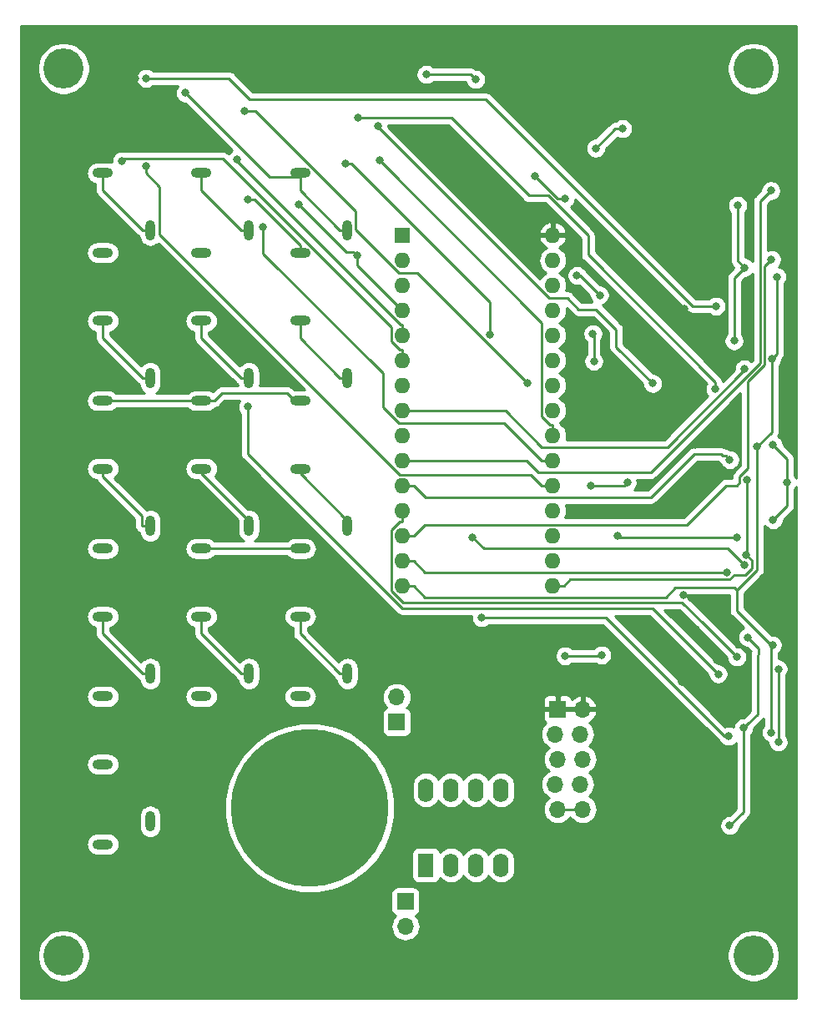
<source format=gbl>
G04 #@! TF.GenerationSoftware,KiCad,Pcbnew,(5.1.0)-1*
G04 #@! TF.CreationDate,2019-05-27T20:42:00-04:00*
G04 #@! TF.ProjectId,MIDI Controller,4d494449-2043-46f6-9e74-726f6c6c6572,rev?*
G04 #@! TF.SameCoordinates,Original*
G04 #@! TF.FileFunction,Copper,L2,Bot*
G04 #@! TF.FilePolarity,Positive*
%FSLAX46Y46*%
G04 Gerber Fmt 4.6, Leading zero omitted, Abs format (unit mm)*
G04 Created by KiCad (PCBNEW (5.1.0)-1) date 2019-05-27 20:42:00*
%MOMM*%
%LPD*%
G04 APERTURE LIST*
%ADD10C,4.064000*%
%ADD11O,1.700000X1.700000*%
%ADD12R,1.700000X1.700000*%
%ADD13C,16.000000*%
%ADD14O,1.600000X2.400000*%
%ADD15R,1.600000X2.400000*%
%ADD16O,2.100000X1.000000*%
%ADD17O,1.000000X2.100000*%
%ADD18O,1.600000X1.600000*%
%ADD19R,1.600000X1.600000*%
%ADD20C,0.800000*%
%ADD21C,0.250000*%
%ADD22C,0.254000*%
G04 APERTURE END LIST*
D10*
X115000000Y-125000000D03*
X45000000Y-125000000D03*
X115000000Y-35000000D03*
X45000000Y-35000000D03*
D11*
X79700000Y-122040000D03*
D12*
X79700000Y-119500000D03*
D13*
X70000000Y-110000000D03*
D12*
X95127000Y-100000000D03*
D11*
X97667000Y-100000000D03*
X94873000Y-102540000D03*
X97413000Y-102540000D03*
X95127000Y-105080000D03*
X97667000Y-105080000D03*
X94873000Y-107620000D03*
X97413000Y-107620000D03*
X95127000Y-110160000D03*
X97667000Y-110160000D03*
X78800000Y-98760000D03*
D12*
X78800000Y-101300000D03*
D14*
X81780000Y-108200000D03*
X89400000Y-115820000D03*
X84320000Y-108200000D03*
X86860000Y-115820000D03*
X86860000Y-108200000D03*
X84320000Y-115820000D03*
X89400000Y-108200000D03*
D15*
X81780000Y-115820000D03*
D16*
X69000000Y-45600000D03*
D17*
X73800000Y-51400000D03*
D16*
X69000000Y-53700000D03*
X59000000Y-45600000D03*
D17*
X63800000Y-51400000D03*
D16*
X59000000Y-53700000D03*
X49000000Y-45600000D03*
D17*
X53800000Y-51400000D03*
D16*
X49000000Y-53700000D03*
X69000000Y-90600000D03*
D17*
X73800000Y-96400000D03*
D16*
X69000000Y-98700000D03*
X69000000Y-60600000D03*
D17*
X73800000Y-66400000D03*
D16*
X69000000Y-68700000D03*
X59000000Y-60600000D03*
D17*
X63800000Y-66400000D03*
D16*
X59000000Y-68700000D03*
X49000000Y-60600000D03*
D17*
X53800000Y-66400000D03*
D16*
X49000000Y-68700000D03*
X59000000Y-90600000D03*
D17*
X63800000Y-96400000D03*
D16*
X59000000Y-98700000D03*
X69000000Y-75600000D03*
D17*
X73800000Y-81400000D03*
D16*
X69000000Y-83700000D03*
X59000000Y-75600000D03*
D17*
X63800000Y-81400000D03*
D16*
X59000000Y-83700000D03*
X49000000Y-75600000D03*
D17*
X53800000Y-81400000D03*
D16*
X49000000Y-83700000D03*
X49000000Y-90600000D03*
D17*
X53800000Y-96400000D03*
D16*
X49000000Y-98700000D03*
X49000000Y-105600000D03*
D17*
X53800000Y-111400000D03*
D16*
X49000000Y-113700000D03*
D18*
X94640000Y-87480000D03*
X79400000Y-87480000D03*
X94640000Y-51920000D03*
X79400000Y-84940000D03*
X94640000Y-54460000D03*
X79400000Y-82400000D03*
X94640000Y-57000000D03*
X79400000Y-79860000D03*
X94640000Y-59540000D03*
X79400000Y-77320000D03*
X94640000Y-62080000D03*
X79400000Y-74780000D03*
X94640000Y-64620000D03*
X79400000Y-72240000D03*
X94640000Y-67160000D03*
X79400000Y-69700000D03*
X94640000Y-69700000D03*
X79400000Y-67160000D03*
X94640000Y-72240000D03*
X79400000Y-64620000D03*
X94640000Y-74780000D03*
X79400000Y-62080000D03*
X94640000Y-77320000D03*
X79400000Y-59540000D03*
X94640000Y-79860000D03*
X79400000Y-57000000D03*
X94640000Y-82400000D03*
X79400000Y-54460000D03*
X94640000Y-84940000D03*
D19*
X79400000Y-51920000D03*
D20*
X98500000Y-77300000D03*
X102200000Y-77000000D03*
X99600000Y-94500000D03*
X95900000Y-94600000D03*
X114000000Y-101900000D03*
X112600000Y-111800000D03*
X113300000Y-82600000D03*
X101200000Y-82400000D03*
X118400000Y-77000000D03*
X117000000Y-73200000D03*
X98700000Y-61900000D03*
X98800000Y-64700000D03*
X99400000Y-58000000D03*
X97100000Y-56000000D03*
X99000000Y-43100000D03*
X101700000Y-41100000D03*
X86800000Y-36100000D03*
X81800000Y-35600000D03*
X95900000Y-48200000D03*
X92800000Y-45900000D03*
X74800000Y-54000000D03*
X68900000Y-48800000D03*
X63700000Y-48300000D03*
X113037503Y-62637503D03*
X114097900Y-55200000D03*
X113400000Y-48900000D03*
X117000000Y-80800000D03*
X114400000Y-92700000D03*
X111238300Y-75360200D03*
X111187600Y-57425400D03*
X110761500Y-47712200D03*
X108239800Y-66975000D03*
X91686700Y-39365900D03*
X110989300Y-104626600D03*
X111286200Y-95014300D03*
X107925000Y-106925000D03*
X107725000Y-97225000D03*
X107925000Y-88425000D03*
X107875000Y-77975000D03*
X108025000Y-69325000D03*
X107750000Y-49750000D03*
X108000000Y-59400000D03*
X52300000Y-36000000D03*
X63800000Y-35700000D03*
X75410000Y-35790000D03*
X99400000Y-92100000D03*
X98600000Y-80200000D03*
X109100000Y-73200000D03*
X107200000Y-100300000D03*
X62611800Y-44229300D03*
X73606000Y-44629800D03*
X88232900Y-62045200D03*
X53342300Y-44907100D03*
X65234200Y-51118300D03*
X77049100Y-44348300D03*
X112600000Y-74700000D03*
X113300000Y-94700000D03*
X116825000Y-54375900D03*
X112293500Y-86108800D03*
X115382700Y-73362500D03*
X116849500Y-64493200D03*
X116923100Y-93487900D03*
X117363900Y-56129800D03*
X116810300Y-102359200D03*
X114306300Y-76768300D03*
X117524800Y-103332200D03*
X117524700Y-95929200D03*
X114266900Y-84381800D03*
X112476800Y-102750100D03*
X87422100Y-90711800D03*
X114068400Y-65484500D03*
X114091800Y-85412900D03*
X86513200Y-82548700D03*
X116767600Y-47384800D03*
X50933800Y-44375000D03*
X111187600Y-59125000D03*
X53385200Y-36000000D03*
X111419000Y-96438400D03*
X63694200Y-69317200D03*
X92081900Y-66947900D03*
X63352400Y-39300200D03*
X104777200Y-66953800D03*
X76899800Y-40808300D03*
X111117600Y-67519300D03*
X74858300Y-40031400D03*
X57355200Y-37482200D03*
D21*
X101900000Y-77300000D02*
X102200000Y-77000000D01*
X98500000Y-77300000D02*
X101900000Y-77300000D01*
X99500000Y-94600000D02*
X99600000Y-94500000D01*
X95900000Y-94600000D02*
X99500000Y-94600000D01*
X114000000Y-110400000D02*
X112600000Y-111800000D01*
X114000000Y-101900000D02*
X114000000Y-110400000D01*
X101400000Y-82600000D02*
X101200000Y-82400000D01*
X113300000Y-82600000D02*
X101400000Y-82600000D01*
X118400000Y-74600000D02*
X117000000Y-73200000D01*
X118400000Y-77000000D02*
X118400000Y-74600000D01*
X98800000Y-62000000D02*
X98700000Y-61900000D01*
X98800000Y-64700000D02*
X98800000Y-62000000D01*
X97400000Y-56000000D02*
X97100000Y-56000000D01*
X99400000Y-58000000D02*
X97400000Y-56000000D01*
X101000000Y-41100000D02*
X101900000Y-41100000D01*
X99000000Y-43100000D02*
X101000000Y-41100000D01*
X86300000Y-35600000D02*
X86800000Y-36100000D01*
X81800000Y-35600000D02*
X86300000Y-35600000D01*
X95900000Y-48200000D02*
X95100000Y-48200000D01*
X95100000Y-48200000D02*
X92800000Y-45900000D01*
X69299999Y-49199999D02*
X68900000Y-48800000D01*
X73700001Y-53600001D02*
X69299999Y-49199999D01*
X74400001Y-53600001D02*
X73700001Y-53600001D01*
X74800000Y-54000000D02*
X74400001Y-53600001D01*
X74800000Y-54940000D02*
X74800000Y-54000000D01*
X79400000Y-59540000D02*
X74800000Y-54940000D01*
X64265685Y-48300000D02*
X63700000Y-48300000D01*
X64350000Y-48300000D02*
X64265685Y-48300000D01*
X69000000Y-52950000D02*
X64350000Y-48300000D01*
X69000000Y-53700000D02*
X69000000Y-52950000D01*
X59000000Y-68700000D02*
X49000000Y-68700000D01*
X59000000Y-83700000D02*
X69000000Y-83700000D01*
X68450000Y-68700000D02*
X69000000Y-68700000D01*
X67700000Y-67950000D02*
X68450000Y-68700000D01*
X61050000Y-67950000D02*
X67700000Y-67950000D01*
X60300000Y-68700000D02*
X61050000Y-67950000D01*
X59000000Y-68700000D02*
X60300000Y-68700000D01*
X113037503Y-56260397D02*
X113037503Y-62637503D01*
X114097900Y-55200000D02*
X113037503Y-56260397D01*
X113400000Y-54502100D02*
X114097900Y-55200000D01*
X113400000Y-48900000D02*
X113400000Y-54502100D01*
X118400000Y-79400000D02*
X117000000Y-80800000D01*
X118400000Y-77000000D02*
X118400000Y-79400000D01*
X114399999Y-101500001D02*
X114000000Y-101900000D01*
X115400000Y-100500000D02*
X114399999Y-101500001D01*
X115400000Y-94500000D02*
X115400000Y-100500000D01*
X114400000Y-92700000D02*
X115500000Y-93800000D01*
X115500000Y-94400000D02*
X115400000Y-94500000D01*
X115500000Y-93800000D02*
X115500000Y-94400000D01*
X97667000Y-110160000D02*
X95127000Y-110160000D01*
X79400000Y-62080000D02*
X79400000Y-60954700D01*
X79400000Y-60954700D02*
X79204400Y-60954700D01*
X79204400Y-60954700D02*
X62611800Y-44362100D01*
X62611800Y-44362100D02*
X62611800Y-44229300D01*
X88232900Y-62045200D02*
X88232900Y-58689100D01*
X88232900Y-58689100D02*
X74173600Y-44629800D01*
X74173600Y-44629800D02*
X73606000Y-44629800D01*
X53342300Y-44907100D02*
X53342300Y-45558800D01*
X53342300Y-45558800D02*
X54770400Y-46986900D01*
X54770400Y-46986900D02*
X54770400Y-51812000D01*
X54770400Y-51812000D02*
X79153100Y-76194700D01*
X79153100Y-76194700D02*
X92389400Y-76194700D01*
X92389400Y-76194700D02*
X93514700Y-77320000D01*
X94640000Y-77320000D02*
X93514700Y-77320000D01*
X94640000Y-74780000D02*
X93514700Y-74780000D01*
X93514700Y-74780000D02*
X89704700Y-70970000D01*
X89704700Y-70970000D02*
X79021600Y-70970000D01*
X79021600Y-70970000D02*
X77387000Y-69335400D01*
X77387000Y-69335400D02*
X77387000Y-65920400D01*
X77387000Y-65920400D02*
X65234200Y-53767600D01*
X65234200Y-53767600D02*
X65234200Y-51118300D01*
X94640000Y-72240000D02*
X94640000Y-71114700D01*
X94640000Y-71114700D02*
X94358600Y-71114700D01*
X94358600Y-71114700D02*
X93514700Y-70270800D01*
X93514700Y-70270800D02*
X93514700Y-60813900D01*
X93514700Y-60813900D02*
X77049100Y-44348300D01*
X109000300Y-74100000D02*
X104589700Y-78510600D01*
X80525300Y-77320000D02*
X79400000Y-77320000D01*
X81715900Y-78510600D02*
X80525300Y-77320000D01*
X104589700Y-78510600D02*
X81715900Y-78510600D01*
X111900001Y-74300001D02*
X111700000Y-74100000D01*
X112200001Y-74300001D02*
X111900001Y-74300001D01*
X112600000Y-74700000D02*
X112200001Y-74300001D01*
X111700000Y-74100000D02*
X109000300Y-74100000D01*
X107763300Y-89150400D02*
X79449200Y-89150400D01*
X79449200Y-89150400D02*
X78266700Y-87967900D01*
X78266700Y-87967900D02*
X78266700Y-81837300D01*
X78266700Y-81837300D02*
X79118700Y-80985300D01*
X79118700Y-80985300D02*
X79400000Y-80985300D01*
X79400000Y-79860000D02*
X79400000Y-80985300D01*
X113300000Y-94700000D02*
X112606450Y-94006450D01*
X112606450Y-94006450D02*
X112606450Y-93993550D01*
X110006450Y-91406450D02*
X113300000Y-94700000D01*
X110006450Y-91393550D02*
X110006450Y-91406450D01*
X110006450Y-91393550D02*
X107763300Y-89150400D01*
X112606450Y-93993550D02*
X110006450Y-91393550D01*
X81650600Y-81274700D02*
X80525300Y-82400000D01*
X108247600Y-81274700D02*
X81650600Y-81274700D01*
X113298402Y-77301598D02*
X112220702Y-77301598D01*
X80525300Y-82400000D02*
X79400000Y-82400000D01*
X113581299Y-77018701D02*
X113298402Y-77301598D01*
X116124200Y-55076700D02*
X116124200Y-65091400D01*
X116124200Y-65091400D02*
X114448300Y-66767300D01*
X114448300Y-66767300D02*
X114448300Y-75553298D01*
X114448300Y-75553298D02*
X113581299Y-76420299D01*
X112220702Y-77301598D02*
X108247600Y-81274700D01*
X116825000Y-54375900D02*
X116124200Y-55076700D01*
X113581299Y-76420299D02*
X113581299Y-77018701D01*
X79400000Y-84940000D02*
X80525300Y-84940000D01*
X112293500Y-86108800D02*
X81694100Y-86108800D01*
X81694100Y-86108800D02*
X80525300Y-84940000D01*
X115382700Y-73362500D02*
X115382700Y-85846000D01*
X115382700Y-85846000D02*
X113303800Y-87924900D01*
X116849500Y-64493200D02*
X116849500Y-71895700D01*
X116849500Y-71895700D02*
X115382700Y-73362500D01*
X117363900Y-56129800D02*
X117363900Y-63978800D01*
X117363900Y-63978800D02*
X116849500Y-64493200D01*
X113303800Y-87924900D02*
X113060500Y-87681600D01*
X113060500Y-87681600D02*
X107048200Y-87681600D01*
X107048200Y-87681600D02*
X106081900Y-88647900D01*
X106081900Y-88647900D02*
X81693200Y-88647900D01*
X81693200Y-88647900D02*
X80525300Y-87480000D01*
X113303800Y-87924900D02*
X113303800Y-89992300D01*
X113303800Y-89992300D02*
X116799400Y-93487900D01*
X79400000Y-87480000D02*
X80525300Y-87480000D01*
X116799400Y-93487900D02*
X116799400Y-102348300D01*
X116799400Y-102348300D02*
X116810300Y-102359200D01*
X116923100Y-93487900D02*
X116799400Y-93487900D01*
X114306300Y-84381800D02*
X114266900Y-84381800D01*
X95765300Y-87480000D02*
X96411200Y-86834100D01*
X96411200Y-86834100D02*
X112594000Y-86834100D01*
X112594000Y-86834100D02*
X113055500Y-86372600D01*
X113055500Y-86372600D02*
X113055500Y-86372500D01*
X113055500Y-86372500D02*
X114191200Y-86372500D01*
X114191200Y-86372500D02*
X114841300Y-85722400D01*
X114841300Y-85722400D02*
X114841300Y-84916800D01*
X114841300Y-84916800D02*
X114306300Y-84381800D01*
X114306300Y-84381800D02*
X114306300Y-76768300D01*
X117524800Y-103332200D02*
X117588400Y-103268600D01*
X117588400Y-103268600D02*
X117588400Y-95992900D01*
X117588400Y-95992900D02*
X117524700Y-95929200D01*
X94640000Y-87480000D02*
X95765300Y-87480000D01*
X87422100Y-90711800D02*
X100025000Y-90711800D01*
X100025000Y-90711800D02*
X112063300Y-102750100D01*
X112063300Y-102750100D02*
X112476800Y-102750100D01*
X79400000Y-69700000D02*
X89849500Y-69700000D01*
X89849500Y-69700000D02*
X93544300Y-73394800D01*
X93544300Y-73394800D02*
X106267900Y-73394800D01*
X106267900Y-73394800D02*
X114068400Y-65594300D01*
X114068400Y-65594300D02*
X114068400Y-65484500D01*
X86513200Y-82548700D02*
X87634500Y-83670000D01*
X87634500Y-83670000D02*
X112348900Y-83670000D01*
X112348900Y-83670000D02*
X114091800Y-85412900D01*
X79400000Y-74780000D02*
X92019400Y-74780000D01*
X92019400Y-74780000D02*
X93210000Y-75970600D01*
X93210000Y-75970600D02*
X104608100Y-75970600D01*
X104608100Y-75970600D02*
X115673900Y-64904800D01*
X115673900Y-64904800D02*
X115673900Y-48478500D01*
X115673900Y-48478500D02*
X116767600Y-47384800D01*
X79400000Y-64620000D02*
X79400000Y-63494700D01*
X79400000Y-63494700D02*
X79118600Y-63494700D01*
X79118600Y-63494700D02*
X78274700Y-62650800D01*
X78274700Y-62650800D02*
X78274700Y-61237400D01*
X78274700Y-61237400D02*
X61203100Y-44165800D01*
X61203100Y-44165800D02*
X51143000Y-44165800D01*
X51143000Y-44165800D02*
X50933800Y-44375000D01*
X53385200Y-36000000D02*
X61770000Y-36000000D01*
X61770000Y-36000000D02*
X63888200Y-38118200D01*
X63888200Y-38118200D02*
X87830900Y-38118200D01*
X87830900Y-38118200D02*
X108837700Y-59125000D01*
X108837700Y-59125000D02*
X111187600Y-59125000D01*
X63694200Y-69317200D02*
X63694200Y-74094200D01*
X63694200Y-74094200D02*
X79371800Y-89771800D01*
X79371800Y-89771800D02*
X104752400Y-89771800D01*
X104752400Y-89771800D02*
X111419000Y-96438400D01*
X63352400Y-39300200D02*
X64433300Y-39300200D01*
X64433300Y-39300200D02*
X74625400Y-49492300D01*
X74625400Y-49492300D02*
X74625400Y-51312300D01*
X74625400Y-51312300D02*
X79043100Y-55730000D01*
X79043100Y-55730000D02*
X80864000Y-55730000D01*
X80864000Y-55730000D02*
X92081900Y-66947900D01*
X76899800Y-40808300D02*
X76899800Y-40934200D01*
X76899800Y-40934200D02*
X94235600Y-58270000D01*
X94235600Y-58270000D02*
X96093400Y-58270000D01*
X101061700Y-63238300D02*
X101061700Y-61461700D01*
X101061700Y-63238300D02*
X104777200Y-66953800D01*
X99038300Y-59438300D02*
X97261700Y-59438300D01*
X101061700Y-61461700D02*
X99038300Y-59438300D01*
X96093400Y-58270000D02*
X97261700Y-59438300D01*
X84352600Y-40031400D02*
X74858300Y-40031400D01*
X92210600Y-47889400D02*
X84352600Y-40031400D01*
X111117600Y-67519300D02*
X111117500Y-67519300D01*
X111117500Y-66796300D02*
X98210600Y-53889400D01*
X98210600Y-53889400D02*
X98210600Y-51947010D01*
X98210600Y-51947010D02*
X94152990Y-47889400D01*
X111117500Y-67519300D02*
X111117500Y-66796300D01*
X94152990Y-47889400D02*
X92210600Y-47889400D01*
X69000000Y-46012600D02*
X65885600Y-46012600D01*
X65885600Y-46012600D02*
X57355200Y-37482200D01*
X69000000Y-45600000D02*
X69000000Y-46012600D01*
X73050000Y-51400000D02*
X73800000Y-51400000D01*
X69000000Y-47350000D02*
X73050000Y-51400000D01*
X69000000Y-45600000D02*
X69000000Y-47350000D01*
X63050000Y-51400000D02*
X63800000Y-51400000D01*
X59000000Y-47350000D02*
X63050000Y-51400000D01*
X59000000Y-45600000D02*
X59000000Y-47350000D01*
X49000000Y-46350000D02*
X49000000Y-45600000D01*
X49000000Y-47350000D02*
X49000000Y-46350000D01*
X53050000Y-51400000D02*
X49000000Y-47350000D01*
X53800000Y-51400000D02*
X53050000Y-51400000D01*
X69000000Y-91350000D02*
X69000000Y-90600000D01*
X69000000Y-92350000D02*
X69000000Y-91350000D01*
X73050000Y-96400000D02*
X69000000Y-92350000D01*
X73800000Y-96400000D02*
X73050000Y-96400000D01*
X69000000Y-61350000D02*
X69000000Y-60600000D01*
X69000000Y-62350000D02*
X69000000Y-61350000D01*
X73050000Y-66400000D02*
X69000000Y-62350000D01*
X73800000Y-66400000D02*
X73050000Y-66400000D01*
X59000000Y-61350000D02*
X59000000Y-60600000D01*
X59000000Y-62350000D02*
X59000000Y-61350000D01*
X63050000Y-66400000D02*
X59000000Y-62350000D01*
X63800000Y-66400000D02*
X63050000Y-66400000D01*
X49000000Y-61350000D02*
X49000000Y-60600000D01*
X49000000Y-62350000D02*
X49000000Y-61350000D01*
X53050000Y-66400000D02*
X49000000Y-62350000D01*
X53800000Y-66400000D02*
X53050000Y-66400000D01*
X59000000Y-91350000D02*
X59000000Y-90600000D01*
X59000000Y-92350000D02*
X59000000Y-91350000D01*
X63050000Y-96400000D02*
X59000000Y-92350000D01*
X63800000Y-96400000D02*
X63050000Y-96400000D01*
X69000000Y-76050000D02*
X69000000Y-75600000D01*
X73800000Y-80850000D02*
X69000000Y-76050000D01*
X73800000Y-81400000D02*
X73800000Y-80850000D01*
X59000000Y-76050000D02*
X59000000Y-75600000D01*
X63800000Y-80850000D02*
X59000000Y-76050000D01*
X63800000Y-81400000D02*
X63800000Y-80850000D01*
X49000000Y-75600000D02*
X49000000Y-76425300D01*
X53800000Y-81400000D02*
X52974700Y-81400000D01*
X52974700Y-81400000D02*
X52974700Y-80400000D01*
X52974700Y-80400000D02*
X49000000Y-76425300D01*
X49000000Y-91350000D02*
X49000000Y-90600000D01*
X49000000Y-92350000D02*
X49000000Y-91350000D01*
X53050000Y-96400000D02*
X49000000Y-92350000D01*
X53800000Y-96400000D02*
X53050000Y-96400000D01*
D22*
G36*
X119340000Y-76564777D02*
G01*
X119317205Y-76509744D01*
X119203937Y-76340226D01*
X119160000Y-76296289D01*
X119160000Y-74637322D01*
X119163676Y-74600000D01*
X119160000Y-74562677D01*
X119160000Y-74562667D01*
X119149003Y-74451014D01*
X119105546Y-74307753D01*
X119084830Y-74268997D01*
X119034974Y-74175723D01*
X118963799Y-74088997D01*
X118940001Y-74059999D01*
X118911003Y-74036201D01*
X118035000Y-73160199D01*
X118035000Y-73098061D01*
X117995226Y-72898102D01*
X117917205Y-72709744D01*
X117803937Y-72540226D01*
X117659774Y-72396063D01*
X117500639Y-72289733D01*
X117555046Y-72187947D01*
X117598503Y-72044686D01*
X117609500Y-71933033D01*
X117609500Y-71933024D01*
X117613176Y-71895701D01*
X117609500Y-71858378D01*
X117609500Y-65196911D01*
X117653437Y-65152974D01*
X117766705Y-64983456D01*
X117844726Y-64795098D01*
X117884500Y-64595139D01*
X117884500Y-64534723D01*
X117903901Y-64518801D01*
X117927695Y-64489808D01*
X117927699Y-64489804D01*
X117998873Y-64403077D01*
X117998874Y-64403076D01*
X118069446Y-64271047D01*
X118112903Y-64127786D01*
X118123900Y-64016133D01*
X118123900Y-64016124D01*
X118127576Y-63978801D01*
X118123900Y-63941478D01*
X118123900Y-56833511D01*
X118167837Y-56789574D01*
X118281105Y-56620056D01*
X118359126Y-56431698D01*
X118398900Y-56231739D01*
X118398900Y-56027861D01*
X118359126Y-55827902D01*
X118281105Y-55639544D01*
X118167837Y-55470026D01*
X118023674Y-55325863D01*
X117854156Y-55212595D01*
X117665798Y-55134574D01*
X117552561Y-55112050D01*
X117628937Y-55035674D01*
X117742205Y-54866156D01*
X117820226Y-54677798D01*
X117860000Y-54477839D01*
X117860000Y-54273961D01*
X117820226Y-54074002D01*
X117742205Y-53885644D01*
X117628937Y-53716126D01*
X117484774Y-53571963D01*
X117315256Y-53458695D01*
X117126898Y-53380674D01*
X116926939Y-53340900D01*
X116723061Y-53340900D01*
X116523102Y-53380674D01*
X116433900Y-53417623D01*
X116433900Y-48793301D01*
X116807402Y-48419800D01*
X116869539Y-48419800D01*
X117069498Y-48380026D01*
X117257856Y-48302005D01*
X117427374Y-48188737D01*
X117571537Y-48044574D01*
X117684805Y-47875056D01*
X117762826Y-47686698D01*
X117802600Y-47486739D01*
X117802600Y-47282861D01*
X117762826Y-47082902D01*
X117684805Y-46894544D01*
X117571537Y-46725026D01*
X117427374Y-46580863D01*
X117257856Y-46467595D01*
X117069498Y-46389574D01*
X116869539Y-46349800D01*
X116665661Y-46349800D01*
X116465702Y-46389574D01*
X116277344Y-46467595D01*
X116107826Y-46580863D01*
X115963663Y-46725026D01*
X115850395Y-46894544D01*
X115772374Y-47082902D01*
X115732600Y-47282861D01*
X115732600Y-47344998D01*
X115162898Y-47914701D01*
X115133900Y-47938499D01*
X115110102Y-47967497D01*
X115110101Y-47967498D01*
X115038926Y-48054224D01*
X114968354Y-48186254D01*
X114945985Y-48259999D01*
X114924898Y-48329514D01*
X114915060Y-48429401D01*
X114910224Y-48478500D01*
X114913901Y-48515833D01*
X114913901Y-54558281D01*
X114901837Y-54540226D01*
X114757674Y-54396063D01*
X114588156Y-54282795D01*
X114399798Y-54204774D01*
X114199839Y-54165000D01*
X114160000Y-54165000D01*
X114160000Y-49603711D01*
X114203937Y-49559774D01*
X114317205Y-49390256D01*
X114395226Y-49201898D01*
X114435000Y-49001939D01*
X114435000Y-48798061D01*
X114395226Y-48598102D01*
X114317205Y-48409744D01*
X114203937Y-48240226D01*
X114059774Y-48096063D01*
X113890256Y-47982795D01*
X113701898Y-47904774D01*
X113501939Y-47865000D01*
X113298061Y-47865000D01*
X113098102Y-47904774D01*
X112909744Y-47982795D01*
X112740226Y-48096063D01*
X112596063Y-48240226D01*
X112482795Y-48409744D01*
X112404774Y-48598102D01*
X112365000Y-48798061D01*
X112365000Y-49001939D01*
X112404774Y-49201898D01*
X112482795Y-49390256D01*
X112596063Y-49559774D01*
X112640000Y-49603711D01*
X112640001Y-54464768D01*
X112636324Y-54502100D01*
X112640001Y-54539433D01*
X112650998Y-54651086D01*
X112653702Y-54659999D01*
X112694454Y-54794346D01*
X112765026Y-54926376D01*
X112835139Y-55011808D01*
X112860000Y-55042101D01*
X112888998Y-55065899D01*
X113023099Y-55200000D01*
X112526505Y-55696593D01*
X112497502Y-55720396D01*
X112442374Y-55787571D01*
X112402529Y-55836121D01*
X112342192Y-55949003D01*
X112331957Y-55968151D01*
X112288500Y-56111412D01*
X112277503Y-56223065D01*
X112277503Y-56223075D01*
X112273827Y-56260397D01*
X112277503Y-56297720D01*
X112277504Y-61933791D01*
X112233566Y-61977729D01*
X112120298Y-62147247D01*
X112042277Y-62335605D01*
X112002503Y-62535564D01*
X112002503Y-62739442D01*
X112042277Y-62939401D01*
X112120298Y-63127759D01*
X112233566Y-63297277D01*
X112377729Y-63441440D01*
X112547247Y-63554708D01*
X112735605Y-63632729D01*
X112935564Y-63672503D01*
X113139442Y-63672503D01*
X113339401Y-63632729D01*
X113527759Y-63554708D01*
X113697277Y-63441440D01*
X113841440Y-63297277D01*
X113954708Y-63127759D01*
X114032729Y-62939401D01*
X114072503Y-62739442D01*
X114072503Y-62535564D01*
X114032729Y-62335605D01*
X113954708Y-62147247D01*
X113841440Y-61977729D01*
X113797503Y-61933792D01*
X113797503Y-56575198D01*
X114137702Y-56235000D01*
X114199839Y-56235000D01*
X114399798Y-56195226D01*
X114588156Y-56117205D01*
X114757674Y-56003937D01*
X114901837Y-55859774D01*
X114913901Y-55841720D01*
X114913900Y-64589997D01*
X114775754Y-64728143D01*
X114728174Y-64680563D01*
X114558656Y-64567295D01*
X114370298Y-64489274D01*
X114170339Y-64449500D01*
X113966461Y-64449500D01*
X113766502Y-64489274D01*
X113578144Y-64567295D01*
X113408626Y-64680563D01*
X113264463Y-64824726D01*
X113151195Y-64994244D01*
X113073174Y-65182602D01*
X113033400Y-65382561D01*
X113033400Y-65554498D01*
X111873145Y-66714753D01*
X111866503Y-66647314D01*
X111823046Y-66504053D01*
X111810043Y-66479726D01*
X111752474Y-66372023D01*
X111681299Y-66285297D01*
X111657501Y-66256299D01*
X111628503Y-66232501D01*
X98970600Y-53574599D01*
X98970600Y-51984332D01*
X98974276Y-51947009D01*
X98970600Y-51909686D01*
X98970600Y-51909677D01*
X98959603Y-51798024D01*
X98916146Y-51654763D01*
X98845574Y-51522733D01*
X98774399Y-51436007D01*
X98750601Y-51407009D01*
X98721603Y-51383211D01*
X96429425Y-49091033D01*
X96559774Y-49003937D01*
X96703937Y-48859774D01*
X96817205Y-48690256D01*
X96895226Y-48501898D01*
X96935000Y-48301939D01*
X96935000Y-48297102D01*
X108273905Y-59636008D01*
X108297699Y-59665001D01*
X108326692Y-59688795D01*
X108326696Y-59688799D01*
X108377566Y-59730546D01*
X108413424Y-59759974D01*
X108545453Y-59830546D01*
X108688714Y-59874003D01*
X108800367Y-59885000D01*
X108800376Y-59885000D01*
X108837699Y-59888676D01*
X108875022Y-59885000D01*
X110483889Y-59885000D01*
X110527826Y-59928937D01*
X110697344Y-60042205D01*
X110885702Y-60120226D01*
X111085661Y-60160000D01*
X111289539Y-60160000D01*
X111489498Y-60120226D01*
X111677856Y-60042205D01*
X111847374Y-59928937D01*
X111991537Y-59784774D01*
X112104805Y-59615256D01*
X112182826Y-59426898D01*
X112222600Y-59226939D01*
X112222600Y-59023061D01*
X112182826Y-58823102D01*
X112104805Y-58634744D01*
X111991537Y-58465226D01*
X111847374Y-58321063D01*
X111677856Y-58207795D01*
X111489498Y-58129774D01*
X111289539Y-58090000D01*
X111085661Y-58090000D01*
X110885702Y-58129774D01*
X110697344Y-58207795D01*
X110527826Y-58321063D01*
X110483889Y-58365000D01*
X109152503Y-58365000D01*
X93785563Y-42998061D01*
X97965000Y-42998061D01*
X97965000Y-43201939D01*
X98004774Y-43401898D01*
X98082795Y-43590256D01*
X98196063Y-43759774D01*
X98340226Y-43903937D01*
X98509744Y-44017205D01*
X98698102Y-44095226D01*
X98898061Y-44135000D01*
X99101939Y-44135000D01*
X99301898Y-44095226D01*
X99490256Y-44017205D01*
X99659774Y-43903937D01*
X99803937Y-43759774D01*
X99917205Y-43590256D01*
X99995226Y-43401898D01*
X100035000Y-43201939D01*
X100035000Y-43139801D01*
X101178484Y-41996318D01*
X101209744Y-42017205D01*
X101398102Y-42095226D01*
X101598061Y-42135000D01*
X101801939Y-42135000D01*
X102001898Y-42095226D01*
X102190256Y-42017205D01*
X102359774Y-41903937D01*
X102503937Y-41759774D01*
X102617205Y-41590256D01*
X102695226Y-41401898D01*
X102735000Y-41201939D01*
X102735000Y-40998061D01*
X102695226Y-40798102D01*
X102617205Y-40609744D01*
X102503937Y-40440226D01*
X102359774Y-40296063D01*
X102190256Y-40182795D01*
X102001898Y-40104774D01*
X101801939Y-40065000D01*
X101598061Y-40065000D01*
X101398102Y-40104774D01*
X101209744Y-40182795D01*
X101040226Y-40296063D01*
X100999961Y-40336328D01*
X100962676Y-40340000D01*
X100962667Y-40340000D01*
X100851014Y-40350997D01*
X100708594Y-40394199D01*
X100707753Y-40394454D01*
X100575723Y-40465026D01*
X100513547Y-40516053D01*
X100459999Y-40559999D01*
X100436201Y-40588997D01*
X98960199Y-42065000D01*
X98898061Y-42065000D01*
X98698102Y-42104774D01*
X98509744Y-42182795D01*
X98340226Y-42296063D01*
X98196063Y-42440226D01*
X98082795Y-42609744D01*
X98004774Y-42798102D01*
X97965000Y-42998061D01*
X93785563Y-42998061D01*
X88394704Y-37607203D01*
X88370901Y-37578199D01*
X88255176Y-37483226D01*
X88123147Y-37412654D01*
X87979886Y-37369197D01*
X87868233Y-37358200D01*
X87868222Y-37358200D01*
X87830900Y-37354524D01*
X87793578Y-37358200D01*
X64203002Y-37358200D01*
X62342863Y-35498061D01*
X80765000Y-35498061D01*
X80765000Y-35701939D01*
X80804774Y-35901898D01*
X80882795Y-36090256D01*
X80996063Y-36259774D01*
X81140226Y-36403937D01*
X81309744Y-36517205D01*
X81498102Y-36595226D01*
X81698061Y-36635000D01*
X81901939Y-36635000D01*
X82101898Y-36595226D01*
X82290256Y-36517205D01*
X82459774Y-36403937D01*
X82503711Y-36360000D01*
X85796440Y-36360000D01*
X85804774Y-36401898D01*
X85882795Y-36590256D01*
X85996063Y-36759774D01*
X86140226Y-36903937D01*
X86309744Y-37017205D01*
X86498102Y-37095226D01*
X86698061Y-37135000D01*
X86901939Y-37135000D01*
X87101898Y-37095226D01*
X87290256Y-37017205D01*
X87459774Y-36903937D01*
X87603937Y-36759774D01*
X87717205Y-36590256D01*
X87795226Y-36401898D01*
X87835000Y-36201939D01*
X87835000Y-35998061D01*
X87795226Y-35798102D01*
X87717205Y-35609744D01*
X87603937Y-35440226D01*
X87459774Y-35296063D01*
X87290256Y-35182795D01*
X87101898Y-35104774D01*
X86901939Y-35065000D01*
X86844105Y-35065000D01*
X86840001Y-35059999D01*
X86724276Y-34965026D01*
X86592247Y-34894454D01*
X86448986Y-34850997D01*
X86337333Y-34840000D01*
X86337322Y-34840000D01*
X86300000Y-34836324D01*
X86262678Y-34840000D01*
X82503711Y-34840000D01*
X82459774Y-34796063D01*
X82371864Y-34737323D01*
X112333000Y-34737323D01*
X112333000Y-35262677D01*
X112435492Y-35777935D01*
X112636536Y-36263298D01*
X112928406Y-36700113D01*
X113299887Y-37071594D01*
X113736702Y-37363464D01*
X114222065Y-37564508D01*
X114737323Y-37667000D01*
X115262677Y-37667000D01*
X115777935Y-37564508D01*
X116263298Y-37363464D01*
X116700113Y-37071594D01*
X117071594Y-36700113D01*
X117363464Y-36263298D01*
X117564508Y-35777935D01*
X117667000Y-35262677D01*
X117667000Y-34737323D01*
X117564508Y-34222065D01*
X117363464Y-33736702D01*
X117071594Y-33299887D01*
X116700113Y-32928406D01*
X116263298Y-32636536D01*
X115777935Y-32435492D01*
X115262677Y-32333000D01*
X114737323Y-32333000D01*
X114222065Y-32435492D01*
X113736702Y-32636536D01*
X113299887Y-32928406D01*
X112928406Y-33299887D01*
X112636536Y-33736702D01*
X112435492Y-34222065D01*
X112333000Y-34737323D01*
X82371864Y-34737323D01*
X82290256Y-34682795D01*
X82101898Y-34604774D01*
X81901939Y-34565000D01*
X81698061Y-34565000D01*
X81498102Y-34604774D01*
X81309744Y-34682795D01*
X81140226Y-34796063D01*
X80996063Y-34940226D01*
X80882795Y-35109744D01*
X80804774Y-35298102D01*
X80765000Y-35498061D01*
X62342863Y-35498061D01*
X62333804Y-35489003D01*
X62310001Y-35459999D01*
X62194276Y-35365026D01*
X62062247Y-35294454D01*
X61918986Y-35250997D01*
X61807333Y-35240000D01*
X61807322Y-35240000D01*
X61770000Y-35236324D01*
X61732678Y-35240000D01*
X54088911Y-35240000D01*
X54044974Y-35196063D01*
X53875456Y-35082795D01*
X53687098Y-35004774D01*
X53487139Y-34965000D01*
X53283261Y-34965000D01*
X53083302Y-35004774D01*
X52894944Y-35082795D01*
X52725426Y-35196063D01*
X52581263Y-35340226D01*
X52467995Y-35509744D01*
X52389974Y-35698102D01*
X52350200Y-35898061D01*
X52350200Y-36101939D01*
X52389974Y-36301898D01*
X52467995Y-36490256D01*
X52581263Y-36659774D01*
X52725426Y-36803937D01*
X52894944Y-36917205D01*
X53083302Y-36995226D01*
X53283261Y-37035000D01*
X53487139Y-37035000D01*
X53687098Y-36995226D01*
X53875456Y-36917205D01*
X54044974Y-36803937D01*
X54088911Y-36760000D01*
X56613689Y-36760000D01*
X56551263Y-36822426D01*
X56437995Y-36991944D01*
X56359974Y-37180302D01*
X56320200Y-37380261D01*
X56320200Y-37584139D01*
X56359974Y-37784098D01*
X56437995Y-37972456D01*
X56551263Y-38141974D01*
X56695426Y-38286137D01*
X56864944Y-38399405D01*
X57053302Y-38477426D01*
X57253261Y-38517200D01*
X57315399Y-38517200D01*
X62114800Y-43316601D01*
X61952026Y-43425363D01*
X61807863Y-43569526D01*
X61758073Y-43644042D01*
X61743101Y-43625799D01*
X61627376Y-43530826D01*
X61495347Y-43460254D01*
X61352086Y-43416797D01*
X61240433Y-43405800D01*
X61240422Y-43405800D01*
X61203100Y-43402124D01*
X61165778Y-43405800D01*
X51298530Y-43405800D01*
X51235698Y-43379774D01*
X51035739Y-43340000D01*
X50831861Y-43340000D01*
X50631902Y-43379774D01*
X50443544Y-43457795D01*
X50274026Y-43571063D01*
X50129863Y-43715226D01*
X50016595Y-43884744D01*
X49938574Y-44073102D01*
X49898800Y-44273061D01*
X49898800Y-44476939D01*
X49907859Y-44522485D01*
X49772499Y-44481423D01*
X49605752Y-44465000D01*
X48394248Y-44465000D01*
X48227501Y-44481423D01*
X48013553Y-44546324D01*
X47816377Y-44651716D01*
X47643551Y-44793551D01*
X47501716Y-44966377D01*
X47396324Y-45163553D01*
X47331423Y-45377501D01*
X47309509Y-45600000D01*
X47331423Y-45822499D01*
X47396324Y-46036447D01*
X47501716Y-46233623D01*
X47643551Y-46406449D01*
X47816377Y-46548284D01*
X48013553Y-46653676D01*
X48227501Y-46718577D01*
X48240001Y-46719808D01*
X48240000Y-47312677D01*
X48236324Y-47350000D01*
X48240000Y-47387322D01*
X48240000Y-47387332D01*
X48250997Y-47498985D01*
X48280776Y-47597154D01*
X48294454Y-47642246D01*
X48365026Y-47774276D01*
X48393587Y-47809077D01*
X48459999Y-47890001D01*
X48489003Y-47913804D01*
X52486201Y-51911003D01*
X52509999Y-51940001D01*
X52538997Y-51963799D01*
X52625723Y-52034974D01*
X52670221Y-52058759D01*
X52681423Y-52172499D01*
X52746324Y-52386447D01*
X52851717Y-52583623D01*
X52993552Y-52756449D01*
X53166378Y-52898284D01*
X53363554Y-53003676D01*
X53577502Y-53068577D01*
X53800000Y-53090491D01*
X54022499Y-53068577D01*
X54236447Y-53003676D01*
X54433623Y-52898284D01*
X54606449Y-52756449D01*
X54621594Y-52737995D01*
X69448598Y-67565000D01*
X68394248Y-67565000D01*
X68390200Y-67565399D01*
X68263803Y-67439002D01*
X68240001Y-67409999D01*
X68124276Y-67315026D01*
X67992247Y-67244454D01*
X67848986Y-67200997D01*
X67737333Y-67190000D01*
X67737322Y-67190000D01*
X67700000Y-67186324D01*
X67662678Y-67190000D01*
X64913268Y-67190000D01*
X64918577Y-67172499D01*
X64935000Y-67005752D01*
X64935000Y-65794248D01*
X64918577Y-65627501D01*
X64853676Y-65413553D01*
X64748284Y-65216377D01*
X64606449Y-65043551D01*
X64433623Y-64901716D01*
X64236446Y-64796324D01*
X64022498Y-64731423D01*
X63800000Y-64709509D01*
X63577501Y-64731423D01*
X63363553Y-64796324D01*
X63166377Y-64901716D01*
X62993551Y-65043551D01*
X62892042Y-65167240D01*
X59760000Y-62035199D01*
X59760000Y-61719808D01*
X59772499Y-61718577D01*
X59986447Y-61653676D01*
X60183623Y-61548284D01*
X60356449Y-61406449D01*
X60498284Y-61233623D01*
X60603676Y-61036447D01*
X60668577Y-60822499D01*
X60690491Y-60600000D01*
X60668577Y-60377501D01*
X60603676Y-60163553D01*
X60498284Y-59966377D01*
X60356449Y-59793551D01*
X60183623Y-59651716D01*
X59986447Y-59546324D01*
X59772499Y-59481423D01*
X59605752Y-59465000D01*
X58394248Y-59465000D01*
X58227501Y-59481423D01*
X58013553Y-59546324D01*
X57816377Y-59651716D01*
X57643551Y-59793551D01*
X57501716Y-59966377D01*
X57396324Y-60163553D01*
X57331423Y-60377501D01*
X57309509Y-60600000D01*
X57331423Y-60822499D01*
X57396324Y-61036447D01*
X57501716Y-61233623D01*
X57643551Y-61406449D01*
X57816377Y-61548284D01*
X58013553Y-61653676D01*
X58227501Y-61718577D01*
X58240001Y-61719808D01*
X58240000Y-62312677D01*
X58236324Y-62350000D01*
X58240000Y-62387322D01*
X58240000Y-62387332D01*
X58250997Y-62498985D01*
X58263439Y-62540000D01*
X58294454Y-62642246D01*
X58365026Y-62774276D01*
X58381380Y-62794203D01*
X58459999Y-62890001D01*
X58489003Y-62913804D01*
X62486201Y-66911003D01*
X62509999Y-66940001D01*
X62538997Y-66963799D01*
X62625723Y-67034974D01*
X62670221Y-67058759D01*
X62681423Y-67172499D01*
X62686732Y-67190000D01*
X61087322Y-67190000D01*
X61049999Y-67186324D01*
X61012676Y-67190000D01*
X61012667Y-67190000D01*
X60901014Y-67200997D01*
X60757753Y-67244454D01*
X60625724Y-67315026D01*
X60509999Y-67409999D01*
X60486201Y-67438998D01*
X60177015Y-67748184D01*
X59986447Y-67646324D01*
X59772499Y-67581423D01*
X59605752Y-67565000D01*
X58394248Y-67565000D01*
X58227501Y-67581423D01*
X58013553Y-67646324D01*
X57816377Y-67751716D01*
X57643551Y-67893551D01*
X57605431Y-67940000D01*
X54355577Y-67940000D01*
X54433623Y-67898284D01*
X54606449Y-67756449D01*
X54748284Y-67583623D01*
X54853676Y-67386447D01*
X54918577Y-67172499D01*
X54935000Y-67005752D01*
X54935000Y-65794248D01*
X54918577Y-65627501D01*
X54853676Y-65413553D01*
X54748284Y-65216377D01*
X54606449Y-65043551D01*
X54433623Y-64901716D01*
X54236446Y-64796324D01*
X54022498Y-64731423D01*
X53800000Y-64709509D01*
X53577501Y-64731423D01*
X53363553Y-64796324D01*
X53166377Y-64901716D01*
X52993551Y-65043551D01*
X52892042Y-65167240D01*
X49760000Y-62035199D01*
X49760000Y-61719808D01*
X49772499Y-61718577D01*
X49986447Y-61653676D01*
X50183623Y-61548284D01*
X50356449Y-61406449D01*
X50498284Y-61233623D01*
X50603676Y-61036447D01*
X50668577Y-60822499D01*
X50690491Y-60600000D01*
X50668577Y-60377501D01*
X50603676Y-60163553D01*
X50498284Y-59966377D01*
X50356449Y-59793551D01*
X50183623Y-59651716D01*
X49986447Y-59546324D01*
X49772499Y-59481423D01*
X49605752Y-59465000D01*
X48394248Y-59465000D01*
X48227501Y-59481423D01*
X48013553Y-59546324D01*
X47816377Y-59651716D01*
X47643551Y-59793551D01*
X47501716Y-59966377D01*
X47396324Y-60163553D01*
X47331423Y-60377501D01*
X47309509Y-60600000D01*
X47331423Y-60822499D01*
X47396324Y-61036447D01*
X47501716Y-61233623D01*
X47643551Y-61406449D01*
X47816377Y-61548284D01*
X48013553Y-61653676D01*
X48227501Y-61718577D01*
X48240001Y-61719808D01*
X48240000Y-62312677D01*
X48236324Y-62350000D01*
X48240000Y-62387322D01*
X48240000Y-62387332D01*
X48250997Y-62498985D01*
X48263439Y-62540000D01*
X48294454Y-62642246D01*
X48365026Y-62774276D01*
X48381380Y-62794203D01*
X48459999Y-62890001D01*
X48489003Y-62913804D01*
X52486201Y-66911003D01*
X52509999Y-66940001D01*
X52538997Y-66963799D01*
X52625723Y-67034974D01*
X52670221Y-67058759D01*
X52681423Y-67172499D01*
X52746324Y-67386447D01*
X52851717Y-67583623D01*
X52993552Y-67756449D01*
X53166378Y-67898284D01*
X53244424Y-67940000D01*
X50394569Y-67940000D01*
X50356449Y-67893551D01*
X50183623Y-67751716D01*
X49986447Y-67646324D01*
X49772499Y-67581423D01*
X49605752Y-67565000D01*
X48394248Y-67565000D01*
X48227501Y-67581423D01*
X48013553Y-67646324D01*
X47816377Y-67751716D01*
X47643551Y-67893551D01*
X47501716Y-68066377D01*
X47396324Y-68263553D01*
X47331423Y-68477501D01*
X47309509Y-68700000D01*
X47331423Y-68922499D01*
X47396324Y-69136447D01*
X47501716Y-69333623D01*
X47643551Y-69506449D01*
X47816377Y-69648284D01*
X48013553Y-69753676D01*
X48227501Y-69818577D01*
X48394248Y-69835000D01*
X49605752Y-69835000D01*
X49772499Y-69818577D01*
X49986447Y-69753676D01*
X50183623Y-69648284D01*
X50356449Y-69506449D01*
X50394569Y-69460000D01*
X57605431Y-69460000D01*
X57643551Y-69506449D01*
X57816377Y-69648284D01*
X58013553Y-69753676D01*
X58227501Y-69818577D01*
X58394248Y-69835000D01*
X59605752Y-69835000D01*
X59772499Y-69818577D01*
X59986447Y-69753676D01*
X60183623Y-69648284D01*
X60356449Y-69506449D01*
X60399602Y-69453867D01*
X60448986Y-69449003D01*
X60592247Y-69405546D01*
X60724276Y-69334974D01*
X60840001Y-69240001D01*
X60863803Y-69210998D01*
X61364802Y-68710000D01*
X62855134Y-68710000D01*
X62776995Y-68826944D01*
X62698974Y-69015302D01*
X62659200Y-69215261D01*
X62659200Y-69419139D01*
X62698974Y-69619098D01*
X62776995Y-69807456D01*
X62890263Y-69976974D01*
X62934200Y-70020911D01*
X62934201Y-74056868D01*
X62930524Y-74094200D01*
X62934201Y-74131533D01*
X62945198Y-74243186D01*
X62946958Y-74248987D01*
X62988654Y-74386446D01*
X63059226Y-74518476D01*
X63126132Y-74600000D01*
X63154200Y-74634201D01*
X63183198Y-74657999D01*
X78808000Y-90282802D01*
X78831799Y-90311801D01*
X78860797Y-90335599D01*
X78947524Y-90406774D01*
X79079553Y-90477346D01*
X79222814Y-90520803D01*
X79371800Y-90535477D01*
X79409133Y-90531800D01*
X86402627Y-90531800D01*
X86387100Y-90609861D01*
X86387100Y-90813739D01*
X86426874Y-91013698D01*
X86504895Y-91202056D01*
X86618163Y-91371574D01*
X86762326Y-91515737D01*
X86931844Y-91629005D01*
X87120202Y-91707026D01*
X87320161Y-91746800D01*
X87524039Y-91746800D01*
X87723998Y-91707026D01*
X87912356Y-91629005D01*
X88081874Y-91515737D01*
X88125811Y-91471800D01*
X99710199Y-91471800D01*
X111499501Y-103261103D01*
X111523299Y-103290101D01*
X111552297Y-103313899D01*
X111639023Y-103385074D01*
X111665887Y-103399433D01*
X111672863Y-103409874D01*
X111817026Y-103554037D01*
X111986544Y-103667305D01*
X112174902Y-103745326D01*
X112374861Y-103785100D01*
X112578739Y-103785100D01*
X112778698Y-103745326D01*
X112967056Y-103667305D01*
X113136574Y-103554037D01*
X113240000Y-103450611D01*
X113240001Y-110085197D01*
X112560199Y-110765000D01*
X112498061Y-110765000D01*
X112298102Y-110804774D01*
X112109744Y-110882795D01*
X111940226Y-110996063D01*
X111796063Y-111140226D01*
X111682795Y-111309744D01*
X111604774Y-111498102D01*
X111565000Y-111698061D01*
X111565000Y-111901939D01*
X111604774Y-112101898D01*
X111682795Y-112290256D01*
X111796063Y-112459774D01*
X111940226Y-112603937D01*
X112109744Y-112717205D01*
X112298102Y-112795226D01*
X112498061Y-112835000D01*
X112701939Y-112835000D01*
X112901898Y-112795226D01*
X113090256Y-112717205D01*
X113259774Y-112603937D01*
X113403937Y-112459774D01*
X113517205Y-112290256D01*
X113595226Y-112101898D01*
X113635000Y-111901939D01*
X113635000Y-111839801D01*
X114511003Y-110963799D01*
X114540001Y-110940001D01*
X114613475Y-110850473D01*
X114634974Y-110824277D01*
X114705546Y-110692247D01*
X114749003Y-110548986D01*
X114760000Y-110437333D01*
X114760000Y-110437323D01*
X114763676Y-110400000D01*
X114760000Y-110362678D01*
X114760000Y-102603711D01*
X114803937Y-102559774D01*
X114917205Y-102390256D01*
X114995226Y-102201898D01*
X115035000Y-102001939D01*
X115035000Y-101939801D01*
X115911003Y-101063799D01*
X115940001Y-101040001D01*
X115993771Y-100974482D01*
X116034974Y-100924277D01*
X116039401Y-100915995D01*
X116039401Y-101666388D01*
X116006363Y-101699426D01*
X115893095Y-101868944D01*
X115815074Y-102057302D01*
X115775300Y-102257261D01*
X115775300Y-102461139D01*
X115815074Y-102661098D01*
X115893095Y-102849456D01*
X116006363Y-103018974D01*
X116150526Y-103163137D01*
X116320044Y-103276405D01*
X116489800Y-103346721D01*
X116489800Y-103434139D01*
X116529574Y-103634098D01*
X116607595Y-103822456D01*
X116720863Y-103991974D01*
X116865026Y-104136137D01*
X117034544Y-104249405D01*
X117222902Y-104327426D01*
X117422861Y-104367200D01*
X117626739Y-104367200D01*
X117826698Y-104327426D01*
X118015056Y-104249405D01*
X118184574Y-104136137D01*
X118328737Y-103991974D01*
X118442005Y-103822456D01*
X118520026Y-103634098D01*
X118559800Y-103434139D01*
X118559800Y-103230261D01*
X118520026Y-103030302D01*
X118442005Y-102841944D01*
X118348400Y-102701854D01*
X118348400Y-96559397D01*
X118441905Y-96419456D01*
X118519926Y-96231098D01*
X118559700Y-96031139D01*
X118559700Y-95827261D01*
X118519926Y-95627302D01*
X118441905Y-95438944D01*
X118328637Y-95269426D01*
X118184474Y-95125263D01*
X118014956Y-95011995D01*
X117826598Y-94933974D01*
X117626639Y-94894200D01*
X117559400Y-94894200D01*
X117559400Y-94307522D01*
X117582874Y-94291837D01*
X117727037Y-94147674D01*
X117840305Y-93978156D01*
X117918326Y-93789798D01*
X117958100Y-93589839D01*
X117958100Y-93385961D01*
X117918326Y-93186002D01*
X117840305Y-92997644D01*
X117727037Y-92828126D01*
X117582874Y-92683963D01*
X117413356Y-92570695D01*
X117224998Y-92492674D01*
X117025039Y-92452900D01*
X116839202Y-92452900D01*
X114063800Y-89677499D01*
X114063800Y-88239701D01*
X115893703Y-86409799D01*
X115922701Y-86386001D01*
X116017674Y-86270276D01*
X116088246Y-86138247D01*
X116131703Y-85994986D01*
X116142700Y-85883333D01*
X116146377Y-85846000D01*
X116142700Y-85808667D01*
X116142700Y-81379910D01*
X116196063Y-81459774D01*
X116340226Y-81603937D01*
X116509744Y-81717205D01*
X116698102Y-81795226D01*
X116898061Y-81835000D01*
X117101939Y-81835000D01*
X117301898Y-81795226D01*
X117490256Y-81717205D01*
X117659774Y-81603937D01*
X117803937Y-81459774D01*
X117917205Y-81290256D01*
X117995226Y-81101898D01*
X118035000Y-80901939D01*
X118035000Y-80839801D01*
X118911003Y-79963799D01*
X118940001Y-79940001D01*
X118986949Y-79882795D01*
X119034974Y-79824277D01*
X119105546Y-79692247D01*
X119122510Y-79636323D01*
X119149003Y-79548986D01*
X119160000Y-79437333D01*
X119160000Y-79437323D01*
X119163676Y-79400000D01*
X119160000Y-79362678D01*
X119160000Y-77703711D01*
X119203937Y-77659774D01*
X119317205Y-77490256D01*
X119340000Y-77435223D01*
X119340001Y-129340000D01*
X40660000Y-129340000D01*
X40660000Y-124737323D01*
X42333000Y-124737323D01*
X42333000Y-125262677D01*
X42435492Y-125777935D01*
X42636536Y-126263298D01*
X42928406Y-126700113D01*
X43299887Y-127071594D01*
X43736702Y-127363464D01*
X44222065Y-127564508D01*
X44737323Y-127667000D01*
X45262677Y-127667000D01*
X45777935Y-127564508D01*
X46263298Y-127363464D01*
X46700113Y-127071594D01*
X47071594Y-126700113D01*
X47363464Y-126263298D01*
X47564508Y-125777935D01*
X47667000Y-125262677D01*
X47667000Y-124737323D01*
X112333000Y-124737323D01*
X112333000Y-125262677D01*
X112435492Y-125777935D01*
X112636536Y-126263298D01*
X112928406Y-126700113D01*
X113299887Y-127071594D01*
X113736702Y-127363464D01*
X114222065Y-127564508D01*
X114737323Y-127667000D01*
X115262677Y-127667000D01*
X115777935Y-127564508D01*
X116263298Y-127363464D01*
X116700113Y-127071594D01*
X117071594Y-126700113D01*
X117363464Y-126263298D01*
X117564508Y-125777935D01*
X117667000Y-125262677D01*
X117667000Y-124737323D01*
X117564508Y-124222065D01*
X117363464Y-123736702D01*
X117071594Y-123299887D01*
X116700113Y-122928406D01*
X116263298Y-122636536D01*
X115777935Y-122435492D01*
X115262677Y-122333000D01*
X114737323Y-122333000D01*
X114222065Y-122435492D01*
X113736702Y-122636536D01*
X113299887Y-122928406D01*
X112928406Y-123299887D01*
X112636536Y-123736702D01*
X112435492Y-124222065D01*
X112333000Y-124737323D01*
X47667000Y-124737323D01*
X47564508Y-124222065D01*
X47363464Y-123736702D01*
X47071594Y-123299887D01*
X46700113Y-122928406D01*
X46263298Y-122636536D01*
X45777935Y-122435492D01*
X45262677Y-122333000D01*
X44737323Y-122333000D01*
X44222065Y-122435492D01*
X43736702Y-122636536D01*
X43299887Y-122928406D01*
X42928406Y-123299887D01*
X42636536Y-123736702D01*
X42435492Y-124222065D01*
X42333000Y-124737323D01*
X40660000Y-124737323D01*
X40660000Y-122040000D01*
X78207815Y-122040000D01*
X78236487Y-122331111D01*
X78321401Y-122611034D01*
X78459294Y-122869014D01*
X78644866Y-123095134D01*
X78870986Y-123280706D01*
X79128966Y-123418599D01*
X79408889Y-123503513D01*
X79627050Y-123525000D01*
X79772950Y-123525000D01*
X79991111Y-123503513D01*
X80271034Y-123418599D01*
X80529014Y-123280706D01*
X80755134Y-123095134D01*
X80940706Y-122869014D01*
X81078599Y-122611034D01*
X81163513Y-122331111D01*
X81192185Y-122040000D01*
X81163513Y-121748889D01*
X81078599Y-121468966D01*
X80940706Y-121210986D01*
X80755134Y-120984866D01*
X80725313Y-120960393D01*
X80794180Y-120939502D01*
X80904494Y-120880537D01*
X81001185Y-120801185D01*
X81080537Y-120704494D01*
X81139502Y-120594180D01*
X81175812Y-120474482D01*
X81188072Y-120350000D01*
X81188072Y-118650000D01*
X81175812Y-118525518D01*
X81139502Y-118405820D01*
X81080537Y-118295506D01*
X81001185Y-118198815D01*
X80904494Y-118119463D01*
X80794180Y-118060498D01*
X80674482Y-118024188D01*
X80550000Y-118011928D01*
X78850000Y-118011928D01*
X78725518Y-118024188D01*
X78605820Y-118060498D01*
X78495506Y-118119463D01*
X78398815Y-118198815D01*
X78319463Y-118295506D01*
X78260498Y-118405820D01*
X78224188Y-118525518D01*
X78211928Y-118650000D01*
X78211928Y-120350000D01*
X78224188Y-120474482D01*
X78260498Y-120594180D01*
X78319463Y-120704494D01*
X78398815Y-120801185D01*
X78495506Y-120880537D01*
X78605820Y-120939502D01*
X78674687Y-120960393D01*
X78644866Y-120984866D01*
X78459294Y-121210986D01*
X78321401Y-121468966D01*
X78236487Y-121748889D01*
X78207815Y-122040000D01*
X40660000Y-122040000D01*
X40660000Y-113700000D01*
X47309509Y-113700000D01*
X47331423Y-113922499D01*
X47396324Y-114136447D01*
X47501716Y-114333623D01*
X47643551Y-114506449D01*
X47816377Y-114648284D01*
X48013553Y-114753676D01*
X48227501Y-114818577D01*
X48394248Y-114835000D01*
X49605752Y-114835000D01*
X49772499Y-114818577D01*
X49986447Y-114753676D01*
X50183623Y-114648284D01*
X50356449Y-114506449D01*
X50498284Y-114333623D01*
X50603676Y-114136447D01*
X50668577Y-113922499D01*
X50690491Y-113700000D01*
X50668577Y-113477501D01*
X50603676Y-113263553D01*
X50498284Y-113066377D01*
X50356449Y-112893551D01*
X50183623Y-112751716D01*
X49986447Y-112646324D01*
X49772499Y-112581423D01*
X49605752Y-112565000D01*
X48394248Y-112565000D01*
X48227501Y-112581423D01*
X48013553Y-112646324D01*
X47816377Y-112751716D01*
X47643551Y-112893551D01*
X47501716Y-113066377D01*
X47396324Y-113263553D01*
X47331423Y-113477501D01*
X47309509Y-113700000D01*
X40660000Y-113700000D01*
X40660000Y-110794249D01*
X52665000Y-110794249D01*
X52665000Y-112005752D01*
X52681423Y-112172499D01*
X52746324Y-112386447D01*
X52851717Y-112583623D01*
X52993552Y-112756449D01*
X53166378Y-112898284D01*
X53363554Y-113003676D01*
X53577502Y-113068577D01*
X53800000Y-113090491D01*
X54022499Y-113068577D01*
X54236447Y-113003676D01*
X54433623Y-112898284D01*
X54606449Y-112756449D01*
X54748284Y-112583623D01*
X54853676Y-112386447D01*
X54918577Y-112172499D01*
X54935000Y-112005752D01*
X54935000Y-110794248D01*
X54918577Y-110627501D01*
X54853676Y-110413553D01*
X54748284Y-110216377D01*
X54606449Y-110043551D01*
X54433623Y-109901716D01*
X54236446Y-109796324D01*
X54022498Y-109731423D01*
X53800000Y-109709509D01*
X53577501Y-109731423D01*
X53363553Y-109796324D01*
X53166377Y-109901716D01*
X52993551Y-110043551D01*
X52851716Y-110216377D01*
X52746324Y-110413554D01*
X52681423Y-110627502D01*
X52665000Y-110794249D01*
X40660000Y-110794249D01*
X40660000Y-109149527D01*
X61365000Y-109149527D01*
X61365000Y-110850473D01*
X61696838Y-112518737D01*
X62347762Y-114090206D01*
X63292758Y-115504492D01*
X64495508Y-116707242D01*
X65909794Y-117652238D01*
X67481263Y-118303162D01*
X69149527Y-118635000D01*
X70850473Y-118635000D01*
X72518737Y-118303162D01*
X74090206Y-117652238D01*
X75504492Y-116707242D01*
X76707242Y-115504492D01*
X77298240Y-114620000D01*
X80341928Y-114620000D01*
X80341928Y-117020000D01*
X80354188Y-117144482D01*
X80390498Y-117264180D01*
X80449463Y-117374494D01*
X80528815Y-117471185D01*
X80625506Y-117550537D01*
X80735820Y-117609502D01*
X80855518Y-117645812D01*
X80980000Y-117658072D01*
X82580000Y-117658072D01*
X82704482Y-117645812D01*
X82824180Y-117609502D01*
X82934494Y-117550537D01*
X83031185Y-117471185D01*
X83110537Y-117374494D01*
X83169502Y-117264180D01*
X83205812Y-117144482D01*
X83207581Y-117126517D01*
X83300393Y-117239608D01*
X83518900Y-117418932D01*
X83768193Y-117552182D01*
X84038692Y-117634236D01*
X84320000Y-117661943D01*
X84601309Y-117634236D01*
X84871808Y-117552182D01*
X85121101Y-117418932D01*
X85339608Y-117239608D01*
X85518932Y-117021101D01*
X85590000Y-116888142D01*
X85661068Y-117021101D01*
X85840393Y-117239608D01*
X86058900Y-117418932D01*
X86308193Y-117552182D01*
X86578692Y-117634236D01*
X86860000Y-117661943D01*
X87141309Y-117634236D01*
X87411808Y-117552182D01*
X87661101Y-117418932D01*
X87879608Y-117239608D01*
X88058932Y-117021101D01*
X88130000Y-116888142D01*
X88201068Y-117021101D01*
X88380393Y-117239608D01*
X88598900Y-117418932D01*
X88848193Y-117552182D01*
X89118692Y-117634236D01*
X89400000Y-117661943D01*
X89681309Y-117634236D01*
X89951808Y-117552182D01*
X90201101Y-117418932D01*
X90419608Y-117239608D01*
X90598932Y-117021101D01*
X90732182Y-116771808D01*
X90814236Y-116501309D01*
X90835000Y-116290491D01*
X90835000Y-115349508D01*
X90814236Y-115138691D01*
X90732182Y-114868192D01*
X90598932Y-114618899D01*
X90419607Y-114400392D01*
X90201100Y-114221068D01*
X89951807Y-114087818D01*
X89681308Y-114005764D01*
X89400000Y-113978057D01*
X89118691Y-114005764D01*
X88848192Y-114087818D01*
X88598899Y-114221068D01*
X88380392Y-114400393D01*
X88201068Y-114618900D01*
X88130000Y-114751858D01*
X88058932Y-114618899D01*
X87879607Y-114400392D01*
X87661100Y-114221068D01*
X87411807Y-114087818D01*
X87141308Y-114005764D01*
X86860000Y-113978057D01*
X86578691Y-114005764D01*
X86308192Y-114087818D01*
X86058899Y-114221068D01*
X85840392Y-114400393D01*
X85661068Y-114618900D01*
X85590000Y-114751858D01*
X85518932Y-114618899D01*
X85339607Y-114400392D01*
X85121100Y-114221068D01*
X84871807Y-114087818D01*
X84601308Y-114005764D01*
X84320000Y-113978057D01*
X84038691Y-114005764D01*
X83768192Y-114087818D01*
X83518899Y-114221068D01*
X83300392Y-114400393D01*
X83207581Y-114513483D01*
X83205812Y-114495518D01*
X83169502Y-114375820D01*
X83110537Y-114265506D01*
X83031185Y-114168815D01*
X82934494Y-114089463D01*
X82824180Y-114030498D01*
X82704482Y-113994188D01*
X82580000Y-113981928D01*
X80980000Y-113981928D01*
X80855518Y-113994188D01*
X80735820Y-114030498D01*
X80625506Y-114089463D01*
X80528815Y-114168815D01*
X80449463Y-114265506D01*
X80390498Y-114375820D01*
X80354188Y-114495518D01*
X80341928Y-114620000D01*
X77298240Y-114620000D01*
X77652238Y-114090206D01*
X78303162Y-112518737D01*
X78635000Y-110850473D01*
X78635000Y-109149527D01*
X78352542Y-107729509D01*
X80345000Y-107729509D01*
X80345000Y-108670492D01*
X80365764Y-108881309D01*
X80447818Y-109151808D01*
X80581068Y-109401101D01*
X80760393Y-109619608D01*
X80978900Y-109798932D01*
X81228193Y-109932182D01*
X81498692Y-110014236D01*
X81780000Y-110041943D01*
X82061309Y-110014236D01*
X82331808Y-109932182D01*
X82581101Y-109798932D01*
X82799608Y-109619608D01*
X82978932Y-109401101D01*
X83050000Y-109268142D01*
X83121068Y-109401101D01*
X83300393Y-109619608D01*
X83518900Y-109798932D01*
X83768193Y-109932182D01*
X84038692Y-110014236D01*
X84320000Y-110041943D01*
X84601309Y-110014236D01*
X84871808Y-109932182D01*
X85121101Y-109798932D01*
X85339608Y-109619608D01*
X85518932Y-109401101D01*
X85590000Y-109268142D01*
X85661068Y-109401101D01*
X85840393Y-109619608D01*
X86058900Y-109798932D01*
X86308193Y-109932182D01*
X86578692Y-110014236D01*
X86860000Y-110041943D01*
X87141309Y-110014236D01*
X87411808Y-109932182D01*
X87661101Y-109798932D01*
X87879608Y-109619608D01*
X88058932Y-109401101D01*
X88130000Y-109268142D01*
X88201068Y-109401101D01*
X88380393Y-109619608D01*
X88598900Y-109798932D01*
X88848193Y-109932182D01*
X89118692Y-110014236D01*
X89400000Y-110041943D01*
X89681309Y-110014236D01*
X89951808Y-109932182D01*
X90201101Y-109798932D01*
X90419608Y-109619608D01*
X90598932Y-109401101D01*
X90732182Y-109151808D01*
X90814236Y-108881309D01*
X90835000Y-108670491D01*
X90835000Y-107729508D01*
X90814236Y-107518691D01*
X90732182Y-107248192D01*
X90598932Y-106998899D01*
X90419607Y-106780392D01*
X90201100Y-106601068D01*
X89951807Y-106467818D01*
X89681308Y-106385764D01*
X89400000Y-106358057D01*
X89118691Y-106385764D01*
X88848192Y-106467818D01*
X88598899Y-106601068D01*
X88380392Y-106780393D01*
X88201068Y-106998900D01*
X88130000Y-107131858D01*
X88058932Y-106998899D01*
X87879607Y-106780392D01*
X87661100Y-106601068D01*
X87411807Y-106467818D01*
X87141308Y-106385764D01*
X86860000Y-106358057D01*
X86578691Y-106385764D01*
X86308192Y-106467818D01*
X86058899Y-106601068D01*
X85840392Y-106780393D01*
X85661068Y-106998900D01*
X85590000Y-107131858D01*
X85518932Y-106998899D01*
X85339607Y-106780392D01*
X85121100Y-106601068D01*
X84871807Y-106467818D01*
X84601308Y-106385764D01*
X84320000Y-106358057D01*
X84038691Y-106385764D01*
X83768192Y-106467818D01*
X83518899Y-106601068D01*
X83300392Y-106780393D01*
X83121068Y-106998900D01*
X83050000Y-107131858D01*
X82978932Y-106998899D01*
X82799607Y-106780392D01*
X82581100Y-106601068D01*
X82331807Y-106467818D01*
X82061308Y-106385764D01*
X81780000Y-106358057D01*
X81498691Y-106385764D01*
X81228192Y-106467818D01*
X80978899Y-106601068D01*
X80760392Y-106780393D01*
X80581068Y-106998900D01*
X80447818Y-107248193D01*
X80365764Y-107518692D01*
X80345000Y-107729509D01*
X78352542Y-107729509D01*
X78303162Y-107481263D01*
X77652238Y-105909794D01*
X76707242Y-104495508D01*
X75504492Y-103292758D01*
X74090206Y-102347762D01*
X72518737Y-101696838D01*
X70850473Y-101365000D01*
X69149527Y-101365000D01*
X67481263Y-101696838D01*
X65909794Y-102347762D01*
X64495508Y-103292758D01*
X63292758Y-104495508D01*
X62347762Y-105909794D01*
X61696838Y-107481263D01*
X61365000Y-109149527D01*
X40660000Y-109149527D01*
X40660000Y-105600000D01*
X47309509Y-105600000D01*
X47331423Y-105822499D01*
X47396324Y-106036447D01*
X47501716Y-106233623D01*
X47643551Y-106406449D01*
X47816377Y-106548284D01*
X48013553Y-106653676D01*
X48227501Y-106718577D01*
X48394248Y-106735000D01*
X49605752Y-106735000D01*
X49772499Y-106718577D01*
X49986447Y-106653676D01*
X50183623Y-106548284D01*
X50356449Y-106406449D01*
X50498284Y-106233623D01*
X50603676Y-106036447D01*
X50668577Y-105822499D01*
X50690491Y-105600000D01*
X50668577Y-105377501D01*
X50603676Y-105163553D01*
X50498284Y-104966377D01*
X50356449Y-104793551D01*
X50183623Y-104651716D01*
X49986447Y-104546324D01*
X49772499Y-104481423D01*
X49605752Y-104465000D01*
X48394248Y-104465000D01*
X48227501Y-104481423D01*
X48013553Y-104546324D01*
X47816377Y-104651716D01*
X47643551Y-104793551D01*
X47501716Y-104966377D01*
X47396324Y-105163553D01*
X47331423Y-105377501D01*
X47309509Y-105600000D01*
X40660000Y-105600000D01*
X40660000Y-98700000D01*
X47309509Y-98700000D01*
X47331423Y-98922499D01*
X47396324Y-99136447D01*
X47501716Y-99333623D01*
X47643551Y-99506449D01*
X47816377Y-99648284D01*
X48013553Y-99753676D01*
X48227501Y-99818577D01*
X48394248Y-99835000D01*
X49605752Y-99835000D01*
X49772499Y-99818577D01*
X49986447Y-99753676D01*
X50183623Y-99648284D01*
X50356449Y-99506449D01*
X50498284Y-99333623D01*
X50603676Y-99136447D01*
X50668577Y-98922499D01*
X50690491Y-98700000D01*
X57309509Y-98700000D01*
X57331423Y-98922499D01*
X57396324Y-99136447D01*
X57501716Y-99333623D01*
X57643551Y-99506449D01*
X57816377Y-99648284D01*
X58013553Y-99753676D01*
X58227501Y-99818577D01*
X58394248Y-99835000D01*
X59605752Y-99835000D01*
X59772499Y-99818577D01*
X59986447Y-99753676D01*
X60183623Y-99648284D01*
X60356449Y-99506449D01*
X60498284Y-99333623D01*
X60603676Y-99136447D01*
X60668577Y-98922499D01*
X60690491Y-98700000D01*
X67309509Y-98700000D01*
X67331423Y-98922499D01*
X67396324Y-99136447D01*
X67501716Y-99333623D01*
X67643551Y-99506449D01*
X67816377Y-99648284D01*
X68013553Y-99753676D01*
X68227501Y-99818577D01*
X68394248Y-99835000D01*
X69605752Y-99835000D01*
X69772499Y-99818577D01*
X69986447Y-99753676D01*
X70183623Y-99648284D01*
X70356449Y-99506449D01*
X70498284Y-99333623D01*
X70603676Y-99136447D01*
X70668577Y-98922499D01*
X70684581Y-98760000D01*
X77307815Y-98760000D01*
X77336487Y-99051111D01*
X77421401Y-99331034D01*
X77559294Y-99589014D01*
X77744866Y-99815134D01*
X77774687Y-99839607D01*
X77705820Y-99860498D01*
X77595506Y-99919463D01*
X77498815Y-99998815D01*
X77419463Y-100095506D01*
X77360498Y-100205820D01*
X77324188Y-100325518D01*
X77311928Y-100450000D01*
X77311928Y-102150000D01*
X77324188Y-102274482D01*
X77360498Y-102394180D01*
X77419463Y-102504494D01*
X77498815Y-102601185D01*
X77595506Y-102680537D01*
X77705820Y-102739502D01*
X77825518Y-102775812D01*
X77950000Y-102788072D01*
X79650000Y-102788072D01*
X79774482Y-102775812D01*
X79894180Y-102739502D01*
X80004494Y-102680537D01*
X80101185Y-102601185D01*
X80151398Y-102540000D01*
X93380815Y-102540000D01*
X93409487Y-102831111D01*
X93494401Y-103111034D01*
X93632294Y-103369014D01*
X93817866Y-103595134D01*
X94043986Y-103780706D01*
X94241036Y-103886031D01*
X94071866Y-104024866D01*
X93886294Y-104250986D01*
X93748401Y-104508966D01*
X93663487Y-104788889D01*
X93634815Y-105080000D01*
X93663487Y-105371111D01*
X93748401Y-105651034D01*
X93886294Y-105909014D01*
X94071866Y-106135134D01*
X94241036Y-106273969D01*
X94043986Y-106379294D01*
X93817866Y-106564866D01*
X93632294Y-106790986D01*
X93494401Y-107048966D01*
X93409487Y-107328889D01*
X93380815Y-107620000D01*
X93409487Y-107911111D01*
X93494401Y-108191034D01*
X93632294Y-108449014D01*
X93817866Y-108675134D01*
X94043986Y-108860706D01*
X94241036Y-108966031D01*
X94071866Y-109104866D01*
X93886294Y-109330986D01*
X93748401Y-109588966D01*
X93663487Y-109868889D01*
X93634815Y-110160000D01*
X93663487Y-110451111D01*
X93748401Y-110731034D01*
X93886294Y-110989014D01*
X94071866Y-111215134D01*
X94297986Y-111400706D01*
X94555966Y-111538599D01*
X94835889Y-111623513D01*
X95054050Y-111645000D01*
X95199950Y-111645000D01*
X95418111Y-111623513D01*
X95698034Y-111538599D01*
X95956014Y-111400706D01*
X96182134Y-111215134D01*
X96367706Y-110989014D01*
X96397000Y-110934209D01*
X96426294Y-110989014D01*
X96611866Y-111215134D01*
X96837986Y-111400706D01*
X97095966Y-111538599D01*
X97375889Y-111623513D01*
X97594050Y-111645000D01*
X97739950Y-111645000D01*
X97958111Y-111623513D01*
X98238034Y-111538599D01*
X98496014Y-111400706D01*
X98722134Y-111215134D01*
X98907706Y-110989014D01*
X99045599Y-110731034D01*
X99130513Y-110451111D01*
X99159185Y-110160000D01*
X99130513Y-109868889D01*
X99045599Y-109588966D01*
X98907706Y-109330986D01*
X98722134Y-109104866D01*
X98496014Y-108919294D01*
X98298964Y-108813969D01*
X98468134Y-108675134D01*
X98653706Y-108449014D01*
X98791599Y-108191034D01*
X98876513Y-107911111D01*
X98905185Y-107620000D01*
X98876513Y-107328889D01*
X98791599Y-107048966D01*
X98653706Y-106790986D01*
X98468134Y-106564866D01*
X98298964Y-106426031D01*
X98496014Y-106320706D01*
X98722134Y-106135134D01*
X98907706Y-105909014D01*
X99045599Y-105651034D01*
X99130513Y-105371111D01*
X99159185Y-105080000D01*
X99130513Y-104788889D01*
X99045599Y-104508966D01*
X98907706Y-104250986D01*
X98722134Y-104024866D01*
X98496014Y-103839294D01*
X98298964Y-103733969D01*
X98468134Y-103595134D01*
X98653706Y-103369014D01*
X98791599Y-103111034D01*
X98876513Y-102831111D01*
X98905185Y-102540000D01*
X98876513Y-102248889D01*
X98791599Y-101968966D01*
X98653706Y-101710986D01*
X98468134Y-101484866D01*
X98297154Y-101344546D01*
X98298252Y-101344157D01*
X98548355Y-101195178D01*
X98764588Y-101000269D01*
X98938641Y-100766920D01*
X99063825Y-100504099D01*
X99108476Y-100356890D01*
X98987155Y-100127000D01*
X97794000Y-100127000D01*
X97794000Y-100147000D01*
X97540000Y-100147000D01*
X97540000Y-100127000D01*
X95254000Y-100127000D01*
X95254000Y-100147000D01*
X95000000Y-100147000D01*
X95000000Y-100127000D01*
X93800750Y-100127000D01*
X93642000Y-100285750D01*
X93638928Y-100850000D01*
X93651188Y-100974482D01*
X93687498Y-101094180D01*
X93746463Y-101204494D01*
X93825815Y-101301185D01*
X93922506Y-101380537D01*
X93936123Y-101387815D01*
X93817866Y-101484866D01*
X93632294Y-101710986D01*
X93494401Y-101968966D01*
X93409487Y-102248889D01*
X93380815Y-102540000D01*
X80151398Y-102540000D01*
X80180537Y-102504494D01*
X80239502Y-102394180D01*
X80275812Y-102274482D01*
X80288072Y-102150000D01*
X80288072Y-100450000D01*
X80275812Y-100325518D01*
X80239502Y-100205820D01*
X80180537Y-100095506D01*
X80101185Y-99998815D01*
X80004494Y-99919463D01*
X79894180Y-99860498D01*
X79825313Y-99839607D01*
X79855134Y-99815134D01*
X80040706Y-99589014D01*
X80178599Y-99331034D01*
X80233515Y-99150000D01*
X93638928Y-99150000D01*
X93642000Y-99714250D01*
X93800750Y-99873000D01*
X95000000Y-99873000D01*
X95000000Y-98673750D01*
X95254000Y-98673750D01*
X95254000Y-99873000D01*
X97540000Y-99873000D01*
X97540000Y-98679186D01*
X97794000Y-98679186D01*
X97794000Y-99873000D01*
X98987155Y-99873000D01*
X99108476Y-99643110D01*
X99063825Y-99495901D01*
X98938641Y-99233080D01*
X98764588Y-98999731D01*
X98548355Y-98804822D01*
X98298252Y-98655843D01*
X98023891Y-98558519D01*
X97794000Y-98679186D01*
X97540000Y-98679186D01*
X97310109Y-98558519D01*
X97035748Y-98655843D01*
X96785645Y-98804822D01*
X96589498Y-98981626D01*
X96566502Y-98905820D01*
X96507537Y-98795506D01*
X96428185Y-98698815D01*
X96331494Y-98619463D01*
X96221180Y-98560498D01*
X96101482Y-98524188D01*
X95977000Y-98511928D01*
X95412750Y-98515000D01*
X95254000Y-98673750D01*
X95000000Y-98673750D01*
X94841250Y-98515000D01*
X94277000Y-98511928D01*
X94152518Y-98524188D01*
X94032820Y-98560498D01*
X93922506Y-98619463D01*
X93825815Y-98698815D01*
X93746463Y-98795506D01*
X93687498Y-98905820D01*
X93651188Y-99025518D01*
X93638928Y-99150000D01*
X80233515Y-99150000D01*
X80263513Y-99051111D01*
X80292185Y-98760000D01*
X80263513Y-98468889D01*
X80178599Y-98188966D01*
X80040706Y-97930986D01*
X79855134Y-97704866D01*
X79629014Y-97519294D01*
X79371034Y-97381401D01*
X79091111Y-97296487D01*
X78872950Y-97275000D01*
X78727050Y-97275000D01*
X78508889Y-97296487D01*
X78228966Y-97381401D01*
X77970986Y-97519294D01*
X77744866Y-97704866D01*
X77559294Y-97930986D01*
X77421401Y-98188966D01*
X77336487Y-98468889D01*
X77307815Y-98760000D01*
X70684581Y-98760000D01*
X70690491Y-98700000D01*
X70668577Y-98477501D01*
X70603676Y-98263553D01*
X70498284Y-98066377D01*
X70356449Y-97893551D01*
X70183623Y-97751716D01*
X69986447Y-97646324D01*
X69772499Y-97581423D01*
X69605752Y-97565000D01*
X68394248Y-97565000D01*
X68227501Y-97581423D01*
X68013553Y-97646324D01*
X67816377Y-97751716D01*
X67643551Y-97893551D01*
X67501716Y-98066377D01*
X67396324Y-98263553D01*
X67331423Y-98477501D01*
X67309509Y-98700000D01*
X60690491Y-98700000D01*
X60668577Y-98477501D01*
X60603676Y-98263553D01*
X60498284Y-98066377D01*
X60356449Y-97893551D01*
X60183623Y-97751716D01*
X59986447Y-97646324D01*
X59772499Y-97581423D01*
X59605752Y-97565000D01*
X58394248Y-97565000D01*
X58227501Y-97581423D01*
X58013553Y-97646324D01*
X57816377Y-97751716D01*
X57643551Y-97893551D01*
X57501716Y-98066377D01*
X57396324Y-98263553D01*
X57331423Y-98477501D01*
X57309509Y-98700000D01*
X50690491Y-98700000D01*
X50668577Y-98477501D01*
X50603676Y-98263553D01*
X50498284Y-98066377D01*
X50356449Y-97893551D01*
X50183623Y-97751716D01*
X49986447Y-97646324D01*
X49772499Y-97581423D01*
X49605752Y-97565000D01*
X48394248Y-97565000D01*
X48227501Y-97581423D01*
X48013553Y-97646324D01*
X47816377Y-97751716D01*
X47643551Y-97893551D01*
X47501716Y-98066377D01*
X47396324Y-98263553D01*
X47331423Y-98477501D01*
X47309509Y-98700000D01*
X40660000Y-98700000D01*
X40660000Y-90600000D01*
X47309509Y-90600000D01*
X47331423Y-90822499D01*
X47396324Y-91036447D01*
X47501716Y-91233623D01*
X47643551Y-91406449D01*
X47816377Y-91548284D01*
X48013553Y-91653676D01*
X48227501Y-91718577D01*
X48240001Y-91719808D01*
X48240000Y-92312677D01*
X48236324Y-92350000D01*
X48240000Y-92387322D01*
X48240000Y-92387332D01*
X48250997Y-92498985D01*
X48266780Y-92551015D01*
X48294454Y-92642246D01*
X48365026Y-92774276D01*
X48371656Y-92782354D01*
X48459999Y-92890001D01*
X48489003Y-92913804D01*
X52486201Y-96911003D01*
X52509999Y-96940001D01*
X52538997Y-96963799D01*
X52625723Y-97034974D01*
X52670221Y-97058759D01*
X52681423Y-97172499D01*
X52746324Y-97386447D01*
X52851717Y-97583623D01*
X52993552Y-97756449D01*
X53166378Y-97898284D01*
X53363554Y-98003676D01*
X53577502Y-98068577D01*
X53800000Y-98090491D01*
X54022499Y-98068577D01*
X54236447Y-98003676D01*
X54433623Y-97898284D01*
X54606449Y-97756449D01*
X54748284Y-97583623D01*
X54853676Y-97386447D01*
X54918577Y-97172499D01*
X54935000Y-97005752D01*
X54935000Y-95794248D01*
X54918577Y-95627501D01*
X54853676Y-95413553D01*
X54748284Y-95216377D01*
X54606449Y-95043551D01*
X54433623Y-94901716D01*
X54236446Y-94796324D01*
X54022498Y-94731423D01*
X53800000Y-94709509D01*
X53577501Y-94731423D01*
X53363553Y-94796324D01*
X53166377Y-94901716D01*
X52993551Y-95043551D01*
X52892042Y-95167240D01*
X49760000Y-92035199D01*
X49760000Y-91719808D01*
X49772499Y-91718577D01*
X49986447Y-91653676D01*
X50183623Y-91548284D01*
X50356449Y-91406449D01*
X50498284Y-91233623D01*
X50603676Y-91036447D01*
X50668577Y-90822499D01*
X50690491Y-90600000D01*
X57309509Y-90600000D01*
X57331423Y-90822499D01*
X57396324Y-91036447D01*
X57501716Y-91233623D01*
X57643551Y-91406449D01*
X57816377Y-91548284D01*
X58013553Y-91653676D01*
X58227501Y-91718577D01*
X58240001Y-91719808D01*
X58240000Y-92312677D01*
X58236324Y-92350000D01*
X58240000Y-92387322D01*
X58240000Y-92387332D01*
X58250997Y-92498985D01*
X58266780Y-92551015D01*
X58294454Y-92642246D01*
X58365026Y-92774276D01*
X58371656Y-92782354D01*
X58459999Y-92890001D01*
X58489003Y-92913804D01*
X62486201Y-96911003D01*
X62509999Y-96940001D01*
X62538997Y-96963799D01*
X62625723Y-97034974D01*
X62670221Y-97058759D01*
X62681423Y-97172499D01*
X62746324Y-97386447D01*
X62851717Y-97583623D01*
X62993552Y-97756449D01*
X63166378Y-97898284D01*
X63363554Y-98003676D01*
X63577502Y-98068577D01*
X63800000Y-98090491D01*
X64022499Y-98068577D01*
X64236447Y-98003676D01*
X64433623Y-97898284D01*
X64606449Y-97756449D01*
X64748284Y-97583623D01*
X64853676Y-97386447D01*
X64918577Y-97172499D01*
X64935000Y-97005752D01*
X64935000Y-95794248D01*
X64918577Y-95627501D01*
X64853676Y-95413553D01*
X64748284Y-95216377D01*
X64606449Y-95043551D01*
X64433623Y-94901716D01*
X64236446Y-94796324D01*
X64022498Y-94731423D01*
X63800000Y-94709509D01*
X63577501Y-94731423D01*
X63363553Y-94796324D01*
X63166377Y-94901716D01*
X62993551Y-95043551D01*
X62892042Y-95167240D01*
X59760000Y-92035199D01*
X59760000Y-91719808D01*
X59772499Y-91718577D01*
X59986447Y-91653676D01*
X60183623Y-91548284D01*
X60356449Y-91406449D01*
X60498284Y-91233623D01*
X60603676Y-91036447D01*
X60668577Y-90822499D01*
X60690491Y-90600000D01*
X67309509Y-90600000D01*
X67331423Y-90822499D01*
X67396324Y-91036447D01*
X67501716Y-91233623D01*
X67643551Y-91406449D01*
X67816377Y-91548284D01*
X68013553Y-91653676D01*
X68227501Y-91718577D01*
X68240001Y-91719808D01*
X68240000Y-92312677D01*
X68236324Y-92350000D01*
X68240000Y-92387322D01*
X68240000Y-92387332D01*
X68250997Y-92498985D01*
X68266780Y-92551015D01*
X68294454Y-92642246D01*
X68365026Y-92774276D01*
X68371656Y-92782354D01*
X68459999Y-92890001D01*
X68489003Y-92913804D01*
X72486201Y-96911003D01*
X72509999Y-96940001D01*
X72538997Y-96963799D01*
X72625723Y-97034974D01*
X72670221Y-97058759D01*
X72681423Y-97172499D01*
X72746324Y-97386447D01*
X72851717Y-97583623D01*
X72993552Y-97756449D01*
X73166378Y-97898284D01*
X73363554Y-98003676D01*
X73577502Y-98068577D01*
X73800000Y-98090491D01*
X74022499Y-98068577D01*
X74236447Y-98003676D01*
X74433623Y-97898284D01*
X74606449Y-97756449D01*
X74748284Y-97583623D01*
X74853676Y-97386447D01*
X74918577Y-97172499D01*
X74935000Y-97005752D01*
X74935000Y-95794248D01*
X74918577Y-95627501D01*
X74853676Y-95413553D01*
X74748284Y-95216377D01*
X74606449Y-95043551D01*
X74433623Y-94901716D01*
X74236446Y-94796324D01*
X74022498Y-94731423D01*
X73800000Y-94709509D01*
X73577501Y-94731423D01*
X73363553Y-94796324D01*
X73166377Y-94901716D01*
X72993551Y-95043551D01*
X72892042Y-95167240D01*
X72222863Y-94498061D01*
X94865000Y-94498061D01*
X94865000Y-94701939D01*
X94904774Y-94901898D01*
X94982795Y-95090256D01*
X95096063Y-95259774D01*
X95240226Y-95403937D01*
X95409744Y-95517205D01*
X95598102Y-95595226D01*
X95798061Y-95635000D01*
X96001939Y-95635000D01*
X96201898Y-95595226D01*
X96390256Y-95517205D01*
X96559774Y-95403937D01*
X96603711Y-95360000D01*
X99024130Y-95360000D01*
X99109744Y-95417205D01*
X99298102Y-95495226D01*
X99498061Y-95535000D01*
X99701939Y-95535000D01*
X99901898Y-95495226D01*
X100090256Y-95417205D01*
X100259774Y-95303937D01*
X100403937Y-95159774D01*
X100517205Y-94990256D01*
X100595226Y-94801898D01*
X100635000Y-94601939D01*
X100635000Y-94398061D01*
X100595226Y-94198102D01*
X100517205Y-94009744D01*
X100403937Y-93840226D01*
X100259774Y-93696063D01*
X100090256Y-93582795D01*
X99901898Y-93504774D01*
X99701939Y-93465000D01*
X99498061Y-93465000D01*
X99298102Y-93504774D01*
X99109744Y-93582795D01*
X98940226Y-93696063D01*
X98796289Y-93840000D01*
X96603711Y-93840000D01*
X96559774Y-93796063D01*
X96390256Y-93682795D01*
X96201898Y-93604774D01*
X96001939Y-93565000D01*
X95798061Y-93565000D01*
X95598102Y-93604774D01*
X95409744Y-93682795D01*
X95240226Y-93796063D01*
X95096063Y-93940226D01*
X94982795Y-94109744D01*
X94904774Y-94298102D01*
X94865000Y-94498061D01*
X72222863Y-94498061D01*
X69760000Y-92035199D01*
X69760000Y-91719808D01*
X69772499Y-91718577D01*
X69986447Y-91653676D01*
X70183623Y-91548284D01*
X70356449Y-91406449D01*
X70498284Y-91233623D01*
X70603676Y-91036447D01*
X70668577Y-90822499D01*
X70690491Y-90600000D01*
X70668577Y-90377501D01*
X70603676Y-90163553D01*
X70498284Y-89966377D01*
X70356449Y-89793551D01*
X70183623Y-89651716D01*
X69986447Y-89546324D01*
X69772499Y-89481423D01*
X69605752Y-89465000D01*
X68394248Y-89465000D01*
X68227501Y-89481423D01*
X68013553Y-89546324D01*
X67816377Y-89651716D01*
X67643551Y-89793551D01*
X67501716Y-89966377D01*
X67396324Y-90163553D01*
X67331423Y-90377501D01*
X67309509Y-90600000D01*
X60690491Y-90600000D01*
X60668577Y-90377501D01*
X60603676Y-90163553D01*
X60498284Y-89966377D01*
X60356449Y-89793551D01*
X60183623Y-89651716D01*
X59986447Y-89546324D01*
X59772499Y-89481423D01*
X59605752Y-89465000D01*
X58394248Y-89465000D01*
X58227501Y-89481423D01*
X58013553Y-89546324D01*
X57816377Y-89651716D01*
X57643551Y-89793551D01*
X57501716Y-89966377D01*
X57396324Y-90163553D01*
X57331423Y-90377501D01*
X57309509Y-90600000D01*
X50690491Y-90600000D01*
X50668577Y-90377501D01*
X50603676Y-90163553D01*
X50498284Y-89966377D01*
X50356449Y-89793551D01*
X50183623Y-89651716D01*
X49986447Y-89546324D01*
X49772499Y-89481423D01*
X49605752Y-89465000D01*
X48394248Y-89465000D01*
X48227501Y-89481423D01*
X48013553Y-89546324D01*
X47816377Y-89651716D01*
X47643551Y-89793551D01*
X47501716Y-89966377D01*
X47396324Y-90163553D01*
X47331423Y-90377501D01*
X47309509Y-90600000D01*
X40660000Y-90600000D01*
X40660000Y-83700000D01*
X47309509Y-83700000D01*
X47331423Y-83922499D01*
X47396324Y-84136447D01*
X47501716Y-84333623D01*
X47643551Y-84506449D01*
X47816377Y-84648284D01*
X48013553Y-84753676D01*
X48227501Y-84818577D01*
X48394248Y-84835000D01*
X49605752Y-84835000D01*
X49772499Y-84818577D01*
X49986447Y-84753676D01*
X50183623Y-84648284D01*
X50356449Y-84506449D01*
X50498284Y-84333623D01*
X50603676Y-84136447D01*
X50668577Y-83922499D01*
X50690491Y-83700000D01*
X50668577Y-83477501D01*
X50603676Y-83263553D01*
X50498284Y-83066377D01*
X50356449Y-82893551D01*
X50183623Y-82751716D01*
X49986447Y-82646324D01*
X49772499Y-82581423D01*
X49605752Y-82565000D01*
X48394248Y-82565000D01*
X48227501Y-82581423D01*
X48013553Y-82646324D01*
X47816377Y-82751716D01*
X47643551Y-82893551D01*
X47501716Y-83066377D01*
X47396324Y-83263553D01*
X47331423Y-83477501D01*
X47309509Y-83700000D01*
X40660000Y-83700000D01*
X40660000Y-75600000D01*
X47309509Y-75600000D01*
X47331423Y-75822499D01*
X47396324Y-76036447D01*
X47501716Y-76233623D01*
X47643551Y-76406449D01*
X47816377Y-76548284D01*
X48013553Y-76653676D01*
X48227501Y-76718577D01*
X48298756Y-76725595D01*
X48365026Y-76849576D01*
X48436201Y-76936302D01*
X48460000Y-76965301D01*
X48488998Y-76989099D01*
X52214701Y-80714803D01*
X52214700Y-81362666D01*
X52211023Y-81400000D01*
X52225697Y-81548986D01*
X52269154Y-81692247D01*
X52339726Y-81824276D01*
X52409868Y-81909744D01*
X52434699Y-81940001D01*
X52550424Y-82034974D01*
X52674405Y-82101244D01*
X52681423Y-82172499D01*
X52746324Y-82386447D01*
X52851717Y-82583623D01*
X52993552Y-82756449D01*
X53166378Y-82898284D01*
X53363554Y-83003676D01*
X53577502Y-83068577D01*
X53800000Y-83090491D01*
X54022499Y-83068577D01*
X54236447Y-83003676D01*
X54433623Y-82898284D01*
X54606449Y-82756449D01*
X54748284Y-82583623D01*
X54853676Y-82386447D01*
X54918577Y-82172499D01*
X54935000Y-82005752D01*
X54935000Y-80794248D01*
X54918577Y-80627501D01*
X54853676Y-80413553D01*
X54748284Y-80216377D01*
X54606449Y-80043551D01*
X54433623Y-79901716D01*
X54236446Y-79796324D01*
X54022498Y-79731423D01*
X53800000Y-79709509D01*
X53577501Y-79731423D01*
X53426677Y-79777175D01*
X50191402Y-76541900D01*
X50356449Y-76406449D01*
X50498284Y-76233623D01*
X50603676Y-76036447D01*
X50668577Y-75822499D01*
X50690491Y-75600000D01*
X57309509Y-75600000D01*
X57331423Y-75822499D01*
X57396324Y-76036447D01*
X57501716Y-76233623D01*
X57643551Y-76406449D01*
X57816377Y-76548284D01*
X58013553Y-76653676D01*
X58227501Y-76718577D01*
X58394248Y-76735000D01*
X58610199Y-76735000D01*
X62665399Y-80790201D01*
X62665000Y-80794249D01*
X62665000Y-82005752D01*
X62681423Y-82172499D01*
X62746324Y-82386447D01*
X62851717Y-82583623D01*
X62993552Y-82756449D01*
X63166378Y-82898284D01*
X63244424Y-82940000D01*
X60394569Y-82940000D01*
X60356449Y-82893551D01*
X60183623Y-82751716D01*
X59986447Y-82646324D01*
X59772499Y-82581423D01*
X59605752Y-82565000D01*
X58394248Y-82565000D01*
X58227501Y-82581423D01*
X58013553Y-82646324D01*
X57816377Y-82751716D01*
X57643551Y-82893551D01*
X57501716Y-83066377D01*
X57396324Y-83263553D01*
X57331423Y-83477501D01*
X57309509Y-83700000D01*
X57331423Y-83922499D01*
X57396324Y-84136447D01*
X57501716Y-84333623D01*
X57643551Y-84506449D01*
X57816377Y-84648284D01*
X58013553Y-84753676D01*
X58227501Y-84818577D01*
X58394248Y-84835000D01*
X59605752Y-84835000D01*
X59772499Y-84818577D01*
X59986447Y-84753676D01*
X60183623Y-84648284D01*
X60356449Y-84506449D01*
X60394569Y-84460000D01*
X67605431Y-84460000D01*
X67643551Y-84506449D01*
X67816377Y-84648284D01*
X68013553Y-84753676D01*
X68227501Y-84818577D01*
X68394248Y-84835000D01*
X69605752Y-84835000D01*
X69772499Y-84818577D01*
X69986447Y-84753676D01*
X70183623Y-84648284D01*
X70356449Y-84506449D01*
X70498284Y-84333623D01*
X70603676Y-84136447D01*
X70668577Y-83922499D01*
X70690491Y-83700000D01*
X70668577Y-83477501D01*
X70603676Y-83263553D01*
X70498284Y-83066377D01*
X70356449Y-82893551D01*
X70183623Y-82751716D01*
X69986447Y-82646324D01*
X69772499Y-82581423D01*
X69605752Y-82565000D01*
X68394248Y-82565000D01*
X68227501Y-82581423D01*
X68013553Y-82646324D01*
X67816377Y-82751716D01*
X67643551Y-82893551D01*
X67605431Y-82940000D01*
X64355577Y-82940000D01*
X64433623Y-82898284D01*
X64606449Y-82756449D01*
X64748284Y-82583623D01*
X64853676Y-82386447D01*
X64918577Y-82172499D01*
X64935000Y-82005752D01*
X64935000Y-80794248D01*
X64918577Y-80627501D01*
X64853676Y-80413553D01*
X64748284Y-80216377D01*
X64606449Y-80043551D01*
X64433623Y-79901716D01*
X64236446Y-79796324D01*
X64022498Y-79731423D01*
X63800000Y-79709509D01*
X63740201Y-79715399D01*
X60390166Y-76365365D01*
X60498284Y-76233623D01*
X60603676Y-76036447D01*
X60668577Y-75822499D01*
X60690491Y-75600000D01*
X60668577Y-75377501D01*
X60603676Y-75163553D01*
X60498284Y-74966377D01*
X60356449Y-74793551D01*
X60183623Y-74651716D01*
X59986447Y-74546324D01*
X59772499Y-74481423D01*
X59605752Y-74465000D01*
X58394248Y-74465000D01*
X58227501Y-74481423D01*
X58013553Y-74546324D01*
X57816377Y-74651716D01*
X57643551Y-74793551D01*
X57501716Y-74966377D01*
X57396324Y-75163553D01*
X57331423Y-75377501D01*
X57309509Y-75600000D01*
X50690491Y-75600000D01*
X50668577Y-75377501D01*
X50603676Y-75163553D01*
X50498284Y-74966377D01*
X50356449Y-74793551D01*
X50183623Y-74651716D01*
X49986447Y-74546324D01*
X49772499Y-74481423D01*
X49605752Y-74465000D01*
X48394248Y-74465000D01*
X48227501Y-74481423D01*
X48013553Y-74546324D01*
X47816377Y-74651716D01*
X47643551Y-74793551D01*
X47501716Y-74966377D01*
X47396324Y-75163553D01*
X47331423Y-75377501D01*
X47309509Y-75600000D01*
X40660000Y-75600000D01*
X40660000Y-53700000D01*
X47309509Y-53700000D01*
X47331423Y-53922499D01*
X47396324Y-54136447D01*
X47501716Y-54333623D01*
X47643551Y-54506449D01*
X47816377Y-54648284D01*
X48013553Y-54753676D01*
X48227501Y-54818577D01*
X48394248Y-54835000D01*
X49605752Y-54835000D01*
X49772499Y-54818577D01*
X49986447Y-54753676D01*
X50183623Y-54648284D01*
X50356449Y-54506449D01*
X50498284Y-54333623D01*
X50603676Y-54136447D01*
X50668577Y-53922499D01*
X50690491Y-53700000D01*
X50668577Y-53477501D01*
X50603676Y-53263553D01*
X50498284Y-53066377D01*
X50356449Y-52893551D01*
X50183623Y-52751716D01*
X49986447Y-52646324D01*
X49772499Y-52581423D01*
X49605752Y-52565000D01*
X48394248Y-52565000D01*
X48227501Y-52581423D01*
X48013553Y-52646324D01*
X47816377Y-52751716D01*
X47643551Y-52893551D01*
X47501716Y-53066377D01*
X47396324Y-53263553D01*
X47331423Y-53477501D01*
X47309509Y-53700000D01*
X40660000Y-53700000D01*
X40660000Y-34737323D01*
X42333000Y-34737323D01*
X42333000Y-35262677D01*
X42435492Y-35777935D01*
X42636536Y-36263298D01*
X42928406Y-36700113D01*
X43299887Y-37071594D01*
X43736702Y-37363464D01*
X44222065Y-37564508D01*
X44737323Y-37667000D01*
X45262677Y-37667000D01*
X45777935Y-37564508D01*
X46263298Y-37363464D01*
X46700113Y-37071594D01*
X47071594Y-36700113D01*
X47363464Y-36263298D01*
X47564508Y-35777935D01*
X47667000Y-35262677D01*
X47667000Y-34737323D01*
X47564508Y-34222065D01*
X47363464Y-33736702D01*
X47071594Y-33299887D01*
X46700113Y-32928406D01*
X46263298Y-32636536D01*
X45777935Y-32435492D01*
X45262677Y-32333000D01*
X44737323Y-32333000D01*
X44222065Y-32435492D01*
X43736702Y-32636536D01*
X43299887Y-32928406D01*
X42928406Y-33299887D01*
X42636536Y-33736702D01*
X42435492Y-34222065D01*
X42333000Y-34737323D01*
X40660000Y-34737323D01*
X40660000Y-30660000D01*
X119340000Y-30660000D01*
X119340000Y-76564777D01*
X119340000Y-76564777D01*
G37*
X119340000Y-76564777D02*
X119317205Y-76509744D01*
X119203937Y-76340226D01*
X119160000Y-76296289D01*
X119160000Y-74637322D01*
X119163676Y-74600000D01*
X119160000Y-74562677D01*
X119160000Y-74562667D01*
X119149003Y-74451014D01*
X119105546Y-74307753D01*
X119084830Y-74268997D01*
X119034974Y-74175723D01*
X118963799Y-74088997D01*
X118940001Y-74059999D01*
X118911003Y-74036201D01*
X118035000Y-73160199D01*
X118035000Y-73098061D01*
X117995226Y-72898102D01*
X117917205Y-72709744D01*
X117803937Y-72540226D01*
X117659774Y-72396063D01*
X117500639Y-72289733D01*
X117555046Y-72187947D01*
X117598503Y-72044686D01*
X117609500Y-71933033D01*
X117609500Y-71933024D01*
X117613176Y-71895701D01*
X117609500Y-71858378D01*
X117609500Y-65196911D01*
X117653437Y-65152974D01*
X117766705Y-64983456D01*
X117844726Y-64795098D01*
X117884500Y-64595139D01*
X117884500Y-64534723D01*
X117903901Y-64518801D01*
X117927695Y-64489808D01*
X117927699Y-64489804D01*
X117998873Y-64403077D01*
X117998874Y-64403076D01*
X118069446Y-64271047D01*
X118112903Y-64127786D01*
X118123900Y-64016133D01*
X118123900Y-64016124D01*
X118127576Y-63978801D01*
X118123900Y-63941478D01*
X118123900Y-56833511D01*
X118167837Y-56789574D01*
X118281105Y-56620056D01*
X118359126Y-56431698D01*
X118398900Y-56231739D01*
X118398900Y-56027861D01*
X118359126Y-55827902D01*
X118281105Y-55639544D01*
X118167837Y-55470026D01*
X118023674Y-55325863D01*
X117854156Y-55212595D01*
X117665798Y-55134574D01*
X117552561Y-55112050D01*
X117628937Y-55035674D01*
X117742205Y-54866156D01*
X117820226Y-54677798D01*
X117860000Y-54477839D01*
X117860000Y-54273961D01*
X117820226Y-54074002D01*
X117742205Y-53885644D01*
X117628937Y-53716126D01*
X117484774Y-53571963D01*
X117315256Y-53458695D01*
X117126898Y-53380674D01*
X116926939Y-53340900D01*
X116723061Y-53340900D01*
X116523102Y-53380674D01*
X116433900Y-53417623D01*
X116433900Y-48793301D01*
X116807402Y-48419800D01*
X116869539Y-48419800D01*
X117069498Y-48380026D01*
X117257856Y-48302005D01*
X117427374Y-48188737D01*
X117571537Y-48044574D01*
X117684805Y-47875056D01*
X117762826Y-47686698D01*
X117802600Y-47486739D01*
X117802600Y-47282861D01*
X117762826Y-47082902D01*
X117684805Y-46894544D01*
X117571537Y-46725026D01*
X117427374Y-46580863D01*
X117257856Y-46467595D01*
X117069498Y-46389574D01*
X116869539Y-46349800D01*
X116665661Y-46349800D01*
X116465702Y-46389574D01*
X116277344Y-46467595D01*
X116107826Y-46580863D01*
X115963663Y-46725026D01*
X115850395Y-46894544D01*
X115772374Y-47082902D01*
X115732600Y-47282861D01*
X115732600Y-47344998D01*
X115162898Y-47914701D01*
X115133900Y-47938499D01*
X115110102Y-47967497D01*
X115110101Y-47967498D01*
X115038926Y-48054224D01*
X114968354Y-48186254D01*
X114945985Y-48259999D01*
X114924898Y-48329514D01*
X114915060Y-48429401D01*
X114910224Y-48478500D01*
X114913901Y-48515833D01*
X114913901Y-54558281D01*
X114901837Y-54540226D01*
X114757674Y-54396063D01*
X114588156Y-54282795D01*
X114399798Y-54204774D01*
X114199839Y-54165000D01*
X114160000Y-54165000D01*
X114160000Y-49603711D01*
X114203937Y-49559774D01*
X114317205Y-49390256D01*
X114395226Y-49201898D01*
X114435000Y-49001939D01*
X114435000Y-48798061D01*
X114395226Y-48598102D01*
X114317205Y-48409744D01*
X114203937Y-48240226D01*
X114059774Y-48096063D01*
X113890256Y-47982795D01*
X113701898Y-47904774D01*
X113501939Y-47865000D01*
X113298061Y-47865000D01*
X113098102Y-47904774D01*
X112909744Y-47982795D01*
X112740226Y-48096063D01*
X112596063Y-48240226D01*
X112482795Y-48409744D01*
X112404774Y-48598102D01*
X112365000Y-48798061D01*
X112365000Y-49001939D01*
X112404774Y-49201898D01*
X112482795Y-49390256D01*
X112596063Y-49559774D01*
X112640000Y-49603711D01*
X112640001Y-54464768D01*
X112636324Y-54502100D01*
X112640001Y-54539433D01*
X112650998Y-54651086D01*
X112653702Y-54659999D01*
X112694454Y-54794346D01*
X112765026Y-54926376D01*
X112835139Y-55011808D01*
X112860000Y-55042101D01*
X112888998Y-55065899D01*
X113023099Y-55200000D01*
X112526505Y-55696593D01*
X112497502Y-55720396D01*
X112442374Y-55787571D01*
X112402529Y-55836121D01*
X112342192Y-55949003D01*
X112331957Y-55968151D01*
X112288500Y-56111412D01*
X112277503Y-56223065D01*
X112277503Y-56223075D01*
X112273827Y-56260397D01*
X112277503Y-56297720D01*
X112277504Y-61933791D01*
X112233566Y-61977729D01*
X112120298Y-62147247D01*
X112042277Y-62335605D01*
X112002503Y-62535564D01*
X112002503Y-62739442D01*
X112042277Y-62939401D01*
X112120298Y-63127759D01*
X112233566Y-63297277D01*
X112377729Y-63441440D01*
X112547247Y-63554708D01*
X112735605Y-63632729D01*
X112935564Y-63672503D01*
X113139442Y-63672503D01*
X113339401Y-63632729D01*
X113527759Y-63554708D01*
X113697277Y-63441440D01*
X113841440Y-63297277D01*
X113954708Y-63127759D01*
X114032729Y-62939401D01*
X114072503Y-62739442D01*
X114072503Y-62535564D01*
X114032729Y-62335605D01*
X113954708Y-62147247D01*
X113841440Y-61977729D01*
X113797503Y-61933792D01*
X113797503Y-56575198D01*
X114137702Y-56235000D01*
X114199839Y-56235000D01*
X114399798Y-56195226D01*
X114588156Y-56117205D01*
X114757674Y-56003937D01*
X114901837Y-55859774D01*
X114913901Y-55841720D01*
X114913900Y-64589997D01*
X114775754Y-64728143D01*
X114728174Y-64680563D01*
X114558656Y-64567295D01*
X114370298Y-64489274D01*
X114170339Y-64449500D01*
X113966461Y-64449500D01*
X113766502Y-64489274D01*
X113578144Y-64567295D01*
X113408626Y-64680563D01*
X113264463Y-64824726D01*
X113151195Y-64994244D01*
X113073174Y-65182602D01*
X113033400Y-65382561D01*
X113033400Y-65554498D01*
X111873145Y-66714753D01*
X111866503Y-66647314D01*
X111823046Y-66504053D01*
X111810043Y-66479726D01*
X111752474Y-66372023D01*
X111681299Y-66285297D01*
X111657501Y-66256299D01*
X111628503Y-66232501D01*
X98970600Y-53574599D01*
X98970600Y-51984332D01*
X98974276Y-51947009D01*
X98970600Y-51909686D01*
X98970600Y-51909677D01*
X98959603Y-51798024D01*
X98916146Y-51654763D01*
X98845574Y-51522733D01*
X98774399Y-51436007D01*
X98750601Y-51407009D01*
X98721603Y-51383211D01*
X96429425Y-49091033D01*
X96559774Y-49003937D01*
X96703937Y-48859774D01*
X96817205Y-48690256D01*
X96895226Y-48501898D01*
X96935000Y-48301939D01*
X96935000Y-48297102D01*
X108273905Y-59636008D01*
X108297699Y-59665001D01*
X108326692Y-59688795D01*
X108326696Y-59688799D01*
X108377566Y-59730546D01*
X108413424Y-59759974D01*
X108545453Y-59830546D01*
X108688714Y-59874003D01*
X108800367Y-59885000D01*
X108800376Y-59885000D01*
X108837699Y-59888676D01*
X108875022Y-59885000D01*
X110483889Y-59885000D01*
X110527826Y-59928937D01*
X110697344Y-60042205D01*
X110885702Y-60120226D01*
X111085661Y-60160000D01*
X111289539Y-60160000D01*
X111489498Y-60120226D01*
X111677856Y-60042205D01*
X111847374Y-59928937D01*
X111991537Y-59784774D01*
X112104805Y-59615256D01*
X112182826Y-59426898D01*
X112222600Y-59226939D01*
X112222600Y-59023061D01*
X112182826Y-58823102D01*
X112104805Y-58634744D01*
X111991537Y-58465226D01*
X111847374Y-58321063D01*
X111677856Y-58207795D01*
X111489498Y-58129774D01*
X111289539Y-58090000D01*
X111085661Y-58090000D01*
X110885702Y-58129774D01*
X110697344Y-58207795D01*
X110527826Y-58321063D01*
X110483889Y-58365000D01*
X109152503Y-58365000D01*
X93785563Y-42998061D01*
X97965000Y-42998061D01*
X97965000Y-43201939D01*
X98004774Y-43401898D01*
X98082795Y-43590256D01*
X98196063Y-43759774D01*
X98340226Y-43903937D01*
X98509744Y-44017205D01*
X98698102Y-44095226D01*
X98898061Y-44135000D01*
X99101939Y-44135000D01*
X99301898Y-44095226D01*
X99490256Y-44017205D01*
X99659774Y-43903937D01*
X99803937Y-43759774D01*
X99917205Y-43590256D01*
X99995226Y-43401898D01*
X100035000Y-43201939D01*
X100035000Y-43139801D01*
X101178484Y-41996318D01*
X101209744Y-42017205D01*
X101398102Y-42095226D01*
X101598061Y-42135000D01*
X101801939Y-42135000D01*
X102001898Y-42095226D01*
X102190256Y-42017205D01*
X102359774Y-41903937D01*
X102503937Y-41759774D01*
X102617205Y-41590256D01*
X102695226Y-41401898D01*
X102735000Y-41201939D01*
X102735000Y-40998061D01*
X102695226Y-40798102D01*
X102617205Y-40609744D01*
X102503937Y-40440226D01*
X102359774Y-40296063D01*
X102190256Y-40182795D01*
X102001898Y-40104774D01*
X101801939Y-40065000D01*
X101598061Y-40065000D01*
X101398102Y-40104774D01*
X101209744Y-40182795D01*
X101040226Y-40296063D01*
X100999961Y-40336328D01*
X100962676Y-40340000D01*
X100962667Y-40340000D01*
X100851014Y-40350997D01*
X100708594Y-40394199D01*
X100707753Y-40394454D01*
X100575723Y-40465026D01*
X100513547Y-40516053D01*
X100459999Y-40559999D01*
X100436201Y-40588997D01*
X98960199Y-42065000D01*
X98898061Y-42065000D01*
X98698102Y-42104774D01*
X98509744Y-42182795D01*
X98340226Y-42296063D01*
X98196063Y-42440226D01*
X98082795Y-42609744D01*
X98004774Y-42798102D01*
X97965000Y-42998061D01*
X93785563Y-42998061D01*
X88394704Y-37607203D01*
X88370901Y-37578199D01*
X88255176Y-37483226D01*
X88123147Y-37412654D01*
X87979886Y-37369197D01*
X87868233Y-37358200D01*
X87868222Y-37358200D01*
X87830900Y-37354524D01*
X87793578Y-37358200D01*
X64203002Y-37358200D01*
X62342863Y-35498061D01*
X80765000Y-35498061D01*
X80765000Y-35701939D01*
X80804774Y-35901898D01*
X80882795Y-36090256D01*
X80996063Y-36259774D01*
X81140226Y-36403937D01*
X81309744Y-36517205D01*
X81498102Y-36595226D01*
X81698061Y-36635000D01*
X81901939Y-36635000D01*
X82101898Y-36595226D01*
X82290256Y-36517205D01*
X82459774Y-36403937D01*
X82503711Y-36360000D01*
X85796440Y-36360000D01*
X85804774Y-36401898D01*
X85882795Y-36590256D01*
X85996063Y-36759774D01*
X86140226Y-36903937D01*
X86309744Y-37017205D01*
X86498102Y-37095226D01*
X86698061Y-37135000D01*
X86901939Y-37135000D01*
X87101898Y-37095226D01*
X87290256Y-37017205D01*
X87459774Y-36903937D01*
X87603937Y-36759774D01*
X87717205Y-36590256D01*
X87795226Y-36401898D01*
X87835000Y-36201939D01*
X87835000Y-35998061D01*
X87795226Y-35798102D01*
X87717205Y-35609744D01*
X87603937Y-35440226D01*
X87459774Y-35296063D01*
X87290256Y-35182795D01*
X87101898Y-35104774D01*
X86901939Y-35065000D01*
X86844105Y-35065000D01*
X86840001Y-35059999D01*
X86724276Y-34965026D01*
X86592247Y-34894454D01*
X86448986Y-34850997D01*
X86337333Y-34840000D01*
X86337322Y-34840000D01*
X86300000Y-34836324D01*
X86262678Y-34840000D01*
X82503711Y-34840000D01*
X82459774Y-34796063D01*
X82371864Y-34737323D01*
X112333000Y-34737323D01*
X112333000Y-35262677D01*
X112435492Y-35777935D01*
X112636536Y-36263298D01*
X112928406Y-36700113D01*
X113299887Y-37071594D01*
X113736702Y-37363464D01*
X114222065Y-37564508D01*
X114737323Y-37667000D01*
X115262677Y-37667000D01*
X115777935Y-37564508D01*
X116263298Y-37363464D01*
X116700113Y-37071594D01*
X117071594Y-36700113D01*
X117363464Y-36263298D01*
X117564508Y-35777935D01*
X117667000Y-35262677D01*
X117667000Y-34737323D01*
X117564508Y-34222065D01*
X117363464Y-33736702D01*
X117071594Y-33299887D01*
X116700113Y-32928406D01*
X116263298Y-32636536D01*
X115777935Y-32435492D01*
X115262677Y-32333000D01*
X114737323Y-32333000D01*
X114222065Y-32435492D01*
X113736702Y-32636536D01*
X113299887Y-32928406D01*
X112928406Y-33299887D01*
X112636536Y-33736702D01*
X112435492Y-34222065D01*
X112333000Y-34737323D01*
X82371864Y-34737323D01*
X82290256Y-34682795D01*
X82101898Y-34604774D01*
X81901939Y-34565000D01*
X81698061Y-34565000D01*
X81498102Y-34604774D01*
X81309744Y-34682795D01*
X81140226Y-34796063D01*
X80996063Y-34940226D01*
X80882795Y-35109744D01*
X80804774Y-35298102D01*
X80765000Y-35498061D01*
X62342863Y-35498061D01*
X62333804Y-35489003D01*
X62310001Y-35459999D01*
X62194276Y-35365026D01*
X62062247Y-35294454D01*
X61918986Y-35250997D01*
X61807333Y-35240000D01*
X61807322Y-35240000D01*
X61770000Y-35236324D01*
X61732678Y-35240000D01*
X54088911Y-35240000D01*
X54044974Y-35196063D01*
X53875456Y-35082795D01*
X53687098Y-35004774D01*
X53487139Y-34965000D01*
X53283261Y-34965000D01*
X53083302Y-35004774D01*
X52894944Y-35082795D01*
X52725426Y-35196063D01*
X52581263Y-35340226D01*
X52467995Y-35509744D01*
X52389974Y-35698102D01*
X52350200Y-35898061D01*
X52350200Y-36101939D01*
X52389974Y-36301898D01*
X52467995Y-36490256D01*
X52581263Y-36659774D01*
X52725426Y-36803937D01*
X52894944Y-36917205D01*
X53083302Y-36995226D01*
X53283261Y-37035000D01*
X53487139Y-37035000D01*
X53687098Y-36995226D01*
X53875456Y-36917205D01*
X54044974Y-36803937D01*
X54088911Y-36760000D01*
X56613689Y-36760000D01*
X56551263Y-36822426D01*
X56437995Y-36991944D01*
X56359974Y-37180302D01*
X56320200Y-37380261D01*
X56320200Y-37584139D01*
X56359974Y-37784098D01*
X56437995Y-37972456D01*
X56551263Y-38141974D01*
X56695426Y-38286137D01*
X56864944Y-38399405D01*
X57053302Y-38477426D01*
X57253261Y-38517200D01*
X57315399Y-38517200D01*
X62114800Y-43316601D01*
X61952026Y-43425363D01*
X61807863Y-43569526D01*
X61758073Y-43644042D01*
X61743101Y-43625799D01*
X61627376Y-43530826D01*
X61495347Y-43460254D01*
X61352086Y-43416797D01*
X61240433Y-43405800D01*
X61240422Y-43405800D01*
X61203100Y-43402124D01*
X61165778Y-43405800D01*
X51298530Y-43405800D01*
X51235698Y-43379774D01*
X51035739Y-43340000D01*
X50831861Y-43340000D01*
X50631902Y-43379774D01*
X50443544Y-43457795D01*
X50274026Y-43571063D01*
X50129863Y-43715226D01*
X50016595Y-43884744D01*
X49938574Y-44073102D01*
X49898800Y-44273061D01*
X49898800Y-44476939D01*
X49907859Y-44522485D01*
X49772499Y-44481423D01*
X49605752Y-44465000D01*
X48394248Y-44465000D01*
X48227501Y-44481423D01*
X48013553Y-44546324D01*
X47816377Y-44651716D01*
X47643551Y-44793551D01*
X47501716Y-44966377D01*
X47396324Y-45163553D01*
X47331423Y-45377501D01*
X47309509Y-45600000D01*
X47331423Y-45822499D01*
X47396324Y-46036447D01*
X47501716Y-46233623D01*
X47643551Y-46406449D01*
X47816377Y-46548284D01*
X48013553Y-46653676D01*
X48227501Y-46718577D01*
X48240001Y-46719808D01*
X48240000Y-47312677D01*
X48236324Y-47350000D01*
X48240000Y-47387322D01*
X48240000Y-47387332D01*
X48250997Y-47498985D01*
X48280776Y-47597154D01*
X48294454Y-47642246D01*
X48365026Y-47774276D01*
X48393587Y-47809077D01*
X48459999Y-47890001D01*
X48489003Y-47913804D01*
X52486201Y-51911003D01*
X52509999Y-51940001D01*
X52538997Y-51963799D01*
X52625723Y-52034974D01*
X52670221Y-52058759D01*
X52681423Y-52172499D01*
X52746324Y-52386447D01*
X52851717Y-52583623D01*
X52993552Y-52756449D01*
X53166378Y-52898284D01*
X53363554Y-53003676D01*
X53577502Y-53068577D01*
X53800000Y-53090491D01*
X54022499Y-53068577D01*
X54236447Y-53003676D01*
X54433623Y-52898284D01*
X54606449Y-52756449D01*
X54621594Y-52737995D01*
X69448598Y-67565000D01*
X68394248Y-67565000D01*
X68390200Y-67565399D01*
X68263803Y-67439002D01*
X68240001Y-67409999D01*
X68124276Y-67315026D01*
X67992247Y-67244454D01*
X67848986Y-67200997D01*
X67737333Y-67190000D01*
X67737322Y-67190000D01*
X67700000Y-67186324D01*
X67662678Y-67190000D01*
X64913268Y-67190000D01*
X64918577Y-67172499D01*
X64935000Y-67005752D01*
X64935000Y-65794248D01*
X64918577Y-65627501D01*
X64853676Y-65413553D01*
X64748284Y-65216377D01*
X64606449Y-65043551D01*
X64433623Y-64901716D01*
X64236446Y-64796324D01*
X64022498Y-64731423D01*
X63800000Y-64709509D01*
X63577501Y-64731423D01*
X63363553Y-64796324D01*
X63166377Y-64901716D01*
X62993551Y-65043551D01*
X62892042Y-65167240D01*
X59760000Y-62035199D01*
X59760000Y-61719808D01*
X59772499Y-61718577D01*
X59986447Y-61653676D01*
X60183623Y-61548284D01*
X60356449Y-61406449D01*
X60498284Y-61233623D01*
X60603676Y-61036447D01*
X60668577Y-60822499D01*
X60690491Y-60600000D01*
X60668577Y-60377501D01*
X60603676Y-60163553D01*
X60498284Y-59966377D01*
X60356449Y-59793551D01*
X60183623Y-59651716D01*
X59986447Y-59546324D01*
X59772499Y-59481423D01*
X59605752Y-59465000D01*
X58394248Y-59465000D01*
X58227501Y-59481423D01*
X58013553Y-59546324D01*
X57816377Y-59651716D01*
X57643551Y-59793551D01*
X57501716Y-59966377D01*
X57396324Y-60163553D01*
X57331423Y-60377501D01*
X57309509Y-60600000D01*
X57331423Y-60822499D01*
X57396324Y-61036447D01*
X57501716Y-61233623D01*
X57643551Y-61406449D01*
X57816377Y-61548284D01*
X58013553Y-61653676D01*
X58227501Y-61718577D01*
X58240001Y-61719808D01*
X58240000Y-62312677D01*
X58236324Y-62350000D01*
X58240000Y-62387322D01*
X58240000Y-62387332D01*
X58250997Y-62498985D01*
X58263439Y-62540000D01*
X58294454Y-62642246D01*
X58365026Y-62774276D01*
X58381380Y-62794203D01*
X58459999Y-62890001D01*
X58489003Y-62913804D01*
X62486201Y-66911003D01*
X62509999Y-66940001D01*
X62538997Y-66963799D01*
X62625723Y-67034974D01*
X62670221Y-67058759D01*
X62681423Y-67172499D01*
X62686732Y-67190000D01*
X61087322Y-67190000D01*
X61049999Y-67186324D01*
X61012676Y-67190000D01*
X61012667Y-67190000D01*
X60901014Y-67200997D01*
X60757753Y-67244454D01*
X60625724Y-67315026D01*
X60509999Y-67409999D01*
X60486201Y-67438998D01*
X60177015Y-67748184D01*
X59986447Y-67646324D01*
X59772499Y-67581423D01*
X59605752Y-67565000D01*
X58394248Y-67565000D01*
X58227501Y-67581423D01*
X58013553Y-67646324D01*
X57816377Y-67751716D01*
X57643551Y-67893551D01*
X57605431Y-67940000D01*
X54355577Y-67940000D01*
X54433623Y-67898284D01*
X54606449Y-67756449D01*
X54748284Y-67583623D01*
X54853676Y-67386447D01*
X54918577Y-67172499D01*
X54935000Y-67005752D01*
X54935000Y-65794248D01*
X54918577Y-65627501D01*
X54853676Y-65413553D01*
X54748284Y-65216377D01*
X54606449Y-65043551D01*
X54433623Y-64901716D01*
X54236446Y-64796324D01*
X54022498Y-64731423D01*
X53800000Y-64709509D01*
X53577501Y-64731423D01*
X53363553Y-64796324D01*
X53166377Y-64901716D01*
X52993551Y-65043551D01*
X52892042Y-65167240D01*
X49760000Y-62035199D01*
X49760000Y-61719808D01*
X49772499Y-61718577D01*
X49986447Y-61653676D01*
X50183623Y-61548284D01*
X50356449Y-61406449D01*
X50498284Y-61233623D01*
X50603676Y-61036447D01*
X50668577Y-60822499D01*
X50690491Y-60600000D01*
X50668577Y-60377501D01*
X50603676Y-60163553D01*
X50498284Y-59966377D01*
X50356449Y-59793551D01*
X50183623Y-59651716D01*
X49986447Y-59546324D01*
X49772499Y-59481423D01*
X49605752Y-59465000D01*
X48394248Y-59465000D01*
X48227501Y-59481423D01*
X48013553Y-59546324D01*
X47816377Y-59651716D01*
X47643551Y-59793551D01*
X47501716Y-59966377D01*
X47396324Y-60163553D01*
X47331423Y-60377501D01*
X47309509Y-60600000D01*
X47331423Y-60822499D01*
X47396324Y-61036447D01*
X47501716Y-61233623D01*
X47643551Y-61406449D01*
X47816377Y-61548284D01*
X48013553Y-61653676D01*
X48227501Y-61718577D01*
X48240001Y-61719808D01*
X48240000Y-62312677D01*
X48236324Y-62350000D01*
X48240000Y-62387322D01*
X48240000Y-62387332D01*
X48250997Y-62498985D01*
X48263439Y-62540000D01*
X48294454Y-62642246D01*
X48365026Y-62774276D01*
X48381380Y-62794203D01*
X48459999Y-62890001D01*
X48489003Y-62913804D01*
X52486201Y-66911003D01*
X52509999Y-66940001D01*
X52538997Y-66963799D01*
X52625723Y-67034974D01*
X52670221Y-67058759D01*
X52681423Y-67172499D01*
X52746324Y-67386447D01*
X52851717Y-67583623D01*
X52993552Y-67756449D01*
X53166378Y-67898284D01*
X53244424Y-67940000D01*
X50394569Y-67940000D01*
X50356449Y-67893551D01*
X50183623Y-67751716D01*
X49986447Y-67646324D01*
X49772499Y-67581423D01*
X49605752Y-67565000D01*
X48394248Y-67565000D01*
X48227501Y-67581423D01*
X48013553Y-67646324D01*
X47816377Y-67751716D01*
X47643551Y-67893551D01*
X47501716Y-68066377D01*
X47396324Y-68263553D01*
X47331423Y-68477501D01*
X47309509Y-68700000D01*
X47331423Y-68922499D01*
X47396324Y-69136447D01*
X47501716Y-69333623D01*
X47643551Y-69506449D01*
X47816377Y-69648284D01*
X48013553Y-69753676D01*
X48227501Y-69818577D01*
X48394248Y-69835000D01*
X49605752Y-69835000D01*
X49772499Y-69818577D01*
X49986447Y-69753676D01*
X50183623Y-69648284D01*
X50356449Y-69506449D01*
X50394569Y-69460000D01*
X57605431Y-69460000D01*
X57643551Y-69506449D01*
X57816377Y-69648284D01*
X58013553Y-69753676D01*
X58227501Y-69818577D01*
X58394248Y-69835000D01*
X59605752Y-69835000D01*
X59772499Y-69818577D01*
X59986447Y-69753676D01*
X60183623Y-69648284D01*
X60356449Y-69506449D01*
X60399602Y-69453867D01*
X60448986Y-69449003D01*
X60592247Y-69405546D01*
X60724276Y-69334974D01*
X60840001Y-69240001D01*
X60863803Y-69210998D01*
X61364802Y-68710000D01*
X62855134Y-68710000D01*
X62776995Y-68826944D01*
X62698974Y-69015302D01*
X62659200Y-69215261D01*
X62659200Y-69419139D01*
X62698974Y-69619098D01*
X62776995Y-69807456D01*
X62890263Y-69976974D01*
X62934200Y-70020911D01*
X62934201Y-74056868D01*
X62930524Y-74094200D01*
X62934201Y-74131533D01*
X62945198Y-74243186D01*
X62946958Y-74248987D01*
X62988654Y-74386446D01*
X63059226Y-74518476D01*
X63126132Y-74600000D01*
X63154200Y-74634201D01*
X63183198Y-74657999D01*
X78808000Y-90282802D01*
X78831799Y-90311801D01*
X78860797Y-90335599D01*
X78947524Y-90406774D01*
X79079553Y-90477346D01*
X79222814Y-90520803D01*
X79371800Y-90535477D01*
X79409133Y-90531800D01*
X86402627Y-90531800D01*
X86387100Y-90609861D01*
X86387100Y-90813739D01*
X86426874Y-91013698D01*
X86504895Y-91202056D01*
X86618163Y-91371574D01*
X86762326Y-91515737D01*
X86931844Y-91629005D01*
X87120202Y-91707026D01*
X87320161Y-91746800D01*
X87524039Y-91746800D01*
X87723998Y-91707026D01*
X87912356Y-91629005D01*
X88081874Y-91515737D01*
X88125811Y-91471800D01*
X99710199Y-91471800D01*
X111499501Y-103261103D01*
X111523299Y-103290101D01*
X111552297Y-103313899D01*
X111639023Y-103385074D01*
X111665887Y-103399433D01*
X111672863Y-103409874D01*
X111817026Y-103554037D01*
X111986544Y-103667305D01*
X112174902Y-103745326D01*
X112374861Y-103785100D01*
X112578739Y-103785100D01*
X112778698Y-103745326D01*
X112967056Y-103667305D01*
X113136574Y-103554037D01*
X113240000Y-103450611D01*
X113240001Y-110085197D01*
X112560199Y-110765000D01*
X112498061Y-110765000D01*
X112298102Y-110804774D01*
X112109744Y-110882795D01*
X111940226Y-110996063D01*
X111796063Y-111140226D01*
X111682795Y-111309744D01*
X111604774Y-111498102D01*
X111565000Y-111698061D01*
X111565000Y-111901939D01*
X111604774Y-112101898D01*
X111682795Y-112290256D01*
X111796063Y-112459774D01*
X111940226Y-112603937D01*
X112109744Y-112717205D01*
X112298102Y-112795226D01*
X112498061Y-112835000D01*
X112701939Y-112835000D01*
X112901898Y-112795226D01*
X113090256Y-112717205D01*
X113259774Y-112603937D01*
X113403937Y-112459774D01*
X113517205Y-112290256D01*
X113595226Y-112101898D01*
X113635000Y-111901939D01*
X113635000Y-111839801D01*
X114511003Y-110963799D01*
X114540001Y-110940001D01*
X114613475Y-110850473D01*
X114634974Y-110824277D01*
X114705546Y-110692247D01*
X114749003Y-110548986D01*
X114760000Y-110437333D01*
X114760000Y-110437323D01*
X114763676Y-110400000D01*
X114760000Y-110362678D01*
X114760000Y-102603711D01*
X114803937Y-102559774D01*
X114917205Y-102390256D01*
X114995226Y-102201898D01*
X115035000Y-102001939D01*
X115035000Y-101939801D01*
X115911003Y-101063799D01*
X115940001Y-101040001D01*
X115993771Y-100974482D01*
X116034974Y-100924277D01*
X116039401Y-100915995D01*
X116039401Y-101666388D01*
X116006363Y-101699426D01*
X115893095Y-101868944D01*
X115815074Y-102057302D01*
X115775300Y-102257261D01*
X115775300Y-102461139D01*
X115815074Y-102661098D01*
X115893095Y-102849456D01*
X116006363Y-103018974D01*
X116150526Y-103163137D01*
X116320044Y-103276405D01*
X116489800Y-103346721D01*
X116489800Y-103434139D01*
X116529574Y-103634098D01*
X116607595Y-103822456D01*
X116720863Y-103991974D01*
X116865026Y-104136137D01*
X117034544Y-104249405D01*
X117222902Y-104327426D01*
X117422861Y-104367200D01*
X117626739Y-104367200D01*
X117826698Y-104327426D01*
X118015056Y-104249405D01*
X118184574Y-104136137D01*
X118328737Y-103991974D01*
X118442005Y-103822456D01*
X118520026Y-103634098D01*
X118559800Y-103434139D01*
X118559800Y-103230261D01*
X118520026Y-103030302D01*
X118442005Y-102841944D01*
X118348400Y-102701854D01*
X118348400Y-96559397D01*
X118441905Y-96419456D01*
X118519926Y-96231098D01*
X118559700Y-96031139D01*
X118559700Y-95827261D01*
X118519926Y-95627302D01*
X118441905Y-95438944D01*
X118328637Y-95269426D01*
X118184474Y-95125263D01*
X118014956Y-95011995D01*
X117826598Y-94933974D01*
X117626639Y-94894200D01*
X117559400Y-94894200D01*
X117559400Y-94307522D01*
X117582874Y-94291837D01*
X117727037Y-94147674D01*
X117840305Y-93978156D01*
X117918326Y-93789798D01*
X117958100Y-93589839D01*
X117958100Y-93385961D01*
X117918326Y-93186002D01*
X117840305Y-92997644D01*
X117727037Y-92828126D01*
X117582874Y-92683963D01*
X117413356Y-92570695D01*
X117224998Y-92492674D01*
X117025039Y-92452900D01*
X116839202Y-92452900D01*
X114063800Y-89677499D01*
X114063800Y-88239701D01*
X115893703Y-86409799D01*
X115922701Y-86386001D01*
X116017674Y-86270276D01*
X116088246Y-86138247D01*
X116131703Y-85994986D01*
X116142700Y-85883333D01*
X116146377Y-85846000D01*
X116142700Y-85808667D01*
X116142700Y-81379910D01*
X116196063Y-81459774D01*
X116340226Y-81603937D01*
X116509744Y-81717205D01*
X116698102Y-81795226D01*
X116898061Y-81835000D01*
X117101939Y-81835000D01*
X117301898Y-81795226D01*
X117490256Y-81717205D01*
X117659774Y-81603937D01*
X117803937Y-81459774D01*
X117917205Y-81290256D01*
X117995226Y-81101898D01*
X118035000Y-80901939D01*
X118035000Y-80839801D01*
X118911003Y-79963799D01*
X118940001Y-79940001D01*
X118986949Y-79882795D01*
X119034974Y-79824277D01*
X119105546Y-79692247D01*
X119122510Y-79636323D01*
X119149003Y-79548986D01*
X119160000Y-79437333D01*
X119160000Y-79437323D01*
X119163676Y-79400000D01*
X119160000Y-79362678D01*
X119160000Y-77703711D01*
X119203937Y-77659774D01*
X119317205Y-77490256D01*
X119340000Y-77435223D01*
X119340001Y-129340000D01*
X40660000Y-129340000D01*
X40660000Y-124737323D01*
X42333000Y-124737323D01*
X42333000Y-125262677D01*
X42435492Y-125777935D01*
X42636536Y-126263298D01*
X42928406Y-126700113D01*
X43299887Y-127071594D01*
X43736702Y-127363464D01*
X44222065Y-127564508D01*
X44737323Y-127667000D01*
X45262677Y-127667000D01*
X45777935Y-127564508D01*
X46263298Y-127363464D01*
X46700113Y-127071594D01*
X47071594Y-126700113D01*
X47363464Y-126263298D01*
X47564508Y-125777935D01*
X47667000Y-125262677D01*
X47667000Y-124737323D01*
X112333000Y-124737323D01*
X112333000Y-125262677D01*
X112435492Y-125777935D01*
X112636536Y-126263298D01*
X112928406Y-126700113D01*
X113299887Y-127071594D01*
X113736702Y-127363464D01*
X114222065Y-127564508D01*
X114737323Y-127667000D01*
X115262677Y-127667000D01*
X115777935Y-127564508D01*
X116263298Y-127363464D01*
X116700113Y-127071594D01*
X117071594Y-126700113D01*
X117363464Y-126263298D01*
X117564508Y-125777935D01*
X117667000Y-125262677D01*
X117667000Y-124737323D01*
X117564508Y-124222065D01*
X117363464Y-123736702D01*
X117071594Y-123299887D01*
X116700113Y-122928406D01*
X116263298Y-122636536D01*
X115777935Y-122435492D01*
X115262677Y-122333000D01*
X114737323Y-122333000D01*
X114222065Y-122435492D01*
X113736702Y-122636536D01*
X113299887Y-122928406D01*
X112928406Y-123299887D01*
X112636536Y-123736702D01*
X112435492Y-124222065D01*
X112333000Y-124737323D01*
X47667000Y-124737323D01*
X47564508Y-124222065D01*
X47363464Y-123736702D01*
X47071594Y-123299887D01*
X46700113Y-122928406D01*
X46263298Y-122636536D01*
X45777935Y-122435492D01*
X45262677Y-122333000D01*
X44737323Y-122333000D01*
X44222065Y-122435492D01*
X43736702Y-122636536D01*
X43299887Y-122928406D01*
X42928406Y-123299887D01*
X42636536Y-123736702D01*
X42435492Y-124222065D01*
X42333000Y-124737323D01*
X40660000Y-124737323D01*
X40660000Y-122040000D01*
X78207815Y-122040000D01*
X78236487Y-122331111D01*
X78321401Y-122611034D01*
X78459294Y-122869014D01*
X78644866Y-123095134D01*
X78870986Y-123280706D01*
X79128966Y-123418599D01*
X79408889Y-123503513D01*
X79627050Y-123525000D01*
X79772950Y-123525000D01*
X79991111Y-123503513D01*
X80271034Y-123418599D01*
X80529014Y-123280706D01*
X80755134Y-123095134D01*
X80940706Y-122869014D01*
X81078599Y-122611034D01*
X81163513Y-122331111D01*
X81192185Y-122040000D01*
X81163513Y-121748889D01*
X81078599Y-121468966D01*
X80940706Y-121210986D01*
X80755134Y-120984866D01*
X80725313Y-120960393D01*
X80794180Y-120939502D01*
X80904494Y-120880537D01*
X81001185Y-120801185D01*
X81080537Y-120704494D01*
X81139502Y-120594180D01*
X81175812Y-120474482D01*
X81188072Y-120350000D01*
X81188072Y-118650000D01*
X81175812Y-118525518D01*
X81139502Y-118405820D01*
X81080537Y-118295506D01*
X81001185Y-118198815D01*
X80904494Y-118119463D01*
X80794180Y-118060498D01*
X80674482Y-118024188D01*
X80550000Y-118011928D01*
X78850000Y-118011928D01*
X78725518Y-118024188D01*
X78605820Y-118060498D01*
X78495506Y-118119463D01*
X78398815Y-118198815D01*
X78319463Y-118295506D01*
X78260498Y-118405820D01*
X78224188Y-118525518D01*
X78211928Y-118650000D01*
X78211928Y-120350000D01*
X78224188Y-120474482D01*
X78260498Y-120594180D01*
X78319463Y-120704494D01*
X78398815Y-120801185D01*
X78495506Y-120880537D01*
X78605820Y-120939502D01*
X78674687Y-120960393D01*
X78644866Y-120984866D01*
X78459294Y-121210986D01*
X78321401Y-121468966D01*
X78236487Y-121748889D01*
X78207815Y-122040000D01*
X40660000Y-122040000D01*
X40660000Y-113700000D01*
X47309509Y-113700000D01*
X47331423Y-113922499D01*
X47396324Y-114136447D01*
X47501716Y-114333623D01*
X47643551Y-114506449D01*
X47816377Y-114648284D01*
X48013553Y-114753676D01*
X48227501Y-114818577D01*
X48394248Y-114835000D01*
X49605752Y-114835000D01*
X49772499Y-114818577D01*
X49986447Y-114753676D01*
X50183623Y-114648284D01*
X50356449Y-114506449D01*
X50498284Y-114333623D01*
X50603676Y-114136447D01*
X50668577Y-113922499D01*
X50690491Y-113700000D01*
X50668577Y-113477501D01*
X50603676Y-113263553D01*
X50498284Y-113066377D01*
X50356449Y-112893551D01*
X50183623Y-112751716D01*
X49986447Y-112646324D01*
X49772499Y-112581423D01*
X49605752Y-112565000D01*
X48394248Y-112565000D01*
X48227501Y-112581423D01*
X48013553Y-112646324D01*
X47816377Y-112751716D01*
X47643551Y-112893551D01*
X47501716Y-113066377D01*
X47396324Y-113263553D01*
X47331423Y-113477501D01*
X47309509Y-113700000D01*
X40660000Y-113700000D01*
X40660000Y-110794249D01*
X52665000Y-110794249D01*
X52665000Y-112005752D01*
X52681423Y-112172499D01*
X52746324Y-112386447D01*
X52851717Y-112583623D01*
X52993552Y-112756449D01*
X53166378Y-112898284D01*
X53363554Y-113003676D01*
X53577502Y-113068577D01*
X53800000Y-113090491D01*
X54022499Y-113068577D01*
X54236447Y-113003676D01*
X54433623Y-112898284D01*
X54606449Y-112756449D01*
X54748284Y-112583623D01*
X54853676Y-112386447D01*
X54918577Y-112172499D01*
X54935000Y-112005752D01*
X54935000Y-110794248D01*
X54918577Y-110627501D01*
X54853676Y-110413553D01*
X54748284Y-110216377D01*
X54606449Y-110043551D01*
X54433623Y-109901716D01*
X54236446Y-109796324D01*
X54022498Y-109731423D01*
X53800000Y-109709509D01*
X53577501Y-109731423D01*
X53363553Y-109796324D01*
X53166377Y-109901716D01*
X52993551Y-110043551D01*
X52851716Y-110216377D01*
X52746324Y-110413554D01*
X52681423Y-110627502D01*
X52665000Y-110794249D01*
X40660000Y-110794249D01*
X40660000Y-109149527D01*
X61365000Y-109149527D01*
X61365000Y-110850473D01*
X61696838Y-112518737D01*
X62347762Y-114090206D01*
X63292758Y-115504492D01*
X64495508Y-116707242D01*
X65909794Y-117652238D01*
X67481263Y-118303162D01*
X69149527Y-118635000D01*
X70850473Y-118635000D01*
X72518737Y-118303162D01*
X74090206Y-117652238D01*
X75504492Y-116707242D01*
X76707242Y-115504492D01*
X77298240Y-114620000D01*
X80341928Y-114620000D01*
X80341928Y-117020000D01*
X80354188Y-117144482D01*
X80390498Y-117264180D01*
X80449463Y-117374494D01*
X80528815Y-117471185D01*
X80625506Y-117550537D01*
X80735820Y-117609502D01*
X80855518Y-117645812D01*
X80980000Y-117658072D01*
X82580000Y-117658072D01*
X82704482Y-117645812D01*
X82824180Y-117609502D01*
X82934494Y-117550537D01*
X83031185Y-117471185D01*
X83110537Y-117374494D01*
X83169502Y-117264180D01*
X83205812Y-117144482D01*
X83207581Y-117126517D01*
X83300393Y-117239608D01*
X83518900Y-117418932D01*
X83768193Y-117552182D01*
X84038692Y-117634236D01*
X84320000Y-117661943D01*
X84601309Y-117634236D01*
X84871808Y-117552182D01*
X85121101Y-117418932D01*
X85339608Y-117239608D01*
X85518932Y-117021101D01*
X85590000Y-116888142D01*
X85661068Y-117021101D01*
X85840393Y-117239608D01*
X86058900Y-117418932D01*
X86308193Y-117552182D01*
X86578692Y-117634236D01*
X86860000Y-117661943D01*
X87141309Y-117634236D01*
X87411808Y-117552182D01*
X87661101Y-117418932D01*
X87879608Y-117239608D01*
X88058932Y-117021101D01*
X88130000Y-116888142D01*
X88201068Y-117021101D01*
X88380393Y-117239608D01*
X88598900Y-117418932D01*
X88848193Y-117552182D01*
X89118692Y-117634236D01*
X89400000Y-117661943D01*
X89681309Y-117634236D01*
X89951808Y-117552182D01*
X90201101Y-117418932D01*
X90419608Y-117239608D01*
X90598932Y-117021101D01*
X90732182Y-116771808D01*
X90814236Y-116501309D01*
X90835000Y-116290491D01*
X90835000Y-115349508D01*
X90814236Y-115138691D01*
X90732182Y-114868192D01*
X90598932Y-114618899D01*
X90419607Y-114400392D01*
X90201100Y-114221068D01*
X89951807Y-114087818D01*
X89681308Y-114005764D01*
X89400000Y-113978057D01*
X89118691Y-114005764D01*
X88848192Y-114087818D01*
X88598899Y-114221068D01*
X88380392Y-114400393D01*
X88201068Y-114618900D01*
X88130000Y-114751858D01*
X88058932Y-114618899D01*
X87879607Y-114400392D01*
X87661100Y-114221068D01*
X87411807Y-114087818D01*
X87141308Y-114005764D01*
X86860000Y-113978057D01*
X86578691Y-114005764D01*
X86308192Y-114087818D01*
X86058899Y-114221068D01*
X85840392Y-114400393D01*
X85661068Y-114618900D01*
X85590000Y-114751858D01*
X85518932Y-114618899D01*
X85339607Y-114400392D01*
X85121100Y-114221068D01*
X84871807Y-114087818D01*
X84601308Y-114005764D01*
X84320000Y-113978057D01*
X84038691Y-114005764D01*
X83768192Y-114087818D01*
X83518899Y-114221068D01*
X83300392Y-114400393D01*
X83207581Y-114513483D01*
X83205812Y-114495518D01*
X83169502Y-114375820D01*
X83110537Y-114265506D01*
X83031185Y-114168815D01*
X82934494Y-114089463D01*
X82824180Y-114030498D01*
X82704482Y-113994188D01*
X82580000Y-113981928D01*
X80980000Y-113981928D01*
X80855518Y-113994188D01*
X80735820Y-114030498D01*
X80625506Y-114089463D01*
X80528815Y-114168815D01*
X80449463Y-114265506D01*
X80390498Y-114375820D01*
X80354188Y-114495518D01*
X80341928Y-114620000D01*
X77298240Y-114620000D01*
X77652238Y-114090206D01*
X78303162Y-112518737D01*
X78635000Y-110850473D01*
X78635000Y-109149527D01*
X78352542Y-107729509D01*
X80345000Y-107729509D01*
X80345000Y-108670492D01*
X80365764Y-108881309D01*
X80447818Y-109151808D01*
X80581068Y-109401101D01*
X80760393Y-109619608D01*
X80978900Y-109798932D01*
X81228193Y-109932182D01*
X81498692Y-110014236D01*
X81780000Y-110041943D01*
X82061309Y-110014236D01*
X82331808Y-109932182D01*
X82581101Y-109798932D01*
X82799608Y-109619608D01*
X82978932Y-109401101D01*
X83050000Y-109268142D01*
X83121068Y-109401101D01*
X83300393Y-109619608D01*
X83518900Y-109798932D01*
X83768193Y-109932182D01*
X84038692Y-110014236D01*
X84320000Y-110041943D01*
X84601309Y-110014236D01*
X84871808Y-109932182D01*
X85121101Y-109798932D01*
X85339608Y-109619608D01*
X85518932Y-109401101D01*
X85590000Y-109268142D01*
X85661068Y-109401101D01*
X85840393Y-109619608D01*
X86058900Y-109798932D01*
X86308193Y-109932182D01*
X86578692Y-110014236D01*
X86860000Y-110041943D01*
X87141309Y-110014236D01*
X87411808Y-109932182D01*
X87661101Y-109798932D01*
X87879608Y-109619608D01*
X88058932Y-109401101D01*
X88130000Y-109268142D01*
X88201068Y-109401101D01*
X88380393Y-109619608D01*
X88598900Y-109798932D01*
X88848193Y-109932182D01*
X89118692Y-110014236D01*
X89400000Y-110041943D01*
X89681309Y-110014236D01*
X89951808Y-109932182D01*
X90201101Y-109798932D01*
X90419608Y-109619608D01*
X90598932Y-109401101D01*
X90732182Y-109151808D01*
X90814236Y-108881309D01*
X90835000Y-108670491D01*
X90835000Y-107729508D01*
X90814236Y-107518691D01*
X90732182Y-107248192D01*
X90598932Y-106998899D01*
X90419607Y-106780392D01*
X90201100Y-106601068D01*
X89951807Y-106467818D01*
X89681308Y-106385764D01*
X89400000Y-106358057D01*
X89118691Y-106385764D01*
X88848192Y-106467818D01*
X88598899Y-106601068D01*
X88380392Y-106780393D01*
X88201068Y-106998900D01*
X88130000Y-107131858D01*
X88058932Y-106998899D01*
X87879607Y-106780392D01*
X87661100Y-106601068D01*
X87411807Y-106467818D01*
X87141308Y-106385764D01*
X86860000Y-106358057D01*
X86578691Y-106385764D01*
X86308192Y-106467818D01*
X86058899Y-106601068D01*
X85840392Y-106780393D01*
X85661068Y-106998900D01*
X85590000Y-107131858D01*
X85518932Y-106998899D01*
X85339607Y-106780392D01*
X85121100Y-106601068D01*
X84871807Y-106467818D01*
X84601308Y-106385764D01*
X84320000Y-106358057D01*
X84038691Y-106385764D01*
X83768192Y-106467818D01*
X83518899Y-106601068D01*
X83300392Y-106780393D01*
X83121068Y-106998900D01*
X83050000Y-107131858D01*
X82978932Y-106998899D01*
X82799607Y-106780392D01*
X82581100Y-106601068D01*
X82331807Y-106467818D01*
X82061308Y-106385764D01*
X81780000Y-106358057D01*
X81498691Y-106385764D01*
X81228192Y-106467818D01*
X80978899Y-106601068D01*
X80760392Y-106780393D01*
X80581068Y-106998900D01*
X80447818Y-107248193D01*
X80365764Y-107518692D01*
X80345000Y-107729509D01*
X78352542Y-107729509D01*
X78303162Y-107481263D01*
X77652238Y-105909794D01*
X76707242Y-104495508D01*
X75504492Y-103292758D01*
X74090206Y-102347762D01*
X72518737Y-101696838D01*
X70850473Y-101365000D01*
X69149527Y-101365000D01*
X67481263Y-101696838D01*
X65909794Y-102347762D01*
X64495508Y-103292758D01*
X63292758Y-104495508D01*
X62347762Y-105909794D01*
X61696838Y-107481263D01*
X61365000Y-109149527D01*
X40660000Y-109149527D01*
X40660000Y-105600000D01*
X47309509Y-105600000D01*
X47331423Y-105822499D01*
X47396324Y-106036447D01*
X47501716Y-106233623D01*
X47643551Y-106406449D01*
X47816377Y-106548284D01*
X48013553Y-106653676D01*
X48227501Y-106718577D01*
X48394248Y-106735000D01*
X49605752Y-106735000D01*
X49772499Y-106718577D01*
X49986447Y-106653676D01*
X50183623Y-106548284D01*
X50356449Y-106406449D01*
X50498284Y-106233623D01*
X50603676Y-106036447D01*
X50668577Y-105822499D01*
X50690491Y-105600000D01*
X50668577Y-105377501D01*
X50603676Y-105163553D01*
X50498284Y-104966377D01*
X50356449Y-104793551D01*
X50183623Y-104651716D01*
X49986447Y-104546324D01*
X49772499Y-104481423D01*
X49605752Y-104465000D01*
X48394248Y-104465000D01*
X48227501Y-104481423D01*
X48013553Y-104546324D01*
X47816377Y-104651716D01*
X47643551Y-104793551D01*
X47501716Y-104966377D01*
X47396324Y-105163553D01*
X47331423Y-105377501D01*
X47309509Y-105600000D01*
X40660000Y-105600000D01*
X40660000Y-98700000D01*
X47309509Y-98700000D01*
X47331423Y-98922499D01*
X47396324Y-99136447D01*
X47501716Y-99333623D01*
X47643551Y-99506449D01*
X47816377Y-99648284D01*
X48013553Y-99753676D01*
X48227501Y-99818577D01*
X48394248Y-99835000D01*
X49605752Y-99835000D01*
X49772499Y-99818577D01*
X49986447Y-99753676D01*
X50183623Y-99648284D01*
X50356449Y-99506449D01*
X50498284Y-99333623D01*
X50603676Y-99136447D01*
X50668577Y-98922499D01*
X50690491Y-98700000D01*
X57309509Y-98700000D01*
X57331423Y-98922499D01*
X57396324Y-99136447D01*
X57501716Y-99333623D01*
X57643551Y-99506449D01*
X57816377Y-99648284D01*
X58013553Y-99753676D01*
X58227501Y-99818577D01*
X58394248Y-99835000D01*
X59605752Y-99835000D01*
X59772499Y-99818577D01*
X59986447Y-99753676D01*
X60183623Y-99648284D01*
X60356449Y-99506449D01*
X60498284Y-99333623D01*
X60603676Y-99136447D01*
X60668577Y-98922499D01*
X60690491Y-98700000D01*
X67309509Y-98700000D01*
X67331423Y-98922499D01*
X67396324Y-99136447D01*
X67501716Y-99333623D01*
X67643551Y-99506449D01*
X67816377Y-99648284D01*
X68013553Y-99753676D01*
X68227501Y-99818577D01*
X68394248Y-99835000D01*
X69605752Y-99835000D01*
X69772499Y-99818577D01*
X69986447Y-99753676D01*
X70183623Y-99648284D01*
X70356449Y-99506449D01*
X70498284Y-99333623D01*
X70603676Y-99136447D01*
X70668577Y-98922499D01*
X70684581Y-98760000D01*
X77307815Y-98760000D01*
X77336487Y-99051111D01*
X77421401Y-99331034D01*
X77559294Y-99589014D01*
X77744866Y-99815134D01*
X77774687Y-99839607D01*
X77705820Y-99860498D01*
X77595506Y-99919463D01*
X77498815Y-99998815D01*
X77419463Y-100095506D01*
X77360498Y-100205820D01*
X77324188Y-100325518D01*
X77311928Y-100450000D01*
X77311928Y-102150000D01*
X77324188Y-102274482D01*
X77360498Y-102394180D01*
X77419463Y-102504494D01*
X77498815Y-102601185D01*
X77595506Y-102680537D01*
X77705820Y-102739502D01*
X77825518Y-102775812D01*
X77950000Y-102788072D01*
X79650000Y-102788072D01*
X79774482Y-102775812D01*
X79894180Y-102739502D01*
X80004494Y-102680537D01*
X80101185Y-102601185D01*
X80151398Y-102540000D01*
X93380815Y-102540000D01*
X93409487Y-102831111D01*
X93494401Y-103111034D01*
X93632294Y-103369014D01*
X93817866Y-103595134D01*
X94043986Y-103780706D01*
X94241036Y-103886031D01*
X94071866Y-104024866D01*
X93886294Y-104250986D01*
X93748401Y-104508966D01*
X93663487Y-104788889D01*
X93634815Y-105080000D01*
X93663487Y-105371111D01*
X93748401Y-105651034D01*
X93886294Y-105909014D01*
X94071866Y-106135134D01*
X94241036Y-106273969D01*
X94043986Y-106379294D01*
X93817866Y-106564866D01*
X93632294Y-106790986D01*
X93494401Y-107048966D01*
X93409487Y-107328889D01*
X93380815Y-107620000D01*
X93409487Y-107911111D01*
X93494401Y-108191034D01*
X93632294Y-108449014D01*
X93817866Y-108675134D01*
X94043986Y-108860706D01*
X94241036Y-108966031D01*
X94071866Y-109104866D01*
X93886294Y-109330986D01*
X93748401Y-109588966D01*
X93663487Y-109868889D01*
X93634815Y-110160000D01*
X93663487Y-110451111D01*
X93748401Y-110731034D01*
X93886294Y-110989014D01*
X94071866Y-111215134D01*
X94297986Y-111400706D01*
X94555966Y-111538599D01*
X94835889Y-111623513D01*
X95054050Y-111645000D01*
X95199950Y-111645000D01*
X95418111Y-111623513D01*
X95698034Y-111538599D01*
X95956014Y-111400706D01*
X96182134Y-111215134D01*
X96367706Y-110989014D01*
X96397000Y-110934209D01*
X96426294Y-110989014D01*
X96611866Y-111215134D01*
X96837986Y-111400706D01*
X97095966Y-111538599D01*
X97375889Y-111623513D01*
X97594050Y-111645000D01*
X97739950Y-111645000D01*
X97958111Y-111623513D01*
X98238034Y-111538599D01*
X98496014Y-111400706D01*
X98722134Y-111215134D01*
X98907706Y-110989014D01*
X99045599Y-110731034D01*
X99130513Y-110451111D01*
X99159185Y-110160000D01*
X99130513Y-109868889D01*
X99045599Y-109588966D01*
X98907706Y-109330986D01*
X98722134Y-109104866D01*
X98496014Y-108919294D01*
X98298964Y-108813969D01*
X98468134Y-108675134D01*
X98653706Y-108449014D01*
X98791599Y-108191034D01*
X98876513Y-107911111D01*
X98905185Y-107620000D01*
X98876513Y-107328889D01*
X98791599Y-107048966D01*
X98653706Y-106790986D01*
X98468134Y-106564866D01*
X98298964Y-106426031D01*
X98496014Y-106320706D01*
X98722134Y-106135134D01*
X98907706Y-105909014D01*
X99045599Y-105651034D01*
X99130513Y-105371111D01*
X99159185Y-105080000D01*
X99130513Y-104788889D01*
X99045599Y-104508966D01*
X98907706Y-104250986D01*
X98722134Y-104024866D01*
X98496014Y-103839294D01*
X98298964Y-103733969D01*
X98468134Y-103595134D01*
X98653706Y-103369014D01*
X98791599Y-103111034D01*
X98876513Y-102831111D01*
X98905185Y-102540000D01*
X98876513Y-102248889D01*
X98791599Y-101968966D01*
X98653706Y-101710986D01*
X98468134Y-101484866D01*
X98297154Y-101344546D01*
X98298252Y-101344157D01*
X98548355Y-101195178D01*
X98764588Y-101000269D01*
X98938641Y-100766920D01*
X99063825Y-100504099D01*
X99108476Y-100356890D01*
X98987155Y-100127000D01*
X97794000Y-100127000D01*
X97794000Y-100147000D01*
X97540000Y-100147000D01*
X97540000Y-100127000D01*
X95254000Y-100127000D01*
X95254000Y-100147000D01*
X95000000Y-100147000D01*
X95000000Y-100127000D01*
X93800750Y-100127000D01*
X93642000Y-100285750D01*
X93638928Y-100850000D01*
X93651188Y-100974482D01*
X93687498Y-101094180D01*
X93746463Y-101204494D01*
X93825815Y-101301185D01*
X93922506Y-101380537D01*
X93936123Y-101387815D01*
X93817866Y-101484866D01*
X93632294Y-101710986D01*
X93494401Y-101968966D01*
X93409487Y-102248889D01*
X93380815Y-102540000D01*
X80151398Y-102540000D01*
X80180537Y-102504494D01*
X80239502Y-102394180D01*
X80275812Y-102274482D01*
X80288072Y-102150000D01*
X80288072Y-100450000D01*
X80275812Y-100325518D01*
X80239502Y-100205820D01*
X80180537Y-100095506D01*
X80101185Y-99998815D01*
X80004494Y-99919463D01*
X79894180Y-99860498D01*
X79825313Y-99839607D01*
X79855134Y-99815134D01*
X80040706Y-99589014D01*
X80178599Y-99331034D01*
X80233515Y-99150000D01*
X93638928Y-99150000D01*
X93642000Y-99714250D01*
X93800750Y-99873000D01*
X95000000Y-99873000D01*
X95000000Y-98673750D01*
X95254000Y-98673750D01*
X95254000Y-99873000D01*
X97540000Y-99873000D01*
X97540000Y-98679186D01*
X97794000Y-98679186D01*
X97794000Y-99873000D01*
X98987155Y-99873000D01*
X99108476Y-99643110D01*
X99063825Y-99495901D01*
X98938641Y-99233080D01*
X98764588Y-98999731D01*
X98548355Y-98804822D01*
X98298252Y-98655843D01*
X98023891Y-98558519D01*
X97794000Y-98679186D01*
X97540000Y-98679186D01*
X97310109Y-98558519D01*
X97035748Y-98655843D01*
X96785645Y-98804822D01*
X96589498Y-98981626D01*
X96566502Y-98905820D01*
X96507537Y-98795506D01*
X96428185Y-98698815D01*
X96331494Y-98619463D01*
X96221180Y-98560498D01*
X96101482Y-98524188D01*
X95977000Y-98511928D01*
X95412750Y-98515000D01*
X95254000Y-98673750D01*
X95000000Y-98673750D01*
X94841250Y-98515000D01*
X94277000Y-98511928D01*
X94152518Y-98524188D01*
X94032820Y-98560498D01*
X93922506Y-98619463D01*
X93825815Y-98698815D01*
X93746463Y-98795506D01*
X93687498Y-98905820D01*
X93651188Y-99025518D01*
X93638928Y-99150000D01*
X80233515Y-99150000D01*
X80263513Y-99051111D01*
X80292185Y-98760000D01*
X80263513Y-98468889D01*
X80178599Y-98188966D01*
X80040706Y-97930986D01*
X79855134Y-97704866D01*
X79629014Y-97519294D01*
X79371034Y-97381401D01*
X79091111Y-97296487D01*
X78872950Y-97275000D01*
X78727050Y-97275000D01*
X78508889Y-97296487D01*
X78228966Y-97381401D01*
X77970986Y-97519294D01*
X77744866Y-97704866D01*
X77559294Y-97930986D01*
X77421401Y-98188966D01*
X77336487Y-98468889D01*
X77307815Y-98760000D01*
X70684581Y-98760000D01*
X70690491Y-98700000D01*
X70668577Y-98477501D01*
X70603676Y-98263553D01*
X70498284Y-98066377D01*
X70356449Y-97893551D01*
X70183623Y-97751716D01*
X69986447Y-97646324D01*
X69772499Y-97581423D01*
X69605752Y-97565000D01*
X68394248Y-97565000D01*
X68227501Y-97581423D01*
X68013553Y-97646324D01*
X67816377Y-97751716D01*
X67643551Y-97893551D01*
X67501716Y-98066377D01*
X67396324Y-98263553D01*
X67331423Y-98477501D01*
X67309509Y-98700000D01*
X60690491Y-98700000D01*
X60668577Y-98477501D01*
X60603676Y-98263553D01*
X60498284Y-98066377D01*
X60356449Y-97893551D01*
X60183623Y-97751716D01*
X59986447Y-97646324D01*
X59772499Y-97581423D01*
X59605752Y-97565000D01*
X58394248Y-97565000D01*
X58227501Y-97581423D01*
X58013553Y-97646324D01*
X57816377Y-97751716D01*
X57643551Y-97893551D01*
X57501716Y-98066377D01*
X57396324Y-98263553D01*
X57331423Y-98477501D01*
X57309509Y-98700000D01*
X50690491Y-98700000D01*
X50668577Y-98477501D01*
X50603676Y-98263553D01*
X50498284Y-98066377D01*
X50356449Y-97893551D01*
X50183623Y-97751716D01*
X49986447Y-97646324D01*
X49772499Y-97581423D01*
X49605752Y-97565000D01*
X48394248Y-97565000D01*
X48227501Y-97581423D01*
X48013553Y-97646324D01*
X47816377Y-97751716D01*
X47643551Y-97893551D01*
X47501716Y-98066377D01*
X47396324Y-98263553D01*
X47331423Y-98477501D01*
X47309509Y-98700000D01*
X40660000Y-98700000D01*
X40660000Y-90600000D01*
X47309509Y-90600000D01*
X47331423Y-90822499D01*
X47396324Y-91036447D01*
X47501716Y-91233623D01*
X47643551Y-91406449D01*
X47816377Y-91548284D01*
X48013553Y-91653676D01*
X48227501Y-91718577D01*
X48240001Y-91719808D01*
X48240000Y-92312677D01*
X48236324Y-92350000D01*
X48240000Y-92387322D01*
X48240000Y-92387332D01*
X48250997Y-92498985D01*
X48266780Y-92551015D01*
X48294454Y-92642246D01*
X48365026Y-92774276D01*
X48371656Y-92782354D01*
X48459999Y-92890001D01*
X48489003Y-92913804D01*
X52486201Y-96911003D01*
X52509999Y-96940001D01*
X52538997Y-96963799D01*
X52625723Y-97034974D01*
X52670221Y-97058759D01*
X52681423Y-97172499D01*
X52746324Y-97386447D01*
X52851717Y-97583623D01*
X52993552Y-97756449D01*
X53166378Y-97898284D01*
X53363554Y-98003676D01*
X53577502Y-98068577D01*
X53800000Y-98090491D01*
X54022499Y-98068577D01*
X54236447Y-98003676D01*
X54433623Y-97898284D01*
X54606449Y-97756449D01*
X54748284Y-97583623D01*
X54853676Y-97386447D01*
X54918577Y-97172499D01*
X54935000Y-97005752D01*
X54935000Y-95794248D01*
X54918577Y-95627501D01*
X54853676Y-95413553D01*
X54748284Y-95216377D01*
X54606449Y-95043551D01*
X54433623Y-94901716D01*
X54236446Y-94796324D01*
X54022498Y-94731423D01*
X53800000Y-94709509D01*
X53577501Y-94731423D01*
X53363553Y-94796324D01*
X53166377Y-94901716D01*
X52993551Y-95043551D01*
X52892042Y-95167240D01*
X49760000Y-92035199D01*
X49760000Y-91719808D01*
X49772499Y-91718577D01*
X49986447Y-91653676D01*
X50183623Y-91548284D01*
X50356449Y-91406449D01*
X50498284Y-91233623D01*
X50603676Y-91036447D01*
X50668577Y-90822499D01*
X50690491Y-90600000D01*
X57309509Y-90600000D01*
X57331423Y-90822499D01*
X57396324Y-91036447D01*
X57501716Y-91233623D01*
X57643551Y-91406449D01*
X57816377Y-91548284D01*
X58013553Y-91653676D01*
X58227501Y-91718577D01*
X58240001Y-91719808D01*
X58240000Y-92312677D01*
X58236324Y-92350000D01*
X58240000Y-92387322D01*
X58240000Y-92387332D01*
X58250997Y-92498985D01*
X58266780Y-92551015D01*
X58294454Y-92642246D01*
X58365026Y-92774276D01*
X58371656Y-92782354D01*
X58459999Y-92890001D01*
X58489003Y-92913804D01*
X62486201Y-96911003D01*
X62509999Y-96940001D01*
X62538997Y-96963799D01*
X62625723Y-97034974D01*
X62670221Y-97058759D01*
X62681423Y-97172499D01*
X62746324Y-97386447D01*
X62851717Y-97583623D01*
X62993552Y-97756449D01*
X63166378Y-97898284D01*
X63363554Y-98003676D01*
X63577502Y-98068577D01*
X63800000Y-98090491D01*
X64022499Y-98068577D01*
X64236447Y-98003676D01*
X64433623Y-97898284D01*
X64606449Y-97756449D01*
X64748284Y-97583623D01*
X64853676Y-97386447D01*
X64918577Y-97172499D01*
X64935000Y-97005752D01*
X64935000Y-95794248D01*
X64918577Y-95627501D01*
X64853676Y-95413553D01*
X64748284Y-95216377D01*
X64606449Y-95043551D01*
X64433623Y-94901716D01*
X64236446Y-94796324D01*
X64022498Y-94731423D01*
X63800000Y-94709509D01*
X63577501Y-94731423D01*
X63363553Y-94796324D01*
X63166377Y-94901716D01*
X62993551Y-95043551D01*
X62892042Y-95167240D01*
X59760000Y-92035199D01*
X59760000Y-91719808D01*
X59772499Y-91718577D01*
X59986447Y-91653676D01*
X60183623Y-91548284D01*
X60356449Y-91406449D01*
X60498284Y-91233623D01*
X60603676Y-91036447D01*
X60668577Y-90822499D01*
X60690491Y-90600000D01*
X67309509Y-90600000D01*
X67331423Y-90822499D01*
X67396324Y-91036447D01*
X67501716Y-91233623D01*
X67643551Y-91406449D01*
X67816377Y-91548284D01*
X68013553Y-91653676D01*
X68227501Y-91718577D01*
X68240001Y-91719808D01*
X68240000Y-92312677D01*
X68236324Y-92350000D01*
X68240000Y-92387322D01*
X68240000Y-92387332D01*
X68250997Y-92498985D01*
X68266780Y-92551015D01*
X68294454Y-92642246D01*
X68365026Y-92774276D01*
X68371656Y-92782354D01*
X68459999Y-92890001D01*
X68489003Y-92913804D01*
X72486201Y-96911003D01*
X72509999Y-96940001D01*
X72538997Y-96963799D01*
X72625723Y-97034974D01*
X72670221Y-97058759D01*
X72681423Y-97172499D01*
X72746324Y-97386447D01*
X72851717Y-97583623D01*
X72993552Y-97756449D01*
X73166378Y-97898284D01*
X73363554Y-98003676D01*
X73577502Y-98068577D01*
X73800000Y-98090491D01*
X74022499Y-98068577D01*
X74236447Y-98003676D01*
X74433623Y-97898284D01*
X74606449Y-97756449D01*
X74748284Y-97583623D01*
X74853676Y-97386447D01*
X74918577Y-97172499D01*
X74935000Y-97005752D01*
X74935000Y-95794248D01*
X74918577Y-95627501D01*
X74853676Y-95413553D01*
X74748284Y-95216377D01*
X74606449Y-95043551D01*
X74433623Y-94901716D01*
X74236446Y-94796324D01*
X74022498Y-94731423D01*
X73800000Y-94709509D01*
X73577501Y-94731423D01*
X73363553Y-94796324D01*
X73166377Y-94901716D01*
X72993551Y-95043551D01*
X72892042Y-95167240D01*
X72222863Y-94498061D01*
X94865000Y-94498061D01*
X94865000Y-94701939D01*
X94904774Y-94901898D01*
X94982795Y-95090256D01*
X95096063Y-95259774D01*
X95240226Y-95403937D01*
X95409744Y-95517205D01*
X95598102Y-95595226D01*
X95798061Y-95635000D01*
X96001939Y-95635000D01*
X96201898Y-95595226D01*
X96390256Y-95517205D01*
X96559774Y-95403937D01*
X96603711Y-95360000D01*
X99024130Y-95360000D01*
X99109744Y-95417205D01*
X99298102Y-95495226D01*
X99498061Y-95535000D01*
X99701939Y-95535000D01*
X99901898Y-95495226D01*
X100090256Y-95417205D01*
X100259774Y-95303937D01*
X100403937Y-95159774D01*
X100517205Y-94990256D01*
X100595226Y-94801898D01*
X100635000Y-94601939D01*
X100635000Y-94398061D01*
X100595226Y-94198102D01*
X100517205Y-94009744D01*
X100403937Y-93840226D01*
X100259774Y-93696063D01*
X100090256Y-93582795D01*
X99901898Y-93504774D01*
X99701939Y-93465000D01*
X99498061Y-93465000D01*
X99298102Y-93504774D01*
X99109744Y-93582795D01*
X98940226Y-93696063D01*
X98796289Y-93840000D01*
X96603711Y-93840000D01*
X96559774Y-93796063D01*
X96390256Y-93682795D01*
X96201898Y-93604774D01*
X96001939Y-93565000D01*
X95798061Y-93565000D01*
X95598102Y-93604774D01*
X95409744Y-93682795D01*
X95240226Y-93796063D01*
X95096063Y-93940226D01*
X94982795Y-94109744D01*
X94904774Y-94298102D01*
X94865000Y-94498061D01*
X72222863Y-94498061D01*
X69760000Y-92035199D01*
X69760000Y-91719808D01*
X69772499Y-91718577D01*
X69986447Y-91653676D01*
X70183623Y-91548284D01*
X70356449Y-91406449D01*
X70498284Y-91233623D01*
X70603676Y-91036447D01*
X70668577Y-90822499D01*
X70690491Y-90600000D01*
X70668577Y-90377501D01*
X70603676Y-90163553D01*
X70498284Y-89966377D01*
X70356449Y-89793551D01*
X70183623Y-89651716D01*
X69986447Y-89546324D01*
X69772499Y-89481423D01*
X69605752Y-89465000D01*
X68394248Y-89465000D01*
X68227501Y-89481423D01*
X68013553Y-89546324D01*
X67816377Y-89651716D01*
X67643551Y-89793551D01*
X67501716Y-89966377D01*
X67396324Y-90163553D01*
X67331423Y-90377501D01*
X67309509Y-90600000D01*
X60690491Y-90600000D01*
X60668577Y-90377501D01*
X60603676Y-90163553D01*
X60498284Y-89966377D01*
X60356449Y-89793551D01*
X60183623Y-89651716D01*
X59986447Y-89546324D01*
X59772499Y-89481423D01*
X59605752Y-89465000D01*
X58394248Y-89465000D01*
X58227501Y-89481423D01*
X58013553Y-89546324D01*
X57816377Y-89651716D01*
X57643551Y-89793551D01*
X57501716Y-89966377D01*
X57396324Y-90163553D01*
X57331423Y-90377501D01*
X57309509Y-90600000D01*
X50690491Y-90600000D01*
X50668577Y-90377501D01*
X50603676Y-90163553D01*
X50498284Y-89966377D01*
X50356449Y-89793551D01*
X50183623Y-89651716D01*
X49986447Y-89546324D01*
X49772499Y-89481423D01*
X49605752Y-89465000D01*
X48394248Y-89465000D01*
X48227501Y-89481423D01*
X48013553Y-89546324D01*
X47816377Y-89651716D01*
X47643551Y-89793551D01*
X47501716Y-89966377D01*
X47396324Y-90163553D01*
X47331423Y-90377501D01*
X47309509Y-90600000D01*
X40660000Y-90600000D01*
X40660000Y-83700000D01*
X47309509Y-83700000D01*
X47331423Y-83922499D01*
X47396324Y-84136447D01*
X47501716Y-84333623D01*
X47643551Y-84506449D01*
X47816377Y-84648284D01*
X48013553Y-84753676D01*
X48227501Y-84818577D01*
X48394248Y-84835000D01*
X49605752Y-84835000D01*
X49772499Y-84818577D01*
X49986447Y-84753676D01*
X50183623Y-84648284D01*
X50356449Y-84506449D01*
X50498284Y-84333623D01*
X50603676Y-84136447D01*
X50668577Y-83922499D01*
X50690491Y-83700000D01*
X50668577Y-83477501D01*
X50603676Y-83263553D01*
X50498284Y-83066377D01*
X50356449Y-82893551D01*
X50183623Y-82751716D01*
X49986447Y-82646324D01*
X49772499Y-82581423D01*
X49605752Y-82565000D01*
X48394248Y-82565000D01*
X48227501Y-82581423D01*
X48013553Y-82646324D01*
X47816377Y-82751716D01*
X47643551Y-82893551D01*
X47501716Y-83066377D01*
X47396324Y-83263553D01*
X47331423Y-83477501D01*
X47309509Y-83700000D01*
X40660000Y-83700000D01*
X40660000Y-75600000D01*
X47309509Y-75600000D01*
X47331423Y-75822499D01*
X47396324Y-76036447D01*
X47501716Y-76233623D01*
X47643551Y-76406449D01*
X47816377Y-76548284D01*
X48013553Y-76653676D01*
X48227501Y-76718577D01*
X48298756Y-76725595D01*
X48365026Y-76849576D01*
X48436201Y-76936302D01*
X48460000Y-76965301D01*
X48488998Y-76989099D01*
X52214701Y-80714803D01*
X52214700Y-81362666D01*
X52211023Y-81400000D01*
X52225697Y-81548986D01*
X52269154Y-81692247D01*
X52339726Y-81824276D01*
X52409868Y-81909744D01*
X52434699Y-81940001D01*
X52550424Y-82034974D01*
X52674405Y-82101244D01*
X52681423Y-82172499D01*
X52746324Y-82386447D01*
X52851717Y-82583623D01*
X52993552Y-82756449D01*
X53166378Y-82898284D01*
X53363554Y-83003676D01*
X53577502Y-83068577D01*
X53800000Y-83090491D01*
X54022499Y-83068577D01*
X54236447Y-83003676D01*
X54433623Y-82898284D01*
X54606449Y-82756449D01*
X54748284Y-82583623D01*
X54853676Y-82386447D01*
X54918577Y-82172499D01*
X54935000Y-82005752D01*
X54935000Y-80794248D01*
X54918577Y-80627501D01*
X54853676Y-80413553D01*
X54748284Y-80216377D01*
X54606449Y-80043551D01*
X54433623Y-79901716D01*
X54236446Y-79796324D01*
X54022498Y-79731423D01*
X53800000Y-79709509D01*
X53577501Y-79731423D01*
X53426677Y-79777175D01*
X50191402Y-76541900D01*
X50356449Y-76406449D01*
X50498284Y-76233623D01*
X50603676Y-76036447D01*
X50668577Y-75822499D01*
X50690491Y-75600000D01*
X57309509Y-75600000D01*
X57331423Y-75822499D01*
X57396324Y-76036447D01*
X57501716Y-76233623D01*
X57643551Y-76406449D01*
X57816377Y-76548284D01*
X58013553Y-76653676D01*
X58227501Y-76718577D01*
X58394248Y-76735000D01*
X58610199Y-76735000D01*
X62665399Y-80790201D01*
X62665000Y-80794249D01*
X62665000Y-82005752D01*
X62681423Y-82172499D01*
X62746324Y-82386447D01*
X62851717Y-82583623D01*
X62993552Y-82756449D01*
X63166378Y-82898284D01*
X63244424Y-82940000D01*
X60394569Y-82940000D01*
X60356449Y-82893551D01*
X60183623Y-82751716D01*
X59986447Y-82646324D01*
X59772499Y-82581423D01*
X59605752Y-82565000D01*
X58394248Y-82565000D01*
X58227501Y-82581423D01*
X58013553Y-82646324D01*
X57816377Y-82751716D01*
X57643551Y-82893551D01*
X57501716Y-83066377D01*
X57396324Y-83263553D01*
X57331423Y-83477501D01*
X57309509Y-83700000D01*
X57331423Y-83922499D01*
X57396324Y-84136447D01*
X57501716Y-84333623D01*
X57643551Y-84506449D01*
X57816377Y-84648284D01*
X58013553Y-84753676D01*
X58227501Y-84818577D01*
X58394248Y-84835000D01*
X59605752Y-84835000D01*
X59772499Y-84818577D01*
X59986447Y-84753676D01*
X60183623Y-84648284D01*
X60356449Y-84506449D01*
X60394569Y-84460000D01*
X67605431Y-84460000D01*
X67643551Y-84506449D01*
X67816377Y-84648284D01*
X68013553Y-84753676D01*
X68227501Y-84818577D01*
X68394248Y-84835000D01*
X69605752Y-84835000D01*
X69772499Y-84818577D01*
X69986447Y-84753676D01*
X70183623Y-84648284D01*
X70356449Y-84506449D01*
X70498284Y-84333623D01*
X70603676Y-84136447D01*
X70668577Y-83922499D01*
X70690491Y-83700000D01*
X70668577Y-83477501D01*
X70603676Y-83263553D01*
X70498284Y-83066377D01*
X70356449Y-82893551D01*
X70183623Y-82751716D01*
X69986447Y-82646324D01*
X69772499Y-82581423D01*
X69605752Y-82565000D01*
X68394248Y-82565000D01*
X68227501Y-82581423D01*
X68013553Y-82646324D01*
X67816377Y-82751716D01*
X67643551Y-82893551D01*
X67605431Y-82940000D01*
X64355577Y-82940000D01*
X64433623Y-82898284D01*
X64606449Y-82756449D01*
X64748284Y-82583623D01*
X64853676Y-82386447D01*
X64918577Y-82172499D01*
X64935000Y-82005752D01*
X64935000Y-80794248D01*
X64918577Y-80627501D01*
X64853676Y-80413553D01*
X64748284Y-80216377D01*
X64606449Y-80043551D01*
X64433623Y-79901716D01*
X64236446Y-79796324D01*
X64022498Y-79731423D01*
X63800000Y-79709509D01*
X63740201Y-79715399D01*
X60390166Y-76365365D01*
X60498284Y-76233623D01*
X60603676Y-76036447D01*
X60668577Y-75822499D01*
X60690491Y-75600000D01*
X60668577Y-75377501D01*
X60603676Y-75163553D01*
X60498284Y-74966377D01*
X60356449Y-74793551D01*
X60183623Y-74651716D01*
X59986447Y-74546324D01*
X59772499Y-74481423D01*
X59605752Y-74465000D01*
X58394248Y-74465000D01*
X58227501Y-74481423D01*
X58013553Y-74546324D01*
X57816377Y-74651716D01*
X57643551Y-74793551D01*
X57501716Y-74966377D01*
X57396324Y-75163553D01*
X57331423Y-75377501D01*
X57309509Y-75600000D01*
X50690491Y-75600000D01*
X50668577Y-75377501D01*
X50603676Y-75163553D01*
X50498284Y-74966377D01*
X50356449Y-74793551D01*
X50183623Y-74651716D01*
X49986447Y-74546324D01*
X49772499Y-74481423D01*
X49605752Y-74465000D01*
X48394248Y-74465000D01*
X48227501Y-74481423D01*
X48013553Y-74546324D01*
X47816377Y-74651716D01*
X47643551Y-74793551D01*
X47501716Y-74966377D01*
X47396324Y-75163553D01*
X47331423Y-75377501D01*
X47309509Y-75600000D01*
X40660000Y-75600000D01*
X40660000Y-53700000D01*
X47309509Y-53700000D01*
X47331423Y-53922499D01*
X47396324Y-54136447D01*
X47501716Y-54333623D01*
X47643551Y-54506449D01*
X47816377Y-54648284D01*
X48013553Y-54753676D01*
X48227501Y-54818577D01*
X48394248Y-54835000D01*
X49605752Y-54835000D01*
X49772499Y-54818577D01*
X49986447Y-54753676D01*
X50183623Y-54648284D01*
X50356449Y-54506449D01*
X50498284Y-54333623D01*
X50603676Y-54136447D01*
X50668577Y-53922499D01*
X50690491Y-53700000D01*
X50668577Y-53477501D01*
X50603676Y-53263553D01*
X50498284Y-53066377D01*
X50356449Y-52893551D01*
X50183623Y-52751716D01*
X49986447Y-52646324D01*
X49772499Y-52581423D01*
X49605752Y-52565000D01*
X48394248Y-52565000D01*
X48227501Y-52581423D01*
X48013553Y-52646324D01*
X47816377Y-52751716D01*
X47643551Y-52893551D01*
X47501716Y-53066377D01*
X47396324Y-53263553D01*
X47331423Y-53477501D01*
X47309509Y-53700000D01*
X40660000Y-53700000D01*
X40660000Y-34737323D01*
X42333000Y-34737323D01*
X42333000Y-35262677D01*
X42435492Y-35777935D01*
X42636536Y-36263298D01*
X42928406Y-36700113D01*
X43299887Y-37071594D01*
X43736702Y-37363464D01*
X44222065Y-37564508D01*
X44737323Y-37667000D01*
X45262677Y-37667000D01*
X45777935Y-37564508D01*
X46263298Y-37363464D01*
X46700113Y-37071594D01*
X47071594Y-36700113D01*
X47363464Y-36263298D01*
X47564508Y-35777935D01*
X47667000Y-35262677D01*
X47667000Y-34737323D01*
X47564508Y-34222065D01*
X47363464Y-33736702D01*
X47071594Y-33299887D01*
X46700113Y-32928406D01*
X46263298Y-32636536D01*
X45777935Y-32435492D01*
X45262677Y-32333000D01*
X44737323Y-32333000D01*
X44222065Y-32435492D01*
X43736702Y-32636536D01*
X43299887Y-32928406D01*
X42928406Y-33299887D01*
X42636536Y-33736702D01*
X42435492Y-34222065D01*
X42333000Y-34737323D01*
X40660000Y-34737323D01*
X40660000Y-30660000D01*
X119340000Y-30660000D01*
X119340000Y-76564777D01*
G36*
X112543801Y-89954968D02*
G01*
X112540124Y-89992300D01*
X112543801Y-90029633D01*
X112554798Y-90141286D01*
X112567980Y-90184742D01*
X112598254Y-90284546D01*
X112668826Y-90416576D01*
X112740001Y-90503302D01*
X112763800Y-90532301D01*
X112792798Y-90556099D01*
X113987349Y-91750650D01*
X113909744Y-91782795D01*
X113740226Y-91896063D01*
X113596063Y-92040226D01*
X113482795Y-92209744D01*
X113404774Y-92398102D01*
X113365000Y-92598061D01*
X113365000Y-92801939D01*
X113404774Y-93001898D01*
X113482795Y-93190256D01*
X113596063Y-93359774D01*
X113740226Y-93503937D01*
X113909744Y-93617205D01*
X114098102Y-93695226D01*
X114298061Y-93735000D01*
X114360199Y-93735000D01*
X114740000Y-94114802D01*
X114740000Y-94122545D01*
X114694454Y-94207754D01*
X114650997Y-94351015D01*
X114640000Y-94462668D01*
X114640000Y-94462678D01*
X114636324Y-94500000D01*
X114640000Y-94537323D01*
X114640001Y-100185197D01*
X113960199Y-100865000D01*
X113898061Y-100865000D01*
X113698102Y-100904774D01*
X113509744Y-100982795D01*
X113340226Y-101096063D01*
X113196063Y-101240226D01*
X113082795Y-101409744D01*
X113004774Y-101598102D01*
X112965000Y-101798061D01*
X112965000Y-101832043D01*
X112778698Y-101754874D01*
X112578739Y-101715100D01*
X112374861Y-101715100D01*
X112174902Y-101754874D01*
X112152256Y-101764254D01*
X100919801Y-90531800D01*
X104437599Y-90531800D01*
X110384000Y-96478202D01*
X110384000Y-96540339D01*
X110423774Y-96740298D01*
X110501795Y-96928656D01*
X110615063Y-97098174D01*
X110759226Y-97242337D01*
X110928744Y-97355605D01*
X111117102Y-97433626D01*
X111317061Y-97473400D01*
X111520939Y-97473400D01*
X111720898Y-97433626D01*
X111909256Y-97355605D01*
X112078774Y-97242337D01*
X112222937Y-97098174D01*
X112336205Y-96928656D01*
X112414226Y-96740298D01*
X112454000Y-96540339D01*
X112454000Y-96336461D01*
X112414226Y-96136502D01*
X112336205Y-95948144D01*
X112222937Y-95778626D01*
X112078774Y-95634463D01*
X111909256Y-95521195D01*
X111720898Y-95443174D01*
X111520939Y-95403400D01*
X111458802Y-95403400D01*
X105965801Y-89910400D01*
X107448499Y-89910400D01*
X109383613Y-91845515D01*
X109466449Y-91946451D01*
X109495452Y-91970253D01*
X112042650Y-94517452D01*
X112066449Y-94546451D01*
X112095448Y-94570250D01*
X112265000Y-94739802D01*
X112265000Y-94801939D01*
X112304774Y-95001898D01*
X112382795Y-95190256D01*
X112496063Y-95359774D01*
X112640226Y-95503937D01*
X112809744Y-95617205D01*
X112998102Y-95695226D01*
X113198061Y-95735000D01*
X113401939Y-95735000D01*
X113601898Y-95695226D01*
X113790256Y-95617205D01*
X113959774Y-95503937D01*
X114103937Y-95359774D01*
X114217205Y-95190256D01*
X114295226Y-95001898D01*
X114335000Y-94801939D01*
X114335000Y-94598061D01*
X114295226Y-94398102D01*
X114217205Y-94209744D01*
X114103937Y-94040226D01*
X113959774Y-93896063D01*
X113790256Y-93782795D01*
X113601898Y-93704774D01*
X113401939Y-93665000D01*
X113339802Y-93665000D01*
X113229287Y-93554485D01*
X113170249Y-93482547D01*
X113170248Y-93482546D01*
X113146451Y-93453549D01*
X113117453Y-93429751D01*
X110570253Y-90882552D01*
X110570249Y-90882547D01*
X110546451Y-90853549D01*
X110517453Y-90829751D01*
X108327104Y-88639403D01*
X108303301Y-88610399D01*
X108187576Y-88515426D01*
X108055547Y-88444854D01*
X108044820Y-88441600D01*
X112543800Y-88441600D01*
X112543801Y-89954968D01*
X112543801Y-89954968D01*
G37*
X112543801Y-89954968D02*
X112540124Y-89992300D01*
X112543801Y-90029633D01*
X112554798Y-90141286D01*
X112567980Y-90184742D01*
X112598254Y-90284546D01*
X112668826Y-90416576D01*
X112740001Y-90503302D01*
X112763800Y-90532301D01*
X112792798Y-90556099D01*
X113987349Y-91750650D01*
X113909744Y-91782795D01*
X113740226Y-91896063D01*
X113596063Y-92040226D01*
X113482795Y-92209744D01*
X113404774Y-92398102D01*
X113365000Y-92598061D01*
X113365000Y-92801939D01*
X113404774Y-93001898D01*
X113482795Y-93190256D01*
X113596063Y-93359774D01*
X113740226Y-93503937D01*
X113909744Y-93617205D01*
X114098102Y-93695226D01*
X114298061Y-93735000D01*
X114360199Y-93735000D01*
X114740000Y-94114802D01*
X114740000Y-94122545D01*
X114694454Y-94207754D01*
X114650997Y-94351015D01*
X114640000Y-94462668D01*
X114640000Y-94462678D01*
X114636324Y-94500000D01*
X114640000Y-94537323D01*
X114640001Y-100185197D01*
X113960199Y-100865000D01*
X113898061Y-100865000D01*
X113698102Y-100904774D01*
X113509744Y-100982795D01*
X113340226Y-101096063D01*
X113196063Y-101240226D01*
X113082795Y-101409744D01*
X113004774Y-101598102D01*
X112965000Y-101798061D01*
X112965000Y-101832043D01*
X112778698Y-101754874D01*
X112578739Y-101715100D01*
X112374861Y-101715100D01*
X112174902Y-101754874D01*
X112152256Y-101764254D01*
X100919801Y-90531800D01*
X104437599Y-90531800D01*
X110384000Y-96478202D01*
X110384000Y-96540339D01*
X110423774Y-96740298D01*
X110501795Y-96928656D01*
X110615063Y-97098174D01*
X110759226Y-97242337D01*
X110928744Y-97355605D01*
X111117102Y-97433626D01*
X111317061Y-97473400D01*
X111520939Y-97473400D01*
X111720898Y-97433626D01*
X111909256Y-97355605D01*
X112078774Y-97242337D01*
X112222937Y-97098174D01*
X112336205Y-96928656D01*
X112414226Y-96740298D01*
X112454000Y-96540339D01*
X112454000Y-96336461D01*
X112414226Y-96136502D01*
X112336205Y-95948144D01*
X112222937Y-95778626D01*
X112078774Y-95634463D01*
X111909256Y-95521195D01*
X111720898Y-95443174D01*
X111520939Y-95403400D01*
X111458802Y-95403400D01*
X105965801Y-89910400D01*
X107448499Y-89910400D01*
X109383613Y-91845515D01*
X109466449Y-91946451D01*
X109495452Y-91970253D01*
X112042650Y-94517452D01*
X112066449Y-94546451D01*
X112095448Y-94570250D01*
X112265000Y-94739802D01*
X112265000Y-94801939D01*
X112304774Y-95001898D01*
X112382795Y-95190256D01*
X112496063Y-95359774D01*
X112640226Y-95503937D01*
X112809744Y-95617205D01*
X112998102Y-95695226D01*
X113198061Y-95735000D01*
X113401939Y-95735000D01*
X113601898Y-95695226D01*
X113790256Y-95617205D01*
X113959774Y-95503937D01*
X114103937Y-95359774D01*
X114217205Y-95190256D01*
X114295226Y-95001898D01*
X114335000Y-94801939D01*
X114335000Y-94598061D01*
X114295226Y-94398102D01*
X114217205Y-94209744D01*
X114103937Y-94040226D01*
X113959774Y-93896063D01*
X113790256Y-93782795D01*
X113601898Y-93704774D01*
X113401939Y-93665000D01*
X113339802Y-93665000D01*
X113229287Y-93554485D01*
X113170249Y-93482547D01*
X113170248Y-93482546D01*
X113146451Y-93453549D01*
X113117453Y-93429751D01*
X110570253Y-90882552D01*
X110570249Y-90882547D01*
X110546451Y-90853549D01*
X110517453Y-90829751D01*
X108327104Y-88639403D01*
X108303301Y-88610399D01*
X108187576Y-88515426D01*
X108055547Y-88444854D01*
X108044820Y-88441600D01*
X112543800Y-88441600D01*
X112543801Y-89954968D01*
G36*
X113688301Y-75238495D02*
G01*
X113070301Y-75856496D01*
X113041298Y-75880298D01*
X112986170Y-75947473D01*
X112946325Y-75996023D01*
X112884236Y-76112182D01*
X112875753Y-76128053D01*
X112832296Y-76271314D01*
X112821299Y-76382967D01*
X112821299Y-76382977D01*
X112817623Y-76420299D01*
X112821299Y-76457621D01*
X112821299Y-76541598D01*
X112258027Y-76541598D01*
X112220702Y-76537922D01*
X112183377Y-76541598D01*
X112183369Y-76541598D01*
X112071716Y-76552595D01*
X111928455Y-76596052D01*
X111796426Y-76666624D01*
X111680701Y-76761597D01*
X111656903Y-76790595D01*
X107932799Y-80514700D01*
X95917185Y-80514700D01*
X95972182Y-80411808D01*
X96054236Y-80141309D01*
X96081943Y-79860000D01*
X96054236Y-79578691D01*
X95972182Y-79308192D01*
X95952089Y-79270600D01*
X104552378Y-79270600D01*
X104589700Y-79274276D01*
X104627022Y-79270600D01*
X104627033Y-79270600D01*
X104738686Y-79259603D01*
X104881947Y-79216146D01*
X105013976Y-79145574D01*
X105129701Y-79050601D01*
X105153504Y-79021597D01*
X109315102Y-74860000D01*
X111384368Y-74860000D01*
X111475725Y-74934975D01*
X111605868Y-75004539D01*
X111682795Y-75190256D01*
X111796063Y-75359774D01*
X111940226Y-75503937D01*
X112109744Y-75617205D01*
X112298102Y-75695226D01*
X112498061Y-75735000D01*
X112701939Y-75735000D01*
X112901898Y-75695226D01*
X113090256Y-75617205D01*
X113259774Y-75503937D01*
X113403937Y-75359774D01*
X113517205Y-75190256D01*
X113595226Y-75001898D01*
X113635000Y-74801939D01*
X113635000Y-74598061D01*
X113595226Y-74398102D01*
X113517205Y-74209744D01*
X113403937Y-74040226D01*
X113259774Y-73896063D01*
X113090256Y-73782795D01*
X112901898Y-73704774D01*
X112701939Y-73665000D01*
X112624226Y-73665000D01*
X112492248Y-73594455D01*
X112348987Y-73550998D01*
X112237334Y-73540001D01*
X112237323Y-73540001D01*
X112212675Y-73537573D01*
X112124276Y-73465026D01*
X111992247Y-73394454D01*
X111848986Y-73350997D01*
X111737333Y-73340000D01*
X111737322Y-73340000D01*
X111700000Y-73336324D01*
X111662678Y-73340000D01*
X109037622Y-73340000D01*
X109000299Y-73336324D01*
X108962976Y-73340000D01*
X108962967Y-73340000D01*
X108851314Y-73350997D01*
X108708053Y-73394454D01*
X108576024Y-73465026D01*
X108460299Y-73559999D01*
X108436501Y-73588997D01*
X104274899Y-77750600D01*
X102913111Y-77750600D01*
X103003937Y-77659774D01*
X103117205Y-77490256D01*
X103195226Y-77301898D01*
X103235000Y-77101939D01*
X103235000Y-76898061D01*
X103201690Y-76730600D01*
X104570778Y-76730600D01*
X104608100Y-76734276D01*
X104645422Y-76730600D01*
X104645433Y-76730600D01*
X104757086Y-76719603D01*
X104900347Y-76676146D01*
X105032376Y-76605574D01*
X105148101Y-76510601D01*
X105171904Y-76481597D01*
X113688300Y-67965202D01*
X113688301Y-75238495D01*
X113688301Y-75238495D01*
G37*
X113688301Y-75238495D02*
X113070301Y-75856496D01*
X113041298Y-75880298D01*
X112986170Y-75947473D01*
X112946325Y-75996023D01*
X112884236Y-76112182D01*
X112875753Y-76128053D01*
X112832296Y-76271314D01*
X112821299Y-76382967D01*
X112821299Y-76382977D01*
X112817623Y-76420299D01*
X112821299Y-76457621D01*
X112821299Y-76541598D01*
X112258027Y-76541598D01*
X112220702Y-76537922D01*
X112183377Y-76541598D01*
X112183369Y-76541598D01*
X112071716Y-76552595D01*
X111928455Y-76596052D01*
X111796426Y-76666624D01*
X111680701Y-76761597D01*
X111656903Y-76790595D01*
X107932799Y-80514700D01*
X95917185Y-80514700D01*
X95972182Y-80411808D01*
X96054236Y-80141309D01*
X96081943Y-79860000D01*
X96054236Y-79578691D01*
X95972182Y-79308192D01*
X95952089Y-79270600D01*
X104552378Y-79270600D01*
X104589700Y-79274276D01*
X104627022Y-79270600D01*
X104627033Y-79270600D01*
X104738686Y-79259603D01*
X104881947Y-79216146D01*
X105013976Y-79145574D01*
X105129701Y-79050601D01*
X105153504Y-79021597D01*
X109315102Y-74860000D01*
X111384368Y-74860000D01*
X111475725Y-74934975D01*
X111605868Y-75004539D01*
X111682795Y-75190256D01*
X111796063Y-75359774D01*
X111940226Y-75503937D01*
X112109744Y-75617205D01*
X112298102Y-75695226D01*
X112498061Y-75735000D01*
X112701939Y-75735000D01*
X112901898Y-75695226D01*
X113090256Y-75617205D01*
X113259774Y-75503937D01*
X113403937Y-75359774D01*
X113517205Y-75190256D01*
X113595226Y-75001898D01*
X113635000Y-74801939D01*
X113635000Y-74598061D01*
X113595226Y-74398102D01*
X113517205Y-74209744D01*
X113403937Y-74040226D01*
X113259774Y-73896063D01*
X113090256Y-73782795D01*
X112901898Y-73704774D01*
X112701939Y-73665000D01*
X112624226Y-73665000D01*
X112492248Y-73594455D01*
X112348987Y-73550998D01*
X112237334Y-73540001D01*
X112237323Y-73540001D01*
X112212675Y-73537573D01*
X112124276Y-73465026D01*
X111992247Y-73394454D01*
X111848986Y-73350997D01*
X111737333Y-73340000D01*
X111737322Y-73340000D01*
X111700000Y-73336324D01*
X111662678Y-73340000D01*
X109037622Y-73340000D01*
X109000299Y-73336324D01*
X108962976Y-73340000D01*
X108962967Y-73340000D01*
X108851314Y-73350997D01*
X108708053Y-73394454D01*
X108576024Y-73465026D01*
X108460299Y-73559999D01*
X108436501Y-73588997D01*
X104274899Y-77750600D01*
X102913111Y-77750600D01*
X103003937Y-77659774D01*
X103117205Y-77490256D01*
X103195226Y-77301898D01*
X103235000Y-77101939D01*
X103235000Y-76898061D01*
X103201690Y-76730600D01*
X104570778Y-76730600D01*
X104608100Y-76734276D01*
X104645422Y-76730600D01*
X104645433Y-76730600D01*
X104757086Y-76719603D01*
X104900347Y-76676146D01*
X105032376Y-76605574D01*
X105148101Y-76510601D01*
X105171904Y-76481597D01*
X113688300Y-67965202D01*
X113688301Y-75238495D01*
G36*
X91646800Y-48400402D02*
G01*
X91670599Y-48429401D01*
X91786324Y-48524374D01*
X91918353Y-48594946D01*
X92061614Y-48638403D01*
X92173267Y-48649400D01*
X92173276Y-48649400D01*
X92210599Y-48653076D01*
X92247922Y-48649400D01*
X93838189Y-48649400D01*
X97450601Y-52261813D01*
X97450600Y-53852077D01*
X97446924Y-53889400D01*
X97450600Y-53926722D01*
X97450600Y-53926732D01*
X97461597Y-54038385D01*
X97492422Y-54140002D01*
X97505054Y-54181646D01*
X97575626Y-54313676D01*
X97593105Y-54334974D01*
X97670599Y-54429401D01*
X97699603Y-54453204D01*
X110230455Y-66984057D01*
X110200395Y-67029044D01*
X110122374Y-67217402D01*
X110082600Y-67417361D01*
X110082600Y-67621239D01*
X110122374Y-67821198D01*
X110200395Y-68009556D01*
X110313663Y-68179074D01*
X110361244Y-68226655D01*
X105953099Y-72634800D01*
X96019809Y-72634800D01*
X96054236Y-72521309D01*
X96081943Y-72240000D01*
X96054236Y-71958691D01*
X95972182Y-71688192D01*
X95838932Y-71438899D01*
X95659608Y-71220392D01*
X95441101Y-71041068D01*
X95393942Y-71015861D01*
X95389003Y-70965714D01*
X95378840Y-70932211D01*
X95441101Y-70898932D01*
X95659608Y-70719608D01*
X95838932Y-70501101D01*
X95972182Y-70251808D01*
X96054236Y-69981309D01*
X96081943Y-69700000D01*
X96054236Y-69418691D01*
X95972182Y-69148192D01*
X95838932Y-68898899D01*
X95659608Y-68680392D01*
X95441101Y-68501068D01*
X95308142Y-68430000D01*
X95441101Y-68358932D01*
X95659608Y-68179608D01*
X95838932Y-67961101D01*
X95972182Y-67711808D01*
X96054236Y-67441309D01*
X96081943Y-67160000D01*
X96054236Y-66878691D01*
X95972182Y-66608192D01*
X95838932Y-66358899D01*
X95659608Y-66140392D01*
X95441101Y-65961068D01*
X95308142Y-65890000D01*
X95441101Y-65818932D01*
X95659608Y-65639608D01*
X95838932Y-65421101D01*
X95972182Y-65171808D01*
X96054236Y-64901309D01*
X96081943Y-64620000D01*
X96054236Y-64338691D01*
X95972182Y-64068192D01*
X95838932Y-63818899D01*
X95659608Y-63600392D01*
X95441101Y-63421068D01*
X95308142Y-63350000D01*
X95441101Y-63278932D01*
X95659608Y-63099608D01*
X95838932Y-62881101D01*
X95972182Y-62631808D01*
X96054236Y-62361309D01*
X96081943Y-62080000D01*
X96054236Y-61798691D01*
X96054045Y-61798061D01*
X97665000Y-61798061D01*
X97665000Y-62001939D01*
X97704774Y-62201898D01*
X97782795Y-62390256D01*
X97896063Y-62559774D01*
X98040001Y-62703712D01*
X98040000Y-63996289D01*
X97996063Y-64040226D01*
X97882795Y-64209744D01*
X97804774Y-64398102D01*
X97765000Y-64598061D01*
X97765000Y-64801939D01*
X97804774Y-65001898D01*
X97882795Y-65190256D01*
X97996063Y-65359774D01*
X98140226Y-65503937D01*
X98309744Y-65617205D01*
X98498102Y-65695226D01*
X98698061Y-65735000D01*
X98901939Y-65735000D01*
X99101898Y-65695226D01*
X99290256Y-65617205D01*
X99459774Y-65503937D01*
X99603937Y-65359774D01*
X99717205Y-65190256D01*
X99795226Y-65001898D01*
X99835000Y-64801939D01*
X99835000Y-64598061D01*
X99795226Y-64398102D01*
X99717205Y-64209744D01*
X99603937Y-64040226D01*
X99560000Y-63996289D01*
X99560000Y-62475870D01*
X99617205Y-62390256D01*
X99695226Y-62201898D01*
X99735000Y-62001939D01*
X99735000Y-61798061D01*
X99695226Y-61598102D01*
X99617205Y-61409744D01*
X99503937Y-61240226D01*
X99359774Y-61096063D01*
X99190256Y-60982795D01*
X99001898Y-60904774D01*
X98801939Y-60865000D01*
X98598061Y-60865000D01*
X98398102Y-60904774D01*
X98209744Y-60982795D01*
X98040226Y-61096063D01*
X97896063Y-61240226D01*
X97782795Y-61409744D01*
X97704774Y-61598102D01*
X97665000Y-61798061D01*
X96054045Y-61798061D01*
X95972182Y-61528192D01*
X95838932Y-61278899D01*
X95659608Y-61060392D01*
X95441101Y-60881068D01*
X95308142Y-60810000D01*
X95441101Y-60738932D01*
X95659608Y-60559608D01*
X95838932Y-60341101D01*
X95972182Y-60091808D01*
X96054236Y-59821309D01*
X96081943Y-59540000D01*
X96059365Y-59310767D01*
X96697900Y-59949302D01*
X96721699Y-59978301D01*
X96837424Y-60073274D01*
X96969453Y-60143846D01*
X97112714Y-60187303D01*
X97224367Y-60198300D01*
X97224375Y-60198300D01*
X97261700Y-60201976D01*
X97299025Y-60198300D01*
X98723499Y-60198300D01*
X100301701Y-61776503D01*
X100301700Y-63200977D01*
X100298024Y-63238300D01*
X100301700Y-63275622D01*
X100301700Y-63275632D01*
X100312697Y-63387285D01*
X100346274Y-63497974D01*
X100356154Y-63530546D01*
X100426726Y-63662576D01*
X100466571Y-63711126D01*
X100521699Y-63778301D01*
X100550703Y-63802104D01*
X103742200Y-66993603D01*
X103742200Y-67055739D01*
X103781974Y-67255698D01*
X103859995Y-67444056D01*
X103973263Y-67613574D01*
X104117426Y-67757737D01*
X104286944Y-67871005D01*
X104475302Y-67949026D01*
X104675261Y-67988800D01*
X104879139Y-67988800D01*
X105079098Y-67949026D01*
X105267456Y-67871005D01*
X105436974Y-67757737D01*
X105581137Y-67613574D01*
X105694405Y-67444056D01*
X105772426Y-67255698D01*
X105812200Y-67055739D01*
X105812200Y-66851861D01*
X105772426Y-66651902D01*
X105694405Y-66463544D01*
X105581137Y-66294026D01*
X105436974Y-66149863D01*
X105267456Y-66036595D01*
X105079098Y-65958574D01*
X104879139Y-65918800D01*
X104817003Y-65918800D01*
X101821700Y-62923499D01*
X101821700Y-61499025D01*
X101825376Y-61461700D01*
X101821700Y-61424375D01*
X101821700Y-61424367D01*
X101810703Y-61312714D01*
X101767246Y-61169453D01*
X101696674Y-61037424D01*
X101601701Y-60921699D01*
X101572703Y-60897901D01*
X99675315Y-59000514D01*
X99701898Y-58995226D01*
X99890256Y-58917205D01*
X100059774Y-58803937D01*
X100203937Y-58659774D01*
X100317205Y-58490256D01*
X100395226Y-58301898D01*
X100435000Y-58101939D01*
X100435000Y-57898061D01*
X100395226Y-57698102D01*
X100317205Y-57509744D01*
X100203937Y-57340226D01*
X100059774Y-57196063D01*
X99890256Y-57082795D01*
X99701898Y-57004774D01*
X99501939Y-56965000D01*
X99439802Y-56965000D01*
X98040299Y-55565498D01*
X98017205Y-55509744D01*
X97903937Y-55340226D01*
X97759774Y-55196063D01*
X97590256Y-55082795D01*
X97401898Y-55004774D01*
X97201939Y-54965000D01*
X96998061Y-54965000D01*
X96798102Y-55004774D01*
X96609744Y-55082795D01*
X96440226Y-55196063D01*
X96296063Y-55340226D01*
X96182795Y-55509744D01*
X96104774Y-55698102D01*
X96065000Y-55898061D01*
X96065000Y-56101939D01*
X96104774Y-56301898D01*
X96182795Y-56490256D01*
X96296063Y-56659774D01*
X96440226Y-56803937D01*
X96609744Y-56917205D01*
X96798102Y-56995226D01*
X96998061Y-57035000D01*
X97201939Y-57035000D01*
X97333942Y-57008743D01*
X98365000Y-58039802D01*
X98365000Y-58101939D01*
X98404774Y-58301898D01*
X98482795Y-58490256D01*
X98596063Y-58659774D01*
X98614589Y-58678300D01*
X97576502Y-58678300D01*
X96657204Y-57759003D01*
X96633401Y-57729999D01*
X96517676Y-57635026D01*
X96385647Y-57564454D01*
X96242386Y-57520997D01*
X96130733Y-57510000D01*
X96130722Y-57510000D01*
X96093400Y-57506324D01*
X96056078Y-57510000D01*
X95984864Y-57510000D01*
X96054236Y-57281309D01*
X96081943Y-57000000D01*
X96054236Y-56718691D01*
X95972182Y-56448192D01*
X95838932Y-56198899D01*
X95659608Y-55980392D01*
X95441101Y-55801068D01*
X95308142Y-55730000D01*
X95441101Y-55658932D01*
X95659608Y-55479608D01*
X95838932Y-55261101D01*
X95972182Y-55011808D01*
X96054236Y-54741309D01*
X96081943Y-54460000D01*
X96054236Y-54178691D01*
X95972182Y-53908192D01*
X95838932Y-53658899D01*
X95659608Y-53440392D01*
X95441101Y-53261068D01*
X95303318Y-53187421D01*
X95495131Y-53072385D01*
X95703519Y-52883414D01*
X95871037Y-52657420D01*
X95991246Y-52403087D01*
X96031904Y-52269039D01*
X95909915Y-52047000D01*
X94767000Y-52047000D01*
X94767000Y-52067000D01*
X94513000Y-52067000D01*
X94513000Y-52047000D01*
X93370085Y-52047000D01*
X93248096Y-52269039D01*
X93288754Y-52403087D01*
X93408963Y-52657420D01*
X93576481Y-52883414D01*
X93784869Y-53072385D01*
X93976682Y-53187421D01*
X93838899Y-53261068D01*
X93620392Y-53440392D01*
X93441068Y-53658899D01*
X93307818Y-53908192D01*
X93225764Y-54178691D01*
X93198057Y-54460000D01*
X93225764Y-54741309D01*
X93307818Y-55011808D01*
X93441068Y-55261101D01*
X93620392Y-55479608D01*
X93838899Y-55658932D01*
X93971858Y-55730000D01*
X93838899Y-55801068D01*
X93620392Y-55980392D01*
X93441068Y-56198899D01*
X93370787Y-56330385D01*
X88611363Y-51570961D01*
X93248096Y-51570961D01*
X93370085Y-51793000D01*
X94513000Y-51793000D01*
X94513000Y-50649376D01*
X94767000Y-50649376D01*
X94767000Y-51793000D01*
X95909915Y-51793000D01*
X96031904Y-51570961D01*
X95991246Y-51436913D01*
X95871037Y-51182580D01*
X95703519Y-50956586D01*
X95495131Y-50767615D01*
X95253881Y-50622930D01*
X94989040Y-50528091D01*
X94767000Y-50649376D01*
X94513000Y-50649376D01*
X94290960Y-50528091D01*
X94026119Y-50622930D01*
X93784869Y-50767615D01*
X93576481Y-50956586D01*
X93408963Y-51182580D01*
X93288754Y-51436913D01*
X93248096Y-51570961D01*
X88611363Y-51570961D01*
X77934800Y-40894399D01*
X77934800Y-40791400D01*
X84037799Y-40791400D01*
X91646800Y-48400402D01*
X91646800Y-48400402D01*
G37*
X91646800Y-48400402D02*
X91670599Y-48429401D01*
X91786324Y-48524374D01*
X91918353Y-48594946D01*
X92061614Y-48638403D01*
X92173267Y-48649400D01*
X92173276Y-48649400D01*
X92210599Y-48653076D01*
X92247922Y-48649400D01*
X93838189Y-48649400D01*
X97450601Y-52261813D01*
X97450600Y-53852077D01*
X97446924Y-53889400D01*
X97450600Y-53926722D01*
X97450600Y-53926732D01*
X97461597Y-54038385D01*
X97492422Y-54140002D01*
X97505054Y-54181646D01*
X97575626Y-54313676D01*
X97593105Y-54334974D01*
X97670599Y-54429401D01*
X97699603Y-54453204D01*
X110230455Y-66984057D01*
X110200395Y-67029044D01*
X110122374Y-67217402D01*
X110082600Y-67417361D01*
X110082600Y-67621239D01*
X110122374Y-67821198D01*
X110200395Y-68009556D01*
X110313663Y-68179074D01*
X110361244Y-68226655D01*
X105953099Y-72634800D01*
X96019809Y-72634800D01*
X96054236Y-72521309D01*
X96081943Y-72240000D01*
X96054236Y-71958691D01*
X95972182Y-71688192D01*
X95838932Y-71438899D01*
X95659608Y-71220392D01*
X95441101Y-71041068D01*
X95393942Y-71015861D01*
X95389003Y-70965714D01*
X95378840Y-70932211D01*
X95441101Y-70898932D01*
X95659608Y-70719608D01*
X95838932Y-70501101D01*
X95972182Y-70251808D01*
X96054236Y-69981309D01*
X96081943Y-69700000D01*
X96054236Y-69418691D01*
X95972182Y-69148192D01*
X95838932Y-68898899D01*
X95659608Y-68680392D01*
X95441101Y-68501068D01*
X95308142Y-68430000D01*
X95441101Y-68358932D01*
X95659608Y-68179608D01*
X95838932Y-67961101D01*
X95972182Y-67711808D01*
X96054236Y-67441309D01*
X96081943Y-67160000D01*
X96054236Y-66878691D01*
X95972182Y-66608192D01*
X95838932Y-66358899D01*
X95659608Y-66140392D01*
X95441101Y-65961068D01*
X95308142Y-65890000D01*
X95441101Y-65818932D01*
X95659608Y-65639608D01*
X95838932Y-65421101D01*
X95972182Y-65171808D01*
X96054236Y-64901309D01*
X96081943Y-64620000D01*
X96054236Y-64338691D01*
X95972182Y-64068192D01*
X95838932Y-63818899D01*
X95659608Y-63600392D01*
X95441101Y-63421068D01*
X95308142Y-63350000D01*
X95441101Y-63278932D01*
X95659608Y-63099608D01*
X95838932Y-62881101D01*
X95972182Y-62631808D01*
X96054236Y-62361309D01*
X96081943Y-62080000D01*
X96054236Y-61798691D01*
X96054045Y-61798061D01*
X97665000Y-61798061D01*
X97665000Y-62001939D01*
X97704774Y-62201898D01*
X97782795Y-62390256D01*
X97896063Y-62559774D01*
X98040001Y-62703712D01*
X98040000Y-63996289D01*
X97996063Y-64040226D01*
X97882795Y-64209744D01*
X97804774Y-64398102D01*
X97765000Y-64598061D01*
X97765000Y-64801939D01*
X97804774Y-65001898D01*
X97882795Y-65190256D01*
X97996063Y-65359774D01*
X98140226Y-65503937D01*
X98309744Y-65617205D01*
X98498102Y-65695226D01*
X98698061Y-65735000D01*
X98901939Y-65735000D01*
X99101898Y-65695226D01*
X99290256Y-65617205D01*
X99459774Y-65503937D01*
X99603937Y-65359774D01*
X99717205Y-65190256D01*
X99795226Y-65001898D01*
X99835000Y-64801939D01*
X99835000Y-64598061D01*
X99795226Y-64398102D01*
X99717205Y-64209744D01*
X99603937Y-64040226D01*
X99560000Y-63996289D01*
X99560000Y-62475870D01*
X99617205Y-62390256D01*
X99695226Y-62201898D01*
X99735000Y-62001939D01*
X99735000Y-61798061D01*
X99695226Y-61598102D01*
X99617205Y-61409744D01*
X99503937Y-61240226D01*
X99359774Y-61096063D01*
X99190256Y-60982795D01*
X99001898Y-60904774D01*
X98801939Y-60865000D01*
X98598061Y-60865000D01*
X98398102Y-60904774D01*
X98209744Y-60982795D01*
X98040226Y-61096063D01*
X97896063Y-61240226D01*
X97782795Y-61409744D01*
X97704774Y-61598102D01*
X97665000Y-61798061D01*
X96054045Y-61798061D01*
X95972182Y-61528192D01*
X95838932Y-61278899D01*
X95659608Y-61060392D01*
X95441101Y-60881068D01*
X95308142Y-60810000D01*
X95441101Y-60738932D01*
X95659608Y-60559608D01*
X95838932Y-60341101D01*
X95972182Y-60091808D01*
X96054236Y-59821309D01*
X96081943Y-59540000D01*
X96059365Y-59310767D01*
X96697900Y-59949302D01*
X96721699Y-59978301D01*
X96837424Y-60073274D01*
X96969453Y-60143846D01*
X97112714Y-60187303D01*
X97224367Y-60198300D01*
X97224375Y-60198300D01*
X97261700Y-60201976D01*
X97299025Y-60198300D01*
X98723499Y-60198300D01*
X100301701Y-61776503D01*
X100301700Y-63200977D01*
X100298024Y-63238300D01*
X100301700Y-63275622D01*
X100301700Y-63275632D01*
X100312697Y-63387285D01*
X100346274Y-63497974D01*
X100356154Y-63530546D01*
X100426726Y-63662576D01*
X100466571Y-63711126D01*
X100521699Y-63778301D01*
X100550703Y-63802104D01*
X103742200Y-66993603D01*
X103742200Y-67055739D01*
X103781974Y-67255698D01*
X103859995Y-67444056D01*
X103973263Y-67613574D01*
X104117426Y-67757737D01*
X104286944Y-67871005D01*
X104475302Y-67949026D01*
X104675261Y-67988800D01*
X104879139Y-67988800D01*
X105079098Y-67949026D01*
X105267456Y-67871005D01*
X105436974Y-67757737D01*
X105581137Y-67613574D01*
X105694405Y-67444056D01*
X105772426Y-67255698D01*
X105812200Y-67055739D01*
X105812200Y-66851861D01*
X105772426Y-66651902D01*
X105694405Y-66463544D01*
X105581137Y-66294026D01*
X105436974Y-66149863D01*
X105267456Y-66036595D01*
X105079098Y-65958574D01*
X104879139Y-65918800D01*
X104817003Y-65918800D01*
X101821700Y-62923499D01*
X101821700Y-61499025D01*
X101825376Y-61461700D01*
X101821700Y-61424375D01*
X101821700Y-61424367D01*
X101810703Y-61312714D01*
X101767246Y-61169453D01*
X101696674Y-61037424D01*
X101601701Y-60921699D01*
X101572703Y-60897901D01*
X99675315Y-59000514D01*
X99701898Y-58995226D01*
X99890256Y-58917205D01*
X100059774Y-58803937D01*
X100203937Y-58659774D01*
X100317205Y-58490256D01*
X100395226Y-58301898D01*
X100435000Y-58101939D01*
X100435000Y-57898061D01*
X100395226Y-57698102D01*
X100317205Y-57509744D01*
X100203937Y-57340226D01*
X100059774Y-57196063D01*
X99890256Y-57082795D01*
X99701898Y-57004774D01*
X99501939Y-56965000D01*
X99439802Y-56965000D01*
X98040299Y-55565498D01*
X98017205Y-55509744D01*
X97903937Y-55340226D01*
X97759774Y-55196063D01*
X97590256Y-55082795D01*
X97401898Y-55004774D01*
X97201939Y-54965000D01*
X96998061Y-54965000D01*
X96798102Y-55004774D01*
X96609744Y-55082795D01*
X96440226Y-55196063D01*
X96296063Y-55340226D01*
X96182795Y-55509744D01*
X96104774Y-55698102D01*
X96065000Y-55898061D01*
X96065000Y-56101939D01*
X96104774Y-56301898D01*
X96182795Y-56490256D01*
X96296063Y-56659774D01*
X96440226Y-56803937D01*
X96609744Y-56917205D01*
X96798102Y-56995226D01*
X96998061Y-57035000D01*
X97201939Y-57035000D01*
X97333942Y-57008743D01*
X98365000Y-58039802D01*
X98365000Y-58101939D01*
X98404774Y-58301898D01*
X98482795Y-58490256D01*
X98596063Y-58659774D01*
X98614589Y-58678300D01*
X97576502Y-58678300D01*
X96657204Y-57759003D01*
X96633401Y-57729999D01*
X96517676Y-57635026D01*
X96385647Y-57564454D01*
X96242386Y-57520997D01*
X96130733Y-57510000D01*
X96130722Y-57510000D01*
X96093400Y-57506324D01*
X96056078Y-57510000D01*
X95984864Y-57510000D01*
X96054236Y-57281309D01*
X96081943Y-57000000D01*
X96054236Y-56718691D01*
X95972182Y-56448192D01*
X95838932Y-56198899D01*
X95659608Y-55980392D01*
X95441101Y-55801068D01*
X95308142Y-55730000D01*
X95441101Y-55658932D01*
X95659608Y-55479608D01*
X95838932Y-55261101D01*
X95972182Y-55011808D01*
X96054236Y-54741309D01*
X96081943Y-54460000D01*
X96054236Y-54178691D01*
X95972182Y-53908192D01*
X95838932Y-53658899D01*
X95659608Y-53440392D01*
X95441101Y-53261068D01*
X95303318Y-53187421D01*
X95495131Y-53072385D01*
X95703519Y-52883414D01*
X95871037Y-52657420D01*
X95991246Y-52403087D01*
X96031904Y-52269039D01*
X95909915Y-52047000D01*
X94767000Y-52047000D01*
X94767000Y-52067000D01*
X94513000Y-52067000D01*
X94513000Y-52047000D01*
X93370085Y-52047000D01*
X93248096Y-52269039D01*
X93288754Y-52403087D01*
X93408963Y-52657420D01*
X93576481Y-52883414D01*
X93784869Y-53072385D01*
X93976682Y-53187421D01*
X93838899Y-53261068D01*
X93620392Y-53440392D01*
X93441068Y-53658899D01*
X93307818Y-53908192D01*
X93225764Y-54178691D01*
X93198057Y-54460000D01*
X93225764Y-54741309D01*
X93307818Y-55011808D01*
X93441068Y-55261101D01*
X93620392Y-55479608D01*
X93838899Y-55658932D01*
X93971858Y-55730000D01*
X93838899Y-55801068D01*
X93620392Y-55980392D01*
X93441068Y-56198899D01*
X93370787Y-56330385D01*
X88611363Y-51570961D01*
X93248096Y-51570961D01*
X93370085Y-51793000D01*
X94513000Y-51793000D01*
X94513000Y-50649376D01*
X94767000Y-50649376D01*
X94767000Y-51793000D01*
X95909915Y-51793000D01*
X96031904Y-51570961D01*
X95991246Y-51436913D01*
X95871037Y-51182580D01*
X95703519Y-50956586D01*
X95495131Y-50767615D01*
X95253881Y-50622930D01*
X94989040Y-50528091D01*
X94767000Y-50649376D01*
X94513000Y-50649376D01*
X94290960Y-50528091D01*
X94026119Y-50622930D01*
X93784869Y-50767615D01*
X93576481Y-50956586D01*
X93408963Y-51182580D01*
X93288754Y-51436913D01*
X93248096Y-51570961D01*
X88611363Y-51570961D01*
X77934800Y-40894399D01*
X77934800Y-40791400D01*
X84037799Y-40791400D01*
X91646800Y-48400402D01*
M02*

</source>
